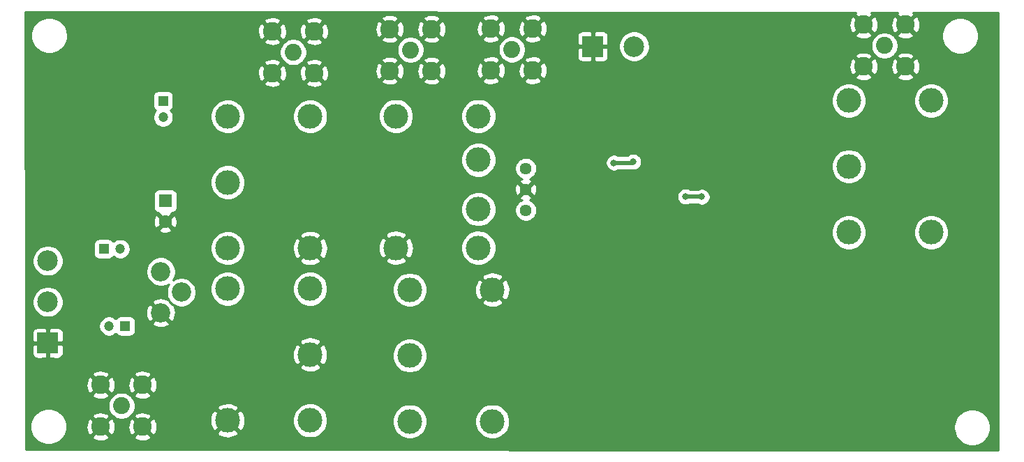
<source format=gbr>
G04 #@! TF.GenerationSoftware,KiCad,Pcbnew,(5.1.5)-3*
G04 #@! TF.CreationDate,2020-10-28T17:30:45+01:00*
G04 #@! TF.ProjectId,exciter,65786369-7465-4722-9e6b-696361645f70,rev?*
G04 #@! TF.SameCoordinates,Original*
G04 #@! TF.FileFunction,Copper,L2,Bot*
G04 #@! TF.FilePolarity,Positive*
%FSLAX46Y46*%
G04 Gerber Fmt 4.6, Leading zero omitted, Abs format (unit mm)*
G04 Created by KiCad (PCBNEW (5.1.5)-3) date 2020-10-28 17:30:45*
%MOMM*%
%LPD*%
G04 APERTURE LIST*
%ADD10C,1.440000*%
%ADD11C,3.000000*%
%ADD12C,2.500000*%
%ADD13R,2.500000X2.500000*%
%ADD14C,2.250000*%
%ADD15C,2.050000*%
%ADD16C,2.340000*%
%ADD17R,1.200000X1.200000*%
%ADD18C,1.200000*%
%ADD19R,1.600000X1.600000*%
%ADD20C,1.600000*%
%ADD21C,0.800000*%
%ADD22C,0.500000*%
%ADD23C,0.254000*%
G04 APERTURE END LIST*
D10*
X104648000Y-65278000D03*
X104648000Y-62738000D03*
X104648000Y-60198000D03*
D11*
X98900000Y-65148000D03*
X88900000Y-53848000D03*
X88900000Y-69848000D03*
X98900000Y-53848000D03*
X98900000Y-59148000D03*
X98900000Y-69848000D03*
D12*
X46664880Y-71407000D03*
X46664880Y-76407000D03*
D13*
X46664880Y-81407000D03*
D11*
X143830020Y-51950080D03*
X143830020Y-59950080D03*
X143830020Y-67950080D03*
X153830020Y-51950080D03*
X153830020Y-67950080D03*
D14*
X145625820Y-47812960D03*
X145625820Y-42732960D03*
X150705820Y-42732960D03*
X150705820Y-47812960D03*
D15*
X148165820Y-45272960D03*
D11*
X78483480Y-90808080D03*
X78483480Y-82808080D03*
X78483480Y-74808080D03*
X68483480Y-90808080D03*
X68483480Y-74808080D03*
X100584000Y-90932000D03*
X100584000Y-74932000D03*
X90584000Y-90932000D03*
X90584000Y-82932000D03*
X90584000Y-74932000D03*
X68491080Y-53880480D03*
X68491080Y-61880480D03*
X68491080Y-69880480D03*
X78491080Y-53880480D03*
X78491080Y-69880480D03*
D14*
X73898760Y-48610520D03*
X73898760Y-43530520D03*
X78978760Y-43530520D03*
X78978760Y-48610520D03*
D15*
X76438760Y-46070520D03*
X55626000Y-89027000D03*
D14*
X58166000Y-91567000D03*
X58166000Y-86487000D03*
X53086000Y-86487000D03*
X53086000Y-91567000D03*
D15*
X90678000Y-45791120D03*
D14*
X93218000Y-48331120D03*
X93218000Y-43251120D03*
X88138000Y-43251120D03*
X88138000Y-48331120D03*
X100421440Y-48285400D03*
X100421440Y-43205400D03*
X105501440Y-43205400D03*
X105501440Y-48285400D03*
D15*
X102961440Y-45745400D03*
D16*
X60380880Y-77735440D03*
X62880880Y-75235440D03*
X60380880Y-72735440D03*
D17*
X56075000Y-79350000D03*
D18*
X54075000Y-79350000D03*
X60655200Y-53988720D03*
D17*
X60655200Y-51988720D03*
D19*
X60929520Y-64140080D03*
D20*
X60929520Y-66640080D03*
D17*
X53467000Y-69966840D03*
D18*
X55467000Y-69966840D03*
D12*
X117776000Y-45369480D03*
D13*
X112776000Y-45369480D03*
D21*
X115341400Y-59507120D03*
X117685820Y-59387740D03*
X137871200Y-51625500D03*
X137871200Y-55529480D03*
X137949940Y-58237120D03*
X64993520Y-48564800D03*
X129595880Y-86710520D03*
X133959600Y-92958920D03*
X116900960Y-76570840D03*
X115397280Y-71826120D03*
X114066320Y-71815960D03*
X110307120Y-65648840D03*
X59491880Y-56545480D03*
X77200760Y-51033680D03*
X100086160Y-50718720D03*
X108747560Y-46050200D03*
X159862520Y-53964840D03*
X159862520Y-48869600D03*
X122829320Y-50703480D03*
X107523280Y-70541776D03*
X62580520Y-91653360D03*
X107523280Y-55769734D03*
X107523280Y-73003783D03*
X107523280Y-77927797D03*
X107523280Y-80389804D03*
X107523280Y-85313818D03*
X107523280Y-87775825D03*
X108422440Y-93726000D03*
X107523280Y-82851811D03*
X107523280Y-75465790D03*
X107523280Y-53307727D03*
X108849160Y-48671480D03*
X108778040Y-43352720D03*
X110891320Y-79207360D03*
X111353600Y-93726000D03*
X115097560Y-93726000D03*
X118907560Y-93726000D03*
X55366920Y-93726000D03*
X57845960Y-93726000D03*
X60462160Y-93726000D03*
X62473840Y-93726000D03*
X65054480Y-93726000D03*
X67543680Y-93726000D03*
X70078600Y-93726000D03*
X72628760Y-93726000D03*
X75184000Y-93726000D03*
X77759560Y-93726000D03*
X80264000Y-93726000D03*
X93959680Y-93726000D03*
X96545400Y-93726000D03*
X99578160Y-93726000D03*
X102605840Y-93726000D03*
X106161840Y-93726000D03*
X122930920Y-93731080D03*
X126979680Y-93700600D03*
X131648200Y-93731080D03*
X137520680Y-92311220D03*
X122054620Y-90225880D03*
X122054620Y-87294720D03*
X122054620Y-84587080D03*
X122054620Y-81879440D03*
X122054620Y-79527400D03*
X122054620Y-76845160D03*
X122054620Y-73797160D03*
X122054620Y-70622160D03*
X122054620Y-67929760D03*
X122054620Y-64876680D03*
X122054620Y-61569600D03*
X122054620Y-58488580D03*
X122054620Y-54731920D03*
X124515880Y-50744120D03*
X127726440Y-50769520D03*
X130759200Y-50794920D03*
X134543800Y-50718720D03*
X122748040Y-42478960D03*
X126032260Y-41968420D03*
X128998980Y-41988740D03*
X131671060Y-41988740D03*
X134388860Y-41968420D03*
X109514640Y-71815960D03*
X126349760Y-57363360D03*
X129819400Y-57327800D03*
X133624320Y-57256680D03*
X124907040Y-74137520D03*
X131003040Y-74249280D03*
X137520680Y-88737440D03*
X137566400Y-85166200D03*
X137520680Y-81917540D03*
X137726420Y-75463400D03*
X137756900Y-70609460D03*
X137881360Y-66052700D03*
X137843260Y-61828680D03*
X114381280Y-53086000D03*
X116951760Y-53152040D03*
X119522240Y-53086000D03*
X115148360Y-60914280D03*
X51054000Y-71368920D03*
X50967640Y-65994280D03*
X50606960Y-61071760D03*
X50606960Y-56057800D03*
X46675000Y-61650000D03*
X65933320Y-50718720D03*
X71277480Y-50718720D03*
X55737760Y-60914280D03*
X55925720Y-55874920D03*
X83179920Y-56286400D03*
X83291680Y-52826920D03*
X71069200Y-45857160D03*
X83276440Y-62346840D03*
X91810840Y-93675200D03*
X142184120Y-93708220D03*
X144741900Y-93753940D03*
X147347940Y-93766640D03*
X149862540Y-93779340D03*
X152361900Y-93759020D03*
X154906980Y-93789500D03*
X125844300Y-44810680D03*
X128940560Y-44810680D03*
X134277100Y-44772580D03*
X141226540Y-48417480D03*
X141163040Y-45679360D03*
X141063980Y-41800780D03*
X137751820Y-47292260D03*
X137751820Y-43202860D03*
X142240000Y-91440000D03*
X144780000Y-91440000D03*
X147320000Y-91440000D03*
X149860000Y-91440000D03*
X152400000Y-91440000D03*
X146050000Y-88900000D03*
X148590000Y-88900000D03*
X151130000Y-88900000D03*
X153670000Y-88900000D03*
X147320000Y-86360000D03*
X149860000Y-86360000D03*
X160020000Y-86360000D03*
X160020000Y-83820000D03*
X160020000Y-81280000D03*
X160020000Y-78740000D03*
X160020000Y-76200000D03*
X160020000Y-73660000D03*
X160020000Y-71120000D03*
X160020000Y-68580000D03*
X160020000Y-66040000D03*
X160020000Y-63500000D03*
X160020000Y-60960000D03*
X160020000Y-58420000D03*
X160020000Y-55880000D03*
X157480000Y-80010000D03*
X157480000Y-77470000D03*
X157480000Y-74930000D03*
X157480000Y-72390000D03*
X157480000Y-69850000D03*
X157480000Y-67310000D03*
X157480000Y-64770000D03*
X156210000Y-78740000D03*
X156210000Y-76200000D03*
X156210000Y-73660000D03*
X156210000Y-71120000D03*
X105410000Y-72390000D03*
X102870000Y-72390000D03*
X105410000Y-88900000D03*
X105410000Y-86360000D03*
X105410000Y-83820000D03*
X105410000Y-81280000D03*
X105410000Y-78740000D03*
X105410000Y-76200000D03*
X102870000Y-53340000D03*
X105410000Y-53340000D03*
X96520000Y-49530000D03*
X96520000Y-45720000D03*
X125999240Y-63637160D03*
X124023120Y-63611760D03*
D22*
X117566440Y-59507120D02*
X117685820Y-59387740D01*
X115341400Y-59507120D02*
X117566440Y-59507120D01*
X125973840Y-63611760D02*
X125999240Y-63637160D01*
X124023120Y-63611760D02*
X125973840Y-63611760D01*
D23*
G36*
X144688172Y-41240171D02*
G01*
X144580894Y-41508429D01*
X145625820Y-42553355D01*
X146670746Y-41508429D01*
X146563739Y-41240849D01*
X149767437Y-41242009D01*
X149660894Y-41508429D01*
X150705820Y-42553355D01*
X151750746Y-41508429D01*
X151644475Y-41242688D01*
X161958789Y-41246421D01*
X161988531Y-94401731D01*
X43976975Y-94346469D01*
X43976131Y-91329092D01*
X44528940Y-91329092D01*
X44528940Y-91769348D01*
X44614830Y-92201145D01*
X44783309Y-92607889D01*
X45027902Y-92973949D01*
X45339211Y-93285258D01*
X45705271Y-93529851D01*
X46112015Y-93698330D01*
X46543812Y-93784220D01*
X46984068Y-93784220D01*
X47415865Y-93698330D01*
X47822609Y-93529851D01*
X48188669Y-93285258D01*
X48499978Y-92973949D01*
X48621865Y-92791531D01*
X52041074Y-92791531D01*
X52151921Y-93068714D01*
X52462840Y-93222089D01*
X52797705Y-93311860D01*
X53143650Y-93334576D01*
X53487380Y-93289366D01*
X53815685Y-93177966D01*
X54020079Y-93068714D01*
X54130926Y-92791531D01*
X57121074Y-92791531D01*
X57231921Y-93068714D01*
X57542840Y-93222089D01*
X57877705Y-93311860D01*
X58223650Y-93334576D01*
X58567380Y-93289366D01*
X58895685Y-93177966D01*
X59100079Y-93068714D01*
X59210926Y-92791531D01*
X58166000Y-91746605D01*
X57121074Y-92791531D01*
X54130926Y-92791531D01*
X53086000Y-91746605D01*
X52041074Y-92791531D01*
X48621865Y-92791531D01*
X48744571Y-92607889D01*
X48913050Y-92201145D01*
X48998940Y-91769348D01*
X48998940Y-91624650D01*
X51318424Y-91624650D01*
X51363634Y-91968380D01*
X51475034Y-92296685D01*
X51584286Y-92501079D01*
X51861469Y-92611926D01*
X52906395Y-91567000D01*
X53265605Y-91567000D01*
X54310531Y-92611926D01*
X54587714Y-92501079D01*
X54741089Y-92190160D01*
X54830860Y-91855295D01*
X54846004Y-91624650D01*
X56398424Y-91624650D01*
X56443634Y-91968380D01*
X56555034Y-92296685D01*
X56664286Y-92501079D01*
X56941469Y-92611926D01*
X57986395Y-91567000D01*
X58345605Y-91567000D01*
X59390531Y-92611926D01*
X59667714Y-92501079D01*
X59767037Y-92299733D01*
X67171432Y-92299733D01*
X67327442Y-92615294D01*
X67702225Y-92806100D01*
X68107031Y-92920124D01*
X68526304Y-92952982D01*
X68943931Y-92903414D01*
X69343863Y-92773323D01*
X69639518Y-92615294D01*
X69795528Y-92299733D01*
X68483480Y-90987685D01*
X67171432Y-92299733D01*
X59767037Y-92299733D01*
X59821089Y-92190160D01*
X59910860Y-91855295D01*
X59933576Y-91509350D01*
X59888366Y-91165620D01*
X59781578Y-90850904D01*
X66338578Y-90850904D01*
X66388146Y-91268531D01*
X66518237Y-91668463D01*
X66676266Y-91964118D01*
X66991827Y-92120128D01*
X68303875Y-90808080D01*
X68663085Y-90808080D01*
X69975133Y-92120128D01*
X70290694Y-91964118D01*
X70481500Y-91589335D01*
X70595524Y-91184529D01*
X70628382Y-90765256D01*
X70608507Y-90597801D01*
X76348480Y-90597801D01*
X76348480Y-91018359D01*
X76430527Y-91430836D01*
X76591468Y-91819382D01*
X76825117Y-92169063D01*
X77122497Y-92466443D01*
X77472178Y-92700092D01*
X77860724Y-92861033D01*
X78273201Y-92943080D01*
X78693759Y-92943080D01*
X79106236Y-92861033D01*
X79494782Y-92700092D01*
X79844463Y-92466443D01*
X80141843Y-92169063D01*
X80375492Y-91819382D01*
X80536433Y-91430836D01*
X80618480Y-91018359D01*
X80618480Y-90721721D01*
X88449000Y-90721721D01*
X88449000Y-91142279D01*
X88531047Y-91554756D01*
X88691988Y-91943302D01*
X88925637Y-92292983D01*
X89223017Y-92590363D01*
X89572698Y-92824012D01*
X89961244Y-92984953D01*
X90373721Y-93067000D01*
X90794279Y-93067000D01*
X91206756Y-92984953D01*
X91595302Y-92824012D01*
X91944983Y-92590363D01*
X92242363Y-92292983D01*
X92476012Y-91943302D01*
X92636953Y-91554756D01*
X92719000Y-91142279D01*
X92719000Y-90721721D01*
X98449000Y-90721721D01*
X98449000Y-91142279D01*
X98531047Y-91554756D01*
X98691988Y-91943302D01*
X98925637Y-92292983D01*
X99223017Y-92590363D01*
X99572698Y-92824012D01*
X99961244Y-92984953D01*
X100373721Y-93067000D01*
X100794279Y-93067000D01*
X101206756Y-92984953D01*
X101595302Y-92824012D01*
X101944983Y-92590363D01*
X102242363Y-92292983D01*
X102476012Y-91943302D01*
X102636953Y-91554756D01*
X102663146Y-91423072D01*
X156573420Y-91423072D01*
X156573420Y-91863328D01*
X156659310Y-92295125D01*
X156827789Y-92701869D01*
X157072382Y-93067929D01*
X157383691Y-93379238D01*
X157749751Y-93623831D01*
X158156495Y-93792310D01*
X158588292Y-93878200D01*
X159028548Y-93878200D01*
X159460345Y-93792310D01*
X159867089Y-93623831D01*
X160233149Y-93379238D01*
X160544458Y-93067929D01*
X160789051Y-92701869D01*
X160957530Y-92295125D01*
X161043420Y-91863328D01*
X161043420Y-91423072D01*
X160957530Y-90991275D01*
X160789051Y-90584531D01*
X160544458Y-90218471D01*
X160233149Y-89907162D01*
X159867089Y-89662569D01*
X159460345Y-89494090D01*
X159028548Y-89408200D01*
X158588292Y-89408200D01*
X158156495Y-89494090D01*
X157749751Y-89662569D01*
X157383691Y-89907162D01*
X157072382Y-90218471D01*
X156827789Y-90584531D01*
X156659310Y-90991275D01*
X156573420Y-91423072D01*
X102663146Y-91423072D01*
X102719000Y-91142279D01*
X102719000Y-90721721D01*
X102636953Y-90309244D01*
X102476012Y-89920698D01*
X102242363Y-89571017D01*
X101944983Y-89273637D01*
X101595302Y-89039988D01*
X101206756Y-88879047D01*
X100794279Y-88797000D01*
X100373721Y-88797000D01*
X99961244Y-88879047D01*
X99572698Y-89039988D01*
X99223017Y-89273637D01*
X98925637Y-89571017D01*
X98691988Y-89920698D01*
X98531047Y-90309244D01*
X98449000Y-90721721D01*
X92719000Y-90721721D01*
X92636953Y-90309244D01*
X92476012Y-89920698D01*
X92242363Y-89571017D01*
X91944983Y-89273637D01*
X91595302Y-89039988D01*
X91206756Y-88879047D01*
X90794279Y-88797000D01*
X90373721Y-88797000D01*
X89961244Y-88879047D01*
X89572698Y-89039988D01*
X89223017Y-89273637D01*
X88925637Y-89571017D01*
X88691988Y-89920698D01*
X88531047Y-90309244D01*
X88449000Y-90721721D01*
X80618480Y-90721721D01*
X80618480Y-90597801D01*
X80536433Y-90185324D01*
X80375492Y-89796778D01*
X80141843Y-89447097D01*
X79844463Y-89149717D01*
X79494782Y-88916068D01*
X79106236Y-88755127D01*
X78693759Y-88673080D01*
X78273201Y-88673080D01*
X77860724Y-88755127D01*
X77472178Y-88916068D01*
X77122497Y-89149717D01*
X76825117Y-89447097D01*
X76591468Y-89796778D01*
X76430527Y-90185324D01*
X76348480Y-90597801D01*
X70608507Y-90597801D01*
X70578814Y-90347629D01*
X70448723Y-89947697D01*
X70290694Y-89652042D01*
X69975133Y-89496032D01*
X68663085Y-90808080D01*
X68303875Y-90808080D01*
X66991827Y-89496032D01*
X66676266Y-89652042D01*
X66485460Y-90026825D01*
X66371436Y-90431631D01*
X66338578Y-90850904D01*
X59781578Y-90850904D01*
X59776966Y-90837315D01*
X59667714Y-90632921D01*
X59390531Y-90522074D01*
X58345605Y-91567000D01*
X57986395Y-91567000D01*
X56941469Y-90522074D01*
X56664286Y-90632921D01*
X56510911Y-90943840D01*
X56421140Y-91278705D01*
X56398424Y-91624650D01*
X54846004Y-91624650D01*
X54853576Y-91509350D01*
X54808366Y-91165620D01*
X54696966Y-90837315D01*
X54587714Y-90632921D01*
X54310531Y-90522074D01*
X53265605Y-91567000D01*
X52906395Y-91567000D01*
X51861469Y-90522074D01*
X51584286Y-90632921D01*
X51430911Y-90943840D01*
X51341140Y-91278705D01*
X51318424Y-91624650D01*
X48998940Y-91624650D01*
X48998940Y-91329092D01*
X48913050Y-90897295D01*
X48744571Y-90490551D01*
X48645626Y-90342469D01*
X52041074Y-90342469D01*
X53086000Y-91387395D01*
X54130926Y-90342469D01*
X54020079Y-90065286D01*
X53709160Y-89911911D01*
X53374295Y-89822140D01*
X53028350Y-89799424D01*
X52684620Y-89844634D01*
X52356315Y-89956034D01*
X52151921Y-90065286D01*
X52041074Y-90342469D01*
X48645626Y-90342469D01*
X48499978Y-90124491D01*
X48188669Y-89813182D01*
X47822609Y-89568589D01*
X47415865Y-89400110D01*
X46984068Y-89314220D01*
X46543812Y-89314220D01*
X46112015Y-89400110D01*
X45705271Y-89568589D01*
X45339211Y-89813182D01*
X45027902Y-90124491D01*
X44783309Y-90490551D01*
X44614830Y-90897295D01*
X44528940Y-91329092D01*
X43976131Y-91329092D01*
X43975442Y-88863504D01*
X53966000Y-88863504D01*
X53966000Y-89190496D01*
X54029793Y-89511204D01*
X54154927Y-89813305D01*
X54336594Y-90085188D01*
X54567812Y-90316406D01*
X54839695Y-90498073D01*
X55141796Y-90623207D01*
X55462504Y-90687000D01*
X55789496Y-90687000D01*
X56110204Y-90623207D01*
X56412305Y-90498073D01*
X56645182Y-90342469D01*
X57121074Y-90342469D01*
X58166000Y-91387395D01*
X59210926Y-90342469D01*
X59100079Y-90065286D01*
X58789160Y-89911911D01*
X58454295Y-89822140D01*
X58108350Y-89799424D01*
X57764620Y-89844634D01*
X57436315Y-89956034D01*
X57231921Y-90065286D01*
X57121074Y-90342469D01*
X56645182Y-90342469D01*
X56684188Y-90316406D01*
X56915406Y-90085188D01*
X57097073Y-89813305D01*
X57222207Y-89511204D01*
X57260950Y-89316427D01*
X67171432Y-89316427D01*
X68483480Y-90628475D01*
X69795528Y-89316427D01*
X69639518Y-89000866D01*
X69264735Y-88810060D01*
X68859929Y-88696036D01*
X68440656Y-88663178D01*
X68023029Y-88712746D01*
X67623097Y-88842837D01*
X67327442Y-89000866D01*
X67171432Y-89316427D01*
X57260950Y-89316427D01*
X57286000Y-89190496D01*
X57286000Y-88863504D01*
X57222207Y-88542796D01*
X57097073Y-88240695D01*
X56915406Y-87968812D01*
X56684188Y-87737594D01*
X56645183Y-87711531D01*
X57121074Y-87711531D01*
X57231921Y-87988714D01*
X57542840Y-88142089D01*
X57877705Y-88231860D01*
X58223650Y-88254576D01*
X58567380Y-88209366D01*
X58895685Y-88097966D01*
X59100079Y-87988714D01*
X59210926Y-87711531D01*
X58166000Y-86666605D01*
X57121074Y-87711531D01*
X56645183Y-87711531D01*
X56412305Y-87555927D01*
X56110204Y-87430793D01*
X55789496Y-87367000D01*
X55462504Y-87367000D01*
X55141796Y-87430793D01*
X54839695Y-87555927D01*
X54567812Y-87737594D01*
X54336594Y-87968812D01*
X54154927Y-88240695D01*
X54029793Y-88542796D01*
X53966000Y-88863504D01*
X43975442Y-88863504D01*
X43975120Y-87711531D01*
X52041074Y-87711531D01*
X52151921Y-87988714D01*
X52462840Y-88142089D01*
X52797705Y-88231860D01*
X53143650Y-88254576D01*
X53487380Y-88209366D01*
X53815685Y-88097966D01*
X54020079Y-87988714D01*
X54130926Y-87711531D01*
X53086000Y-86666605D01*
X52041074Y-87711531D01*
X43975120Y-87711531D01*
X43974793Y-86544650D01*
X51318424Y-86544650D01*
X51363634Y-86888380D01*
X51475034Y-87216685D01*
X51584286Y-87421079D01*
X51861469Y-87531926D01*
X52906395Y-86487000D01*
X53265605Y-86487000D01*
X54310531Y-87531926D01*
X54587714Y-87421079D01*
X54741089Y-87110160D01*
X54830860Y-86775295D01*
X54846004Y-86544650D01*
X56398424Y-86544650D01*
X56443634Y-86888380D01*
X56555034Y-87216685D01*
X56664286Y-87421079D01*
X56941469Y-87531926D01*
X57986395Y-86487000D01*
X58345605Y-86487000D01*
X59390531Y-87531926D01*
X59667714Y-87421079D01*
X59821089Y-87110160D01*
X59910860Y-86775295D01*
X59933576Y-86429350D01*
X59888366Y-86085620D01*
X59776966Y-85757315D01*
X59667714Y-85552921D01*
X59390531Y-85442074D01*
X58345605Y-86487000D01*
X57986395Y-86487000D01*
X56941469Y-85442074D01*
X56664286Y-85552921D01*
X56510911Y-85863840D01*
X56421140Y-86198705D01*
X56398424Y-86544650D01*
X54846004Y-86544650D01*
X54853576Y-86429350D01*
X54808366Y-86085620D01*
X54696966Y-85757315D01*
X54587714Y-85552921D01*
X54310531Y-85442074D01*
X53265605Y-86487000D01*
X52906395Y-86487000D01*
X51861469Y-85442074D01*
X51584286Y-85552921D01*
X51430911Y-85863840D01*
X51341140Y-86198705D01*
X51318424Y-86544650D01*
X43974793Y-86544650D01*
X43974435Y-85262469D01*
X52041074Y-85262469D01*
X53086000Y-86307395D01*
X54130926Y-85262469D01*
X57121074Y-85262469D01*
X58166000Y-86307395D01*
X59210926Y-85262469D01*
X59100079Y-84985286D01*
X58789160Y-84831911D01*
X58454295Y-84742140D01*
X58108350Y-84719424D01*
X57764620Y-84764634D01*
X57436315Y-84876034D01*
X57231921Y-84985286D01*
X57121074Y-85262469D01*
X54130926Y-85262469D01*
X54020079Y-84985286D01*
X53709160Y-84831911D01*
X53374295Y-84742140D01*
X53028350Y-84719424D01*
X52684620Y-84764634D01*
X52356315Y-84876034D01*
X52151921Y-84985286D01*
X52041074Y-85262469D01*
X43974435Y-85262469D01*
X43974166Y-84299733D01*
X77171432Y-84299733D01*
X77327442Y-84615294D01*
X77702225Y-84806100D01*
X78107031Y-84920124D01*
X78526304Y-84952982D01*
X78943931Y-84903414D01*
X79343863Y-84773323D01*
X79639518Y-84615294D01*
X79795528Y-84299733D01*
X78483480Y-82987685D01*
X77171432Y-84299733D01*
X43974166Y-84299733D01*
X43973705Y-82657000D01*
X44776808Y-82657000D01*
X44789068Y-82781482D01*
X44825378Y-82901180D01*
X44884343Y-83011494D01*
X44963695Y-83108185D01*
X45060386Y-83187537D01*
X45170700Y-83246502D01*
X45290398Y-83282812D01*
X45414880Y-83295072D01*
X46379130Y-83292000D01*
X46537880Y-83133250D01*
X46537880Y-81534000D01*
X46791880Y-81534000D01*
X46791880Y-83133250D01*
X46950630Y-83292000D01*
X47914880Y-83295072D01*
X48039362Y-83282812D01*
X48159060Y-83246502D01*
X48269374Y-83187537D01*
X48366065Y-83108185D01*
X48445417Y-83011494D01*
X48504382Y-82901180D01*
X48519633Y-82850904D01*
X76338578Y-82850904D01*
X76388146Y-83268531D01*
X76518237Y-83668463D01*
X76676266Y-83964118D01*
X76991827Y-84120128D01*
X78303875Y-82808080D01*
X78663085Y-82808080D01*
X79975133Y-84120128D01*
X80290694Y-83964118D01*
X80481500Y-83589335D01*
X80595524Y-83184529D01*
X80628382Y-82765256D01*
X80623215Y-82721721D01*
X88449000Y-82721721D01*
X88449000Y-83142279D01*
X88531047Y-83554756D01*
X88691988Y-83943302D01*
X88925637Y-84292983D01*
X89223017Y-84590363D01*
X89572698Y-84824012D01*
X89961244Y-84984953D01*
X90373721Y-85067000D01*
X90794279Y-85067000D01*
X91206756Y-84984953D01*
X91595302Y-84824012D01*
X91944983Y-84590363D01*
X92242363Y-84292983D01*
X92476012Y-83943302D01*
X92636953Y-83554756D01*
X92719000Y-83142279D01*
X92719000Y-82721721D01*
X92636953Y-82309244D01*
X92476012Y-81920698D01*
X92242363Y-81571017D01*
X91944983Y-81273637D01*
X91595302Y-81039988D01*
X91206756Y-80879047D01*
X90794279Y-80797000D01*
X90373721Y-80797000D01*
X89961244Y-80879047D01*
X89572698Y-81039988D01*
X89223017Y-81273637D01*
X88925637Y-81571017D01*
X88691988Y-81920698D01*
X88531047Y-82309244D01*
X88449000Y-82721721D01*
X80623215Y-82721721D01*
X80578814Y-82347629D01*
X80448723Y-81947697D01*
X80290694Y-81652042D01*
X79975133Y-81496032D01*
X78663085Y-82808080D01*
X78303875Y-82808080D01*
X76991827Y-81496032D01*
X76676266Y-81652042D01*
X76485460Y-82026825D01*
X76371436Y-82431631D01*
X76338578Y-82850904D01*
X48519633Y-82850904D01*
X48540692Y-82781482D01*
X48552952Y-82657000D01*
X48549880Y-81692750D01*
X48391130Y-81534000D01*
X46791880Y-81534000D01*
X46537880Y-81534000D01*
X44938630Y-81534000D01*
X44779880Y-81692750D01*
X44776808Y-82657000D01*
X43973705Y-82657000D01*
X43973331Y-81316427D01*
X77171432Y-81316427D01*
X78483480Y-82628475D01*
X79795528Y-81316427D01*
X79639518Y-81000866D01*
X79264735Y-80810060D01*
X78859929Y-80696036D01*
X78440656Y-80663178D01*
X78023029Y-80712746D01*
X77623097Y-80842837D01*
X77327442Y-81000866D01*
X77171432Y-81316427D01*
X43973331Y-81316427D01*
X43973006Y-80157000D01*
X44776808Y-80157000D01*
X44779880Y-81121250D01*
X44938630Y-81280000D01*
X46537880Y-81280000D01*
X46537880Y-79680750D01*
X46791880Y-79680750D01*
X46791880Y-81280000D01*
X48391130Y-81280000D01*
X48549880Y-81121250D01*
X48552952Y-80157000D01*
X48540692Y-80032518D01*
X48504382Y-79912820D01*
X48445417Y-79802506D01*
X48366065Y-79705815D01*
X48269374Y-79626463D01*
X48159060Y-79567498D01*
X48039362Y-79531188D01*
X47914880Y-79518928D01*
X46950630Y-79522000D01*
X46791880Y-79680750D01*
X46537880Y-79680750D01*
X46379130Y-79522000D01*
X45414880Y-79518928D01*
X45290398Y-79531188D01*
X45170700Y-79567498D01*
X45060386Y-79626463D01*
X44963695Y-79705815D01*
X44884343Y-79802506D01*
X44825378Y-79912820D01*
X44789068Y-80032518D01*
X44776808Y-80157000D01*
X43973006Y-80157000D01*
X43972747Y-79228363D01*
X52840000Y-79228363D01*
X52840000Y-79471637D01*
X52887460Y-79710236D01*
X52980557Y-79934992D01*
X53115713Y-80137267D01*
X53287733Y-80309287D01*
X53490008Y-80444443D01*
X53714764Y-80537540D01*
X53953363Y-80585000D01*
X54196637Y-80585000D01*
X54435236Y-80537540D01*
X54659992Y-80444443D01*
X54862267Y-80309287D01*
X54917501Y-80254053D01*
X54944463Y-80304494D01*
X55023815Y-80401185D01*
X55120506Y-80480537D01*
X55230820Y-80539502D01*
X55350518Y-80575812D01*
X55475000Y-80588072D01*
X56675000Y-80588072D01*
X56799482Y-80575812D01*
X56919180Y-80539502D01*
X57029494Y-80480537D01*
X57126185Y-80401185D01*
X57205537Y-80304494D01*
X57264502Y-80194180D01*
X57300812Y-80074482D01*
X57313072Y-79950000D01*
X57313072Y-78992042D01*
X59303883Y-78992042D01*
X59420155Y-79273829D01*
X59738740Y-79431697D01*
X60082002Y-79524378D01*
X60436749Y-79548313D01*
X60789350Y-79502579D01*
X61126253Y-79388935D01*
X61341605Y-79273829D01*
X61457877Y-78992042D01*
X60380880Y-77915045D01*
X59303883Y-78992042D01*
X57313072Y-78992042D01*
X57313072Y-78750000D01*
X57300812Y-78625518D01*
X57264502Y-78505820D01*
X57205537Y-78395506D01*
X57126185Y-78298815D01*
X57029494Y-78219463D01*
X56919180Y-78160498D01*
X56799482Y-78124188D01*
X56675000Y-78111928D01*
X55475000Y-78111928D01*
X55350518Y-78124188D01*
X55230820Y-78160498D01*
X55120506Y-78219463D01*
X55023815Y-78298815D01*
X54944463Y-78395506D01*
X54917501Y-78445947D01*
X54862267Y-78390713D01*
X54659992Y-78255557D01*
X54435236Y-78162460D01*
X54196637Y-78115000D01*
X53953363Y-78115000D01*
X53714764Y-78162460D01*
X53490008Y-78255557D01*
X53287733Y-78390713D01*
X53115713Y-78562733D01*
X52980557Y-78765008D01*
X52887460Y-78989764D01*
X52840000Y-79228363D01*
X43972747Y-79228363D01*
X43971905Y-76221344D01*
X44779880Y-76221344D01*
X44779880Y-76592656D01*
X44852319Y-76956834D01*
X44994414Y-77299882D01*
X45200705Y-77608618D01*
X45463262Y-77871175D01*
X45771998Y-78077466D01*
X46115046Y-78219561D01*
X46479224Y-78292000D01*
X46850536Y-78292000D01*
X47214714Y-78219561D01*
X47557762Y-78077466D01*
X47866498Y-77871175D01*
X47946364Y-77791309D01*
X58568007Y-77791309D01*
X58613741Y-78143910D01*
X58727385Y-78480813D01*
X58842491Y-78696165D01*
X59124278Y-78812437D01*
X60201275Y-77735440D01*
X59124278Y-76658443D01*
X58842491Y-76774715D01*
X58684623Y-77093300D01*
X58591942Y-77436562D01*
X58568007Y-77791309D01*
X47946364Y-77791309D01*
X48129055Y-77608618D01*
X48335346Y-77299882D01*
X48477441Y-76956834D01*
X48549880Y-76592656D01*
X48549880Y-76221344D01*
X48477441Y-75857166D01*
X48335346Y-75514118D01*
X48129055Y-75205382D01*
X47866498Y-74942825D01*
X47557762Y-74736534D01*
X47214714Y-74594439D01*
X46850536Y-74522000D01*
X46479224Y-74522000D01*
X46115046Y-74594439D01*
X45771998Y-74736534D01*
X45463262Y-74942825D01*
X45200705Y-75205382D01*
X44994414Y-75514118D01*
X44852319Y-75857166D01*
X44779880Y-76221344D01*
X43971905Y-76221344D01*
X43970506Y-71221344D01*
X44779880Y-71221344D01*
X44779880Y-71592656D01*
X44852319Y-71956834D01*
X44994414Y-72299882D01*
X45200705Y-72608618D01*
X45463262Y-72871175D01*
X45771998Y-73077466D01*
X46115046Y-73219561D01*
X46479224Y-73292000D01*
X46850536Y-73292000D01*
X47214714Y-73219561D01*
X47557762Y-73077466D01*
X47866498Y-72871175D01*
X48129055Y-72608618D01*
X48163102Y-72557663D01*
X58575880Y-72557663D01*
X58575880Y-72913217D01*
X58645245Y-73261939D01*
X58781309Y-73590428D01*
X58978845Y-73886061D01*
X59230259Y-74137475D01*
X59525892Y-74335011D01*
X59854381Y-74471075D01*
X60203103Y-74540440D01*
X60558657Y-74540440D01*
X60907379Y-74471075D01*
X61235868Y-74335011D01*
X61372813Y-74243507D01*
X61281309Y-74380452D01*
X61145245Y-74708941D01*
X61075880Y-75057663D01*
X61075880Y-75413217D01*
X61145245Y-75761939D01*
X61281309Y-76090428D01*
X61478845Y-76386061D01*
X61514748Y-76421964D01*
X61457876Y-76478836D01*
X61341605Y-76197051D01*
X61023020Y-76039183D01*
X60679758Y-75946502D01*
X60325011Y-75922567D01*
X59972410Y-75968301D01*
X59635507Y-76081945D01*
X59420155Y-76197051D01*
X59303883Y-76478838D01*
X60380880Y-77555835D01*
X60395023Y-77541693D01*
X60574628Y-77721298D01*
X60560485Y-77735440D01*
X61637482Y-78812437D01*
X61919269Y-78696165D01*
X62077137Y-78377580D01*
X62169818Y-78034318D01*
X62193753Y-77679571D01*
X62148019Y-77326970D01*
X62034375Y-76990067D01*
X61919269Y-76774715D01*
X61637484Y-76658444D01*
X61694356Y-76601572D01*
X61730259Y-76637475D01*
X62025892Y-76835011D01*
X62354381Y-76971075D01*
X62703103Y-77040440D01*
X63058657Y-77040440D01*
X63407379Y-76971075D01*
X63735868Y-76835011D01*
X64031501Y-76637475D01*
X64282915Y-76386061D01*
X64480451Y-76090428D01*
X64616515Y-75761939D01*
X64685880Y-75413217D01*
X64685880Y-75057663D01*
X64616515Y-74708941D01*
X64570480Y-74597801D01*
X66348480Y-74597801D01*
X66348480Y-75018359D01*
X66430527Y-75430836D01*
X66591468Y-75819382D01*
X66825117Y-76169063D01*
X67122497Y-76466443D01*
X67472178Y-76700092D01*
X67860724Y-76861033D01*
X68273201Y-76943080D01*
X68693759Y-76943080D01*
X69106236Y-76861033D01*
X69494782Y-76700092D01*
X69844463Y-76466443D01*
X70141843Y-76169063D01*
X70375492Y-75819382D01*
X70536433Y-75430836D01*
X70618480Y-75018359D01*
X70618480Y-74597801D01*
X76348480Y-74597801D01*
X76348480Y-75018359D01*
X76430527Y-75430836D01*
X76591468Y-75819382D01*
X76825117Y-76169063D01*
X77122497Y-76466443D01*
X77472178Y-76700092D01*
X77860724Y-76861033D01*
X78273201Y-76943080D01*
X78693759Y-76943080D01*
X79106236Y-76861033D01*
X79494782Y-76700092D01*
X79844463Y-76466443D01*
X80141843Y-76169063D01*
X80375492Y-75819382D01*
X80536433Y-75430836D01*
X80618480Y-75018359D01*
X80618480Y-74721721D01*
X88449000Y-74721721D01*
X88449000Y-75142279D01*
X88531047Y-75554756D01*
X88691988Y-75943302D01*
X88925637Y-76292983D01*
X89223017Y-76590363D01*
X89572698Y-76824012D01*
X89961244Y-76984953D01*
X90373721Y-77067000D01*
X90794279Y-77067000D01*
X91206756Y-76984953D01*
X91595302Y-76824012D01*
X91944983Y-76590363D01*
X92111693Y-76423653D01*
X99271952Y-76423653D01*
X99427962Y-76739214D01*
X99802745Y-76930020D01*
X100207551Y-77044044D01*
X100626824Y-77076902D01*
X101044451Y-77027334D01*
X101444383Y-76897243D01*
X101740038Y-76739214D01*
X101896048Y-76423653D01*
X100584000Y-75111605D01*
X99271952Y-76423653D01*
X92111693Y-76423653D01*
X92242363Y-76292983D01*
X92476012Y-75943302D01*
X92636953Y-75554756D01*
X92719000Y-75142279D01*
X92719000Y-74974824D01*
X98439098Y-74974824D01*
X98488666Y-75392451D01*
X98618757Y-75792383D01*
X98776786Y-76088038D01*
X99092347Y-76244048D01*
X100404395Y-74932000D01*
X100763605Y-74932000D01*
X102075653Y-76244048D01*
X102391214Y-76088038D01*
X102582020Y-75713255D01*
X102696044Y-75308449D01*
X102728902Y-74889176D01*
X102679334Y-74471549D01*
X102549243Y-74071617D01*
X102391214Y-73775962D01*
X102075653Y-73619952D01*
X100763605Y-74932000D01*
X100404395Y-74932000D01*
X99092347Y-73619952D01*
X98776786Y-73775962D01*
X98585980Y-74150745D01*
X98471956Y-74555551D01*
X98439098Y-74974824D01*
X92719000Y-74974824D01*
X92719000Y-74721721D01*
X92636953Y-74309244D01*
X92476012Y-73920698D01*
X92242363Y-73571017D01*
X92111693Y-73440347D01*
X99271952Y-73440347D01*
X100584000Y-74752395D01*
X101896048Y-73440347D01*
X101740038Y-73124786D01*
X101365255Y-72933980D01*
X100960449Y-72819956D01*
X100541176Y-72787098D01*
X100123549Y-72836666D01*
X99723617Y-72966757D01*
X99427962Y-73124786D01*
X99271952Y-73440347D01*
X92111693Y-73440347D01*
X91944983Y-73273637D01*
X91595302Y-73039988D01*
X91206756Y-72879047D01*
X90794279Y-72797000D01*
X90373721Y-72797000D01*
X89961244Y-72879047D01*
X89572698Y-73039988D01*
X89223017Y-73273637D01*
X88925637Y-73571017D01*
X88691988Y-73920698D01*
X88531047Y-74309244D01*
X88449000Y-74721721D01*
X80618480Y-74721721D01*
X80618480Y-74597801D01*
X80536433Y-74185324D01*
X80375492Y-73796778D01*
X80141843Y-73447097D01*
X79844463Y-73149717D01*
X79494782Y-72916068D01*
X79106236Y-72755127D01*
X78693759Y-72673080D01*
X78273201Y-72673080D01*
X77860724Y-72755127D01*
X77472178Y-72916068D01*
X77122497Y-73149717D01*
X76825117Y-73447097D01*
X76591468Y-73796778D01*
X76430527Y-74185324D01*
X76348480Y-74597801D01*
X70618480Y-74597801D01*
X70536433Y-74185324D01*
X70375492Y-73796778D01*
X70141843Y-73447097D01*
X69844463Y-73149717D01*
X69494782Y-72916068D01*
X69106236Y-72755127D01*
X68693759Y-72673080D01*
X68273201Y-72673080D01*
X67860724Y-72755127D01*
X67472178Y-72916068D01*
X67122497Y-73149717D01*
X66825117Y-73447097D01*
X66591468Y-73796778D01*
X66430527Y-74185324D01*
X66348480Y-74597801D01*
X64570480Y-74597801D01*
X64480451Y-74380452D01*
X64282915Y-74084819D01*
X64031501Y-73833405D01*
X63735868Y-73635869D01*
X63407379Y-73499805D01*
X63058657Y-73430440D01*
X62703103Y-73430440D01*
X62354381Y-73499805D01*
X62025892Y-73635869D01*
X61888947Y-73727373D01*
X61980451Y-73590428D01*
X62116515Y-73261939D01*
X62185880Y-72913217D01*
X62185880Y-72557663D01*
X62116515Y-72208941D01*
X61980451Y-71880452D01*
X61782915Y-71584819D01*
X61531501Y-71333405D01*
X61235868Y-71135869D01*
X60907379Y-70999805D01*
X60558657Y-70930440D01*
X60203103Y-70930440D01*
X59854381Y-70999805D01*
X59525892Y-71135869D01*
X59230259Y-71333405D01*
X58978845Y-71584819D01*
X58781309Y-71880452D01*
X58645245Y-72208941D01*
X58575880Y-72557663D01*
X48163102Y-72557663D01*
X48335346Y-72299882D01*
X48477441Y-71956834D01*
X48549880Y-71592656D01*
X48549880Y-71221344D01*
X48477441Y-70857166D01*
X48335346Y-70514118D01*
X48129055Y-70205382D01*
X47866498Y-69942825D01*
X47557762Y-69736534D01*
X47214714Y-69594439D01*
X46850536Y-69522000D01*
X46479224Y-69522000D01*
X46115046Y-69594439D01*
X45771998Y-69736534D01*
X45463262Y-69942825D01*
X45200705Y-70205382D01*
X44994414Y-70514118D01*
X44852319Y-70857166D01*
X44779880Y-71221344D01*
X43970506Y-71221344D01*
X43969987Y-69366840D01*
X52228928Y-69366840D01*
X52228928Y-70566840D01*
X52241188Y-70691322D01*
X52277498Y-70811020D01*
X52336463Y-70921334D01*
X52415815Y-71018025D01*
X52512506Y-71097377D01*
X52622820Y-71156342D01*
X52742518Y-71192652D01*
X52867000Y-71204912D01*
X54067000Y-71204912D01*
X54191482Y-71192652D01*
X54311180Y-71156342D01*
X54421494Y-71097377D01*
X54518185Y-71018025D01*
X54597537Y-70921334D01*
X54624499Y-70870893D01*
X54679733Y-70926127D01*
X54882008Y-71061283D01*
X55106764Y-71154380D01*
X55345363Y-71201840D01*
X55588637Y-71201840D01*
X55827236Y-71154380D01*
X56051992Y-71061283D01*
X56254267Y-70926127D01*
X56426287Y-70754107D01*
X56561443Y-70551832D01*
X56654540Y-70327076D01*
X56702000Y-70088477D01*
X56702000Y-69845203D01*
X56667191Y-69670201D01*
X66356080Y-69670201D01*
X66356080Y-70090759D01*
X66438127Y-70503236D01*
X66599068Y-70891782D01*
X66832717Y-71241463D01*
X67130097Y-71538843D01*
X67479778Y-71772492D01*
X67868324Y-71933433D01*
X68280801Y-72015480D01*
X68701359Y-72015480D01*
X69113836Y-71933433D01*
X69502382Y-71772492D01*
X69852063Y-71538843D01*
X70018773Y-71372133D01*
X77179032Y-71372133D01*
X77335042Y-71687694D01*
X77709825Y-71878500D01*
X78114631Y-71992524D01*
X78533904Y-72025382D01*
X78951531Y-71975814D01*
X79351463Y-71845723D01*
X79647118Y-71687694D01*
X79803128Y-71372133D01*
X79770648Y-71339653D01*
X87587952Y-71339653D01*
X87743962Y-71655214D01*
X88118745Y-71846020D01*
X88523551Y-71960044D01*
X88942824Y-71992902D01*
X89360451Y-71943334D01*
X89760383Y-71813243D01*
X90056038Y-71655214D01*
X90212048Y-71339653D01*
X88900000Y-70027605D01*
X87587952Y-71339653D01*
X79770648Y-71339653D01*
X78491080Y-70060085D01*
X77179032Y-71372133D01*
X70018773Y-71372133D01*
X70149443Y-71241463D01*
X70383092Y-70891782D01*
X70544033Y-70503236D01*
X70626080Y-70090759D01*
X70626080Y-69923304D01*
X76346178Y-69923304D01*
X76395746Y-70340931D01*
X76525837Y-70740863D01*
X76683866Y-71036518D01*
X76999427Y-71192528D01*
X78311475Y-69880480D01*
X78670685Y-69880480D01*
X79982733Y-71192528D01*
X80298294Y-71036518D01*
X80489100Y-70661735D01*
X80603124Y-70256929D01*
X80631815Y-69890824D01*
X86755098Y-69890824D01*
X86804666Y-70308451D01*
X86934757Y-70708383D01*
X87092786Y-71004038D01*
X87408347Y-71160048D01*
X88720395Y-69848000D01*
X89079605Y-69848000D01*
X90391653Y-71160048D01*
X90707214Y-71004038D01*
X90898020Y-70629255D01*
X91012044Y-70224449D01*
X91044902Y-69805176D01*
X91025027Y-69637721D01*
X96765000Y-69637721D01*
X96765000Y-70058279D01*
X96847047Y-70470756D01*
X97007988Y-70859302D01*
X97241637Y-71208983D01*
X97539017Y-71506363D01*
X97888698Y-71740012D01*
X98277244Y-71900953D01*
X98689721Y-71983000D01*
X99110279Y-71983000D01*
X99522756Y-71900953D01*
X99911302Y-71740012D01*
X100260983Y-71506363D01*
X100558363Y-71208983D01*
X100792012Y-70859302D01*
X100952953Y-70470756D01*
X101035000Y-70058279D01*
X101035000Y-69637721D01*
X100952953Y-69225244D01*
X100792012Y-68836698D01*
X100558363Y-68487017D01*
X100260983Y-68189637D01*
X99911302Y-67955988D01*
X99522756Y-67795047D01*
X99245017Y-67739801D01*
X141695020Y-67739801D01*
X141695020Y-68160359D01*
X141777067Y-68572836D01*
X141938008Y-68961382D01*
X142171657Y-69311063D01*
X142469037Y-69608443D01*
X142818718Y-69842092D01*
X143207264Y-70003033D01*
X143619741Y-70085080D01*
X144040299Y-70085080D01*
X144452776Y-70003033D01*
X144841322Y-69842092D01*
X145191003Y-69608443D01*
X145488383Y-69311063D01*
X145722032Y-68961382D01*
X145882973Y-68572836D01*
X145965020Y-68160359D01*
X145965020Y-67739801D01*
X151695020Y-67739801D01*
X151695020Y-68160359D01*
X151777067Y-68572836D01*
X151938008Y-68961382D01*
X152171657Y-69311063D01*
X152469037Y-69608443D01*
X152818718Y-69842092D01*
X153207264Y-70003033D01*
X153619741Y-70085080D01*
X154040299Y-70085080D01*
X154452776Y-70003033D01*
X154841322Y-69842092D01*
X155191003Y-69608443D01*
X155488383Y-69311063D01*
X155722032Y-68961382D01*
X155882973Y-68572836D01*
X155965020Y-68160359D01*
X155965020Y-67739801D01*
X155882973Y-67327324D01*
X155722032Y-66938778D01*
X155488383Y-66589097D01*
X155191003Y-66291717D01*
X154841322Y-66058068D01*
X154452776Y-65897127D01*
X154040299Y-65815080D01*
X153619741Y-65815080D01*
X153207264Y-65897127D01*
X152818718Y-66058068D01*
X152469037Y-66291717D01*
X152171657Y-66589097D01*
X151938008Y-66938778D01*
X151777067Y-67327324D01*
X151695020Y-67739801D01*
X145965020Y-67739801D01*
X145882973Y-67327324D01*
X145722032Y-66938778D01*
X145488383Y-66589097D01*
X145191003Y-66291717D01*
X144841322Y-66058068D01*
X144452776Y-65897127D01*
X144040299Y-65815080D01*
X143619741Y-65815080D01*
X143207264Y-65897127D01*
X142818718Y-66058068D01*
X142469037Y-66291717D01*
X142171657Y-66589097D01*
X141938008Y-66938778D01*
X141777067Y-67327324D01*
X141695020Y-67739801D01*
X99245017Y-67739801D01*
X99110279Y-67713000D01*
X98689721Y-67713000D01*
X98277244Y-67795047D01*
X97888698Y-67955988D01*
X97539017Y-68189637D01*
X97241637Y-68487017D01*
X97007988Y-68836698D01*
X96847047Y-69225244D01*
X96765000Y-69637721D01*
X91025027Y-69637721D01*
X90995334Y-69387549D01*
X90865243Y-68987617D01*
X90707214Y-68691962D01*
X90391653Y-68535952D01*
X89079605Y-69848000D01*
X88720395Y-69848000D01*
X87408347Y-68535952D01*
X87092786Y-68691962D01*
X86901980Y-69066745D01*
X86787956Y-69471551D01*
X86755098Y-69890824D01*
X80631815Y-69890824D01*
X80635982Y-69837656D01*
X80586414Y-69420029D01*
X80456323Y-69020097D01*
X80298294Y-68724442D01*
X79982733Y-68568432D01*
X78670685Y-69880480D01*
X78311475Y-69880480D01*
X76999427Y-68568432D01*
X76683866Y-68724442D01*
X76493060Y-69099225D01*
X76379036Y-69504031D01*
X76346178Y-69923304D01*
X70626080Y-69923304D01*
X70626080Y-69670201D01*
X70544033Y-69257724D01*
X70383092Y-68869178D01*
X70149443Y-68519497D01*
X70018773Y-68388827D01*
X77179032Y-68388827D01*
X78491080Y-69700875D01*
X79803128Y-68388827D01*
X79787071Y-68356347D01*
X87587952Y-68356347D01*
X88900000Y-69668395D01*
X90212048Y-68356347D01*
X90056038Y-68040786D01*
X89681255Y-67849980D01*
X89276449Y-67735956D01*
X88857176Y-67703098D01*
X88439549Y-67752666D01*
X88039617Y-67882757D01*
X87743962Y-68040786D01*
X87587952Y-68356347D01*
X79787071Y-68356347D01*
X79647118Y-68073266D01*
X79272335Y-67882460D01*
X78867529Y-67768436D01*
X78448256Y-67735578D01*
X78030629Y-67785146D01*
X77630697Y-67915237D01*
X77335042Y-68073266D01*
X77179032Y-68388827D01*
X70018773Y-68388827D01*
X69852063Y-68222117D01*
X69502382Y-67988468D01*
X69113836Y-67827527D01*
X68701359Y-67745480D01*
X68280801Y-67745480D01*
X67868324Y-67827527D01*
X67479778Y-67988468D01*
X67130097Y-68222117D01*
X66832717Y-68519497D01*
X66599068Y-68869178D01*
X66438127Y-69257724D01*
X66356080Y-69670201D01*
X56667191Y-69670201D01*
X56654540Y-69606604D01*
X56561443Y-69381848D01*
X56426287Y-69179573D01*
X56254267Y-69007553D01*
X56051992Y-68872397D01*
X55827236Y-68779300D01*
X55588637Y-68731840D01*
X55345363Y-68731840D01*
X55106764Y-68779300D01*
X54882008Y-68872397D01*
X54679733Y-69007553D01*
X54624499Y-69062787D01*
X54597537Y-69012346D01*
X54518185Y-68915655D01*
X54421494Y-68836303D01*
X54311180Y-68777338D01*
X54191482Y-68741028D01*
X54067000Y-68728768D01*
X52867000Y-68728768D01*
X52742518Y-68741028D01*
X52622820Y-68777338D01*
X52512506Y-68836303D01*
X52415815Y-68915655D01*
X52336463Y-69012346D01*
X52277498Y-69122660D01*
X52241188Y-69242358D01*
X52228928Y-69366840D01*
X43969987Y-69366840D01*
X43969502Y-67632782D01*
X60116423Y-67632782D01*
X60188006Y-67876751D01*
X60443516Y-67997651D01*
X60717704Y-68066380D01*
X61000032Y-68080297D01*
X61279650Y-68038867D01*
X61545812Y-67943683D01*
X61671034Y-67876751D01*
X61742617Y-67632782D01*
X60929520Y-66819685D01*
X60116423Y-67632782D01*
X43969502Y-67632782D01*
X43969244Y-66710592D01*
X59489303Y-66710592D01*
X59530733Y-66990210D01*
X59625917Y-67256372D01*
X59692849Y-67381594D01*
X59936818Y-67453177D01*
X60749915Y-66640080D01*
X61109125Y-66640080D01*
X61922222Y-67453177D01*
X62166191Y-67381594D01*
X62287091Y-67126084D01*
X62355820Y-66851896D01*
X62369737Y-66569568D01*
X62328307Y-66289950D01*
X62233123Y-66023788D01*
X62166191Y-65898566D01*
X61922222Y-65826983D01*
X61109125Y-66640080D01*
X60749915Y-66640080D01*
X59936818Y-65826983D01*
X59692849Y-65898566D01*
X59571949Y-66154076D01*
X59503220Y-66428264D01*
X59489303Y-66710592D01*
X43969244Y-66710592D01*
X43968301Y-63340080D01*
X59491448Y-63340080D01*
X59491448Y-64940080D01*
X59503708Y-65064562D01*
X59540018Y-65184260D01*
X59598983Y-65294574D01*
X59678335Y-65391265D01*
X59775026Y-65470617D01*
X59885340Y-65529582D01*
X60005038Y-65565892D01*
X60129520Y-65578152D01*
X60136735Y-65578152D01*
X60116423Y-65647378D01*
X60929520Y-66460475D01*
X61742617Y-65647378D01*
X61722305Y-65578152D01*
X61729520Y-65578152D01*
X61854002Y-65565892D01*
X61973700Y-65529582D01*
X62084014Y-65470617D01*
X62180705Y-65391265D01*
X62260057Y-65294574D01*
X62319022Y-65184260D01*
X62355332Y-65064562D01*
X62367592Y-64940080D01*
X62367592Y-64937721D01*
X96765000Y-64937721D01*
X96765000Y-65358279D01*
X96847047Y-65770756D01*
X97007988Y-66159302D01*
X97241637Y-66508983D01*
X97539017Y-66806363D01*
X97888698Y-67040012D01*
X98277244Y-67200953D01*
X98689721Y-67283000D01*
X99110279Y-67283000D01*
X99522756Y-67200953D01*
X99911302Y-67040012D01*
X100260983Y-66806363D01*
X100558363Y-66508983D01*
X100792012Y-66159302D01*
X100952953Y-65770756D01*
X101035000Y-65358279D01*
X101035000Y-65144544D01*
X103293000Y-65144544D01*
X103293000Y-65411456D01*
X103345072Y-65673239D01*
X103447215Y-65919833D01*
X103595503Y-66141762D01*
X103784238Y-66330497D01*
X104006167Y-66478785D01*
X104252761Y-66580928D01*
X104514544Y-66633000D01*
X104781456Y-66633000D01*
X105043239Y-66580928D01*
X105289833Y-66478785D01*
X105511762Y-66330497D01*
X105700497Y-66141762D01*
X105848785Y-65919833D01*
X105950928Y-65673239D01*
X106003000Y-65411456D01*
X106003000Y-65144544D01*
X105950928Y-64882761D01*
X105848785Y-64636167D01*
X105700497Y-64414238D01*
X105511762Y-64225503D01*
X105289833Y-64077215D01*
X105121676Y-64007562D01*
X105236353Y-63965875D01*
X105342068Y-63909368D01*
X105403955Y-63673560D01*
X105240216Y-63509821D01*
X122988120Y-63509821D01*
X122988120Y-63713699D01*
X123027894Y-63913658D01*
X123105915Y-64102016D01*
X123219183Y-64271534D01*
X123363346Y-64415697D01*
X123532864Y-64528965D01*
X123721222Y-64606986D01*
X123921181Y-64646760D01*
X124125059Y-64646760D01*
X124325018Y-64606986D01*
X124513376Y-64528965D01*
X124561574Y-64496760D01*
X125422772Y-64496760D01*
X125508984Y-64554365D01*
X125697342Y-64632386D01*
X125897301Y-64672160D01*
X126101179Y-64672160D01*
X126301138Y-64632386D01*
X126489496Y-64554365D01*
X126659014Y-64441097D01*
X126803177Y-64296934D01*
X126916445Y-64127416D01*
X126994466Y-63939058D01*
X127034240Y-63739099D01*
X127034240Y-63535221D01*
X126994466Y-63335262D01*
X126916445Y-63146904D01*
X126803177Y-62977386D01*
X126659014Y-62833223D01*
X126489496Y-62719955D01*
X126301138Y-62641934D01*
X126101179Y-62602160D01*
X125897301Y-62602160D01*
X125697342Y-62641934D01*
X125508984Y-62719955D01*
X125498800Y-62726760D01*
X124561574Y-62726760D01*
X124513376Y-62694555D01*
X124325018Y-62616534D01*
X124125059Y-62576760D01*
X123921181Y-62576760D01*
X123721222Y-62616534D01*
X123532864Y-62694555D01*
X123363346Y-62807823D01*
X123219183Y-62951986D01*
X123105915Y-63121504D01*
X123027894Y-63309862D01*
X122988120Y-63509821D01*
X105240216Y-63509821D01*
X104648000Y-62917605D01*
X103892045Y-63673560D01*
X103953932Y-63909368D01*
X104169007Y-64009764D01*
X104006167Y-64077215D01*
X103784238Y-64225503D01*
X103595503Y-64414238D01*
X103447215Y-64636167D01*
X103345072Y-64882761D01*
X103293000Y-65144544D01*
X101035000Y-65144544D01*
X101035000Y-64937721D01*
X100952953Y-64525244D01*
X100792012Y-64136698D01*
X100558363Y-63787017D01*
X100260983Y-63489637D01*
X99911302Y-63255988D01*
X99522756Y-63095047D01*
X99110279Y-63013000D01*
X98689721Y-63013000D01*
X98277244Y-63095047D01*
X97888698Y-63255988D01*
X97539017Y-63489637D01*
X97241637Y-63787017D01*
X97007988Y-64136698D01*
X96847047Y-64525244D01*
X96765000Y-64937721D01*
X62367592Y-64937721D01*
X62367592Y-63340080D01*
X62355332Y-63215598D01*
X62319022Y-63095900D01*
X62260057Y-62985586D01*
X62180705Y-62888895D01*
X62084014Y-62809543D01*
X61973700Y-62750578D01*
X61854002Y-62714268D01*
X61729520Y-62702008D01*
X60129520Y-62702008D01*
X60005038Y-62714268D01*
X59885340Y-62750578D01*
X59775026Y-62809543D01*
X59678335Y-62888895D01*
X59598983Y-62985586D01*
X59540018Y-63095900D01*
X59503708Y-63215598D01*
X59491448Y-63340080D01*
X43968301Y-63340080D01*
X43967834Y-61670201D01*
X66356080Y-61670201D01*
X66356080Y-62090759D01*
X66438127Y-62503236D01*
X66599068Y-62891782D01*
X66832717Y-63241463D01*
X67130097Y-63538843D01*
X67479778Y-63772492D01*
X67868324Y-63933433D01*
X68280801Y-64015480D01*
X68701359Y-64015480D01*
X69113836Y-63933433D01*
X69502382Y-63772492D01*
X69852063Y-63538843D01*
X70149443Y-63241463D01*
X70383092Y-62891782D01*
X70416271Y-62811680D01*
X103288439Y-62811680D01*
X103328937Y-63075501D01*
X103420125Y-63326353D01*
X103476632Y-63432068D01*
X103712440Y-63493955D01*
X104468395Y-62738000D01*
X104827605Y-62738000D01*
X105583560Y-63493955D01*
X105819368Y-63432068D01*
X105932266Y-63190210D01*
X105995811Y-62930973D01*
X106007561Y-62664320D01*
X105967063Y-62400499D01*
X105875875Y-62149647D01*
X105819368Y-62043932D01*
X105583560Y-61982045D01*
X104827605Y-62738000D01*
X104468395Y-62738000D01*
X103712440Y-61982045D01*
X103476632Y-62043932D01*
X103363734Y-62285790D01*
X103300189Y-62545027D01*
X103288439Y-62811680D01*
X70416271Y-62811680D01*
X70544033Y-62503236D01*
X70626080Y-62090759D01*
X70626080Y-61670201D01*
X70544033Y-61257724D01*
X70383092Y-60869178D01*
X70149443Y-60519497D01*
X69852063Y-60222117D01*
X69502382Y-59988468D01*
X69113836Y-59827527D01*
X68701359Y-59745480D01*
X68280801Y-59745480D01*
X67868324Y-59827527D01*
X67479778Y-59988468D01*
X67130097Y-60222117D01*
X66832717Y-60519497D01*
X66599068Y-60869178D01*
X66438127Y-61257724D01*
X66356080Y-61670201D01*
X43967834Y-61670201D01*
X43967070Y-58937721D01*
X96765000Y-58937721D01*
X96765000Y-59358279D01*
X96847047Y-59770756D01*
X97007988Y-60159302D01*
X97241637Y-60508983D01*
X97539017Y-60806363D01*
X97888698Y-61040012D01*
X98277244Y-61200953D01*
X98689721Y-61283000D01*
X99110279Y-61283000D01*
X99522756Y-61200953D01*
X99911302Y-61040012D01*
X100260983Y-60806363D01*
X100558363Y-60508983D01*
X100792012Y-60159302D01*
X100831262Y-60064544D01*
X103293000Y-60064544D01*
X103293000Y-60331456D01*
X103345072Y-60593239D01*
X103447215Y-60839833D01*
X103595503Y-61061762D01*
X103784238Y-61250497D01*
X104006167Y-61398785D01*
X104174324Y-61468438D01*
X104059647Y-61510125D01*
X103953932Y-61566632D01*
X103892045Y-61802440D01*
X104648000Y-62558395D01*
X105403955Y-61802440D01*
X105342068Y-61566632D01*
X105126993Y-61466236D01*
X105289833Y-61398785D01*
X105511762Y-61250497D01*
X105700497Y-61061762D01*
X105848785Y-60839833D01*
X105950928Y-60593239D01*
X106003000Y-60331456D01*
X106003000Y-60064544D01*
X105950928Y-59802761D01*
X105848785Y-59556167D01*
X105747900Y-59405181D01*
X114306400Y-59405181D01*
X114306400Y-59609059D01*
X114346174Y-59809018D01*
X114424195Y-59997376D01*
X114537463Y-60166894D01*
X114681626Y-60311057D01*
X114851144Y-60424325D01*
X115039502Y-60502346D01*
X115239461Y-60542120D01*
X115443339Y-60542120D01*
X115643298Y-60502346D01*
X115831656Y-60424325D01*
X115879854Y-60392120D01*
X117429943Y-60392120D01*
X117583881Y-60422740D01*
X117787759Y-60422740D01*
X117987718Y-60382966D01*
X118176076Y-60304945D01*
X118345594Y-60191677D01*
X118489757Y-60047514D01*
X118603025Y-59877996D01*
X118660267Y-59739801D01*
X141695020Y-59739801D01*
X141695020Y-60160359D01*
X141777067Y-60572836D01*
X141938008Y-60961382D01*
X142171657Y-61311063D01*
X142469037Y-61608443D01*
X142818718Y-61842092D01*
X143207264Y-62003033D01*
X143619741Y-62085080D01*
X144040299Y-62085080D01*
X144452776Y-62003033D01*
X144841322Y-61842092D01*
X145191003Y-61608443D01*
X145488383Y-61311063D01*
X145722032Y-60961382D01*
X145882973Y-60572836D01*
X145965020Y-60160359D01*
X145965020Y-59739801D01*
X145882973Y-59327324D01*
X145722032Y-58938778D01*
X145488383Y-58589097D01*
X145191003Y-58291717D01*
X144841322Y-58058068D01*
X144452776Y-57897127D01*
X144040299Y-57815080D01*
X143619741Y-57815080D01*
X143207264Y-57897127D01*
X142818718Y-58058068D01*
X142469037Y-58291717D01*
X142171657Y-58589097D01*
X141938008Y-58938778D01*
X141777067Y-59327324D01*
X141695020Y-59739801D01*
X118660267Y-59739801D01*
X118681046Y-59689638D01*
X118720820Y-59489679D01*
X118720820Y-59285801D01*
X118681046Y-59085842D01*
X118603025Y-58897484D01*
X118489757Y-58727966D01*
X118345594Y-58583803D01*
X118176076Y-58470535D01*
X117987718Y-58392514D01*
X117787759Y-58352740D01*
X117583881Y-58352740D01*
X117383922Y-58392514D01*
X117195564Y-58470535D01*
X117026046Y-58583803D01*
X116987729Y-58622120D01*
X115879854Y-58622120D01*
X115831656Y-58589915D01*
X115643298Y-58511894D01*
X115443339Y-58472120D01*
X115239461Y-58472120D01*
X115039502Y-58511894D01*
X114851144Y-58589915D01*
X114681626Y-58703183D01*
X114537463Y-58847346D01*
X114424195Y-59016864D01*
X114346174Y-59205222D01*
X114306400Y-59405181D01*
X105747900Y-59405181D01*
X105700497Y-59334238D01*
X105511762Y-59145503D01*
X105289833Y-58997215D01*
X105043239Y-58895072D01*
X104781456Y-58843000D01*
X104514544Y-58843000D01*
X104252761Y-58895072D01*
X104006167Y-58997215D01*
X103784238Y-59145503D01*
X103595503Y-59334238D01*
X103447215Y-59556167D01*
X103345072Y-59802761D01*
X103293000Y-60064544D01*
X100831262Y-60064544D01*
X100952953Y-59770756D01*
X101035000Y-59358279D01*
X101035000Y-58937721D01*
X100952953Y-58525244D01*
X100792012Y-58136698D01*
X100558363Y-57787017D01*
X100260983Y-57489637D01*
X99911302Y-57255988D01*
X99522756Y-57095047D01*
X99110279Y-57013000D01*
X98689721Y-57013000D01*
X98277244Y-57095047D01*
X97888698Y-57255988D01*
X97539017Y-57489637D01*
X97241637Y-57787017D01*
X97007988Y-58136698D01*
X96847047Y-58525244D01*
X96765000Y-58937721D01*
X43967070Y-58937721D01*
X43964956Y-51388720D01*
X59417128Y-51388720D01*
X59417128Y-52588720D01*
X59429388Y-52713202D01*
X59465698Y-52832900D01*
X59524663Y-52943214D01*
X59604015Y-53039905D01*
X59700706Y-53119257D01*
X59751147Y-53146219D01*
X59695913Y-53201453D01*
X59560757Y-53403728D01*
X59467660Y-53628484D01*
X59420200Y-53867083D01*
X59420200Y-54110357D01*
X59467660Y-54348956D01*
X59560757Y-54573712D01*
X59695913Y-54775987D01*
X59867933Y-54948007D01*
X60070208Y-55083163D01*
X60294964Y-55176260D01*
X60533563Y-55223720D01*
X60776837Y-55223720D01*
X61015436Y-55176260D01*
X61240192Y-55083163D01*
X61442467Y-54948007D01*
X61614487Y-54775987D01*
X61749643Y-54573712D01*
X61842740Y-54348956D01*
X61890200Y-54110357D01*
X61890200Y-53867083D01*
X61851038Y-53670201D01*
X66356080Y-53670201D01*
X66356080Y-54090759D01*
X66438127Y-54503236D01*
X66599068Y-54891782D01*
X66832717Y-55241463D01*
X67130097Y-55538843D01*
X67479778Y-55772492D01*
X67868324Y-55933433D01*
X68280801Y-56015480D01*
X68701359Y-56015480D01*
X69113836Y-55933433D01*
X69502382Y-55772492D01*
X69852063Y-55538843D01*
X70149443Y-55241463D01*
X70383092Y-54891782D01*
X70544033Y-54503236D01*
X70626080Y-54090759D01*
X70626080Y-53670201D01*
X76356080Y-53670201D01*
X76356080Y-54090759D01*
X76438127Y-54503236D01*
X76599068Y-54891782D01*
X76832717Y-55241463D01*
X77130097Y-55538843D01*
X77479778Y-55772492D01*
X77868324Y-55933433D01*
X78280801Y-56015480D01*
X78701359Y-56015480D01*
X79113836Y-55933433D01*
X79502382Y-55772492D01*
X79852063Y-55538843D01*
X80149443Y-55241463D01*
X80383092Y-54891782D01*
X80544033Y-54503236D01*
X80626080Y-54090759D01*
X80626080Y-53670201D01*
X80619620Y-53637721D01*
X86765000Y-53637721D01*
X86765000Y-54058279D01*
X86847047Y-54470756D01*
X87007988Y-54859302D01*
X87241637Y-55208983D01*
X87539017Y-55506363D01*
X87888698Y-55740012D01*
X88277244Y-55900953D01*
X88689721Y-55983000D01*
X89110279Y-55983000D01*
X89522756Y-55900953D01*
X89911302Y-55740012D01*
X90260983Y-55506363D01*
X90558363Y-55208983D01*
X90792012Y-54859302D01*
X90952953Y-54470756D01*
X91035000Y-54058279D01*
X91035000Y-53637721D01*
X96765000Y-53637721D01*
X96765000Y-54058279D01*
X96847047Y-54470756D01*
X97007988Y-54859302D01*
X97241637Y-55208983D01*
X97539017Y-55506363D01*
X97888698Y-55740012D01*
X98277244Y-55900953D01*
X98689721Y-55983000D01*
X99110279Y-55983000D01*
X99522756Y-55900953D01*
X99911302Y-55740012D01*
X100260983Y-55506363D01*
X100558363Y-55208983D01*
X100792012Y-54859302D01*
X100952953Y-54470756D01*
X101035000Y-54058279D01*
X101035000Y-53637721D01*
X100952953Y-53225244D01*
X100792012Y-52836698D01*
X100558363Y-52487017D01*
X100260983Y-52189637D01*
X99911302Y-51955988D01*
X99522756Y-51795047D01*
X99245017Y-51739801D01*
X141695020Y-51739801D01*
X141695020Y-52160359D01*
X141777067Y-52572836D01*
X141938008Y-52961382D01*
X142171657Y-53311063D01*
X142469037Y-53608443D01*
X142818718Y-53842092D01*
X143207264Y-54003033D01*
X143619741Y-54085080D01*
X144040299Y-54085080D01*
X144452776Y-54003033D01*
X144841322Y-53842092D01*
X145191003Y-53608443D01*
X145488383Y-53311063D01*
X145722032Y-52961382D01*
X145882973Y-52572836D01*
X145965020Y-52160359D01*
X145965020Y-51739801D01*
X151695020Y-51739801D01*
X151695020Y-52160359D01*
X151777067Y-52572836D01*
X151938008Y-52961382D01*
X152171657Y-53311063D01*
X152469037Y-53608443D01*
X152818718Y-53842092D01*
X153207264Y-54003033D01*
X153619741Y-54085080D01*
X154040299Y-54085080D01*
X154452776Y-54003033D01*
X154841322Y-53842092D01*
X155191003Y-53608443D01*
X155488383Y-53311063D01*
X155722032Y-52961382D01*
X155882973Y-52572836D01*
X155965020Y-52160359D01*
X155965020Y-51739801D01*
X155882973Y-51327324D01*
X155722032Y-50938778D01*
X155488383Y-50589097D01*
X155191003Y-50291717D01*
X154841322Y-50058068D01*
X154452776Y-49897127D01*
X154040299Y-49815080D01*
X153619741Y-49815080D01*
X153207264Y-49897127D01*
X152818718Y-50058068D01*
X152469037Y-50291717D01*
X152171657Y-50589097D01*
X151938008Y-50938778D01*
X151777067Y-51327324D01*
X151695020Y-51739801D01*
X145965020Y-51739801D01*
X145882973Y-51327324D01*
X145722032Y-50938778D01*
X145488383Y-50589097D01*
X145191003Y-50291717D01*
X144841322Y-50058068D01*
X144452776Y-49897127D01*
X144040299Y-49815080D01*
X143619741Y-49815080D01*
X143207264Y-49897127D01*
X142818718Y-50058068D01*
X142469037Y-50291717D01*
X142171657Y-50589097D01*
X141938008Y-50938778D01*
X141777067Y-51327324D01*
X141695020Y-51739801D01*
X99245017Y-51739801D01*
X99110279Y-51713000D01*
X98689721Y-51713000D01*
X98277244Y-51795047D01*
X97888698Y-51955988D01*
X97539017Y-52189637D01*
X97241637Y-52487017D01*
X97007988Y-52836698D01*
X96847047Y-53225244D01*
X96765000Y-53637721D01*
X91035000Y-53637721D01*
X90952953Y-53225244D01*
X90792012Y-52836698D01*
X90558363Y-52487017D01*
X90260983Y-52189637D01*
X89911302Y-51955988D01*
X89522756Y-51795047D01*
X89110279Y-51713000D01*
X88689721Y-51713000D01*
X88277244Y-51795047D01*
X87888698Y-51955988D01*
X87539017Y-52189637D01*
X87241637Y-52487017D01*
X87007988Y-52836698D01*
X86847047Y-53225244D01*
X86765000Y-53637721D01*
X80619620Y-53637721D01*
X80544033Y-53257724D01*
X80383092Y-52869178D01*
X80149443Y-52519497D01*
X79852063Y-52222117D01*
X79502382Y-51988468D01*
X79113836Y-51827527D01*
X78701359Y-51745480D01*
X78280801Y-51745480D01*
X77868324Y-51827527D01*
X77479778Y-51988468D01*
X77130097Y-52222117D01*
X76832717Y-52519497D01*
X76599068Y-52869178D01*
X76438127Y-53257724D01*
X76356080Y-53670201D01*
X70626080Y-53670201D01*
X70544033Y-53257724D01*
X70383092Y-52869178D01*
X70149443Y-52519497D01*
X69852063Y-52222117D01*
X69502382Y-51988468D01*
X69113836Y-51827527D01*
X68701359Y-51745480D01*
X68280801Y-51745480D01*
X67868324Y-51827527D01*
X67479778Y-51988468D01*
X67130097Y-52222117D01*
X66832717Y-52519497D01*
X66599068Y-52869178D01*
X66438127Y-53257724D01*
X66356080Y-53670201D01*
X61851038Y-53670201D01*
X61842740Y-53628484D01*
X61749643Y-53403728D01*
X61614487Y-53201453D01*
X61559253Y-53146219D01*
X61609694Y-53119257D01*
X61706385Y-53039905D01*
X61785737Y-52943214D01*
X61844702Y-52832900D01*
X61881012Y-52713202D01*
X61893272Y-52588720D01*
X61893272Y-51388720D01*
X61881012Y-51264238D01*
X61844702Y-51144540D01*
X61785737Y-51034226D01*
X61706385Y-50937535D01*
X61609694Y-50858183D01*
X61499380Y-50799218D01*
X61379682Y-50762908D01*
X61255200Y-50750648D01*
X60055200Y-50750648D01*
X59930718Y-50762908D01*
X59811020Y-50799218D01*
X59700706Y-50858183D01*
X59604015Y-50937535D01*
X59524663Y-51034226D01*
X59465698Y-51144540D01*
X59429388Y-51264238D01*
X59417128Y-51388720D01*
X43964956Y-51388720D01*
X43964522Y-49835051D01*
X72853834Y-49835051D01*
X72964681Y-50112234D01*
X73275600Y-50265609D01*
X73610465Y-50355380D01*
X73956410Y-50378096D01*
X74300140Y-50332886D01*
X74628445Y-50221486D01*
X74832839Y-50112234D01*
X74943686Y-49835051D01*
X77933834Y-49835051D01*
X78044681Y-50112234D01*
X78355600Y-50265609D01*
X78690465Y-50355380D01*
X79036410Y-50378096D01*
X79380140Y-50332886D01*
X79708445Y-50221486D01*
X79912839Y-50112234D01*
X80023686Y-49835051D01*
X78978760Y-48790125D01*
X77933834Y-49835051D01*
X74943686Y-49835051D01*
X73898760Y-48790125D01*
X72853834Y-49835051D01*
X43964522Y-49835051D01*
X43964195Y-48668170D01*
X72131184Y-48668170D01*
X72176394Y-49011900D01*
X72287794Y-49340205D01*
X72397046Y-49544599D01*
X72674229Y-49655446D01*
X73719155Y-48610520D01*
X74078365Y-48610520D01*
X75123291Y-49655446D01*
X75400474Y-49544599D01*
X75553849Y-49233680D01*
X75643620Y-48898815D01*
X75658764Y-48668170D01*
X77211184Y-48668170D01*
X77256394Y-49011900D01*
X77367794Y-49340205D01*
X77477046Y-49544599D01*
X77754229Y-49655446D01*
X78799155Y-48610520D01*
X79158365Y-48610520D01*
X80203291Y-49655446D01*
X80452837Y-49555651D01*
X87093074Y-49555651D01*
X87203921Y-49832834D01*
X87514840Y-49986209D01*
X87849705Y-50075980D01*
X88195650Y-50098696D01*
X88539380Y-50053486D01*
X88867685Y-49942086D01*
X89072079Y-49832834D01*
X89182926Y-49555651D01*
X92173074Y-49555651D01*
X92283921Y-49832834D01*
X92594840Y-49986209D01*
X92929705Y-50075980D01*
X93275650Y-50098696D01*
X93619380Y-50053486D01*
X93947685Y-49942086D01*
X94152079Y-49832834D01*
X94262926Y-49555651D01*
X94217206Y-49509931D01*
X99376514Y-49509931D01*
X99487361Y-49787114D01*
X99798280Y-49940489D01*
X100133145Y-50030260D01*
X100479090Y-50052976D01*
X100822820Y-50007766D01*
X101151125Y-49896366D01*
X101355519Y-49787114D01*
X101466366Y-49509931D01*
X104456514Y-49509931D01*
X104567361Y-49787114D01*
X104878280Y-49940489D01*
X105213145Y-50030260D01*
X105559090Y-50052976D01*
X105902820Y-50007766D01*
X106231125Y-49896366D01*
X106435519Y-49787114D01*
X106546366Y-49509931D01*
X105501440Y-48465005D01*
X104456514Y-49509931D01*
X101466366Y-49509931D01*
X100421440Y-48465005D01*
X99376514Y-49509931D01*
X94217206Y-49509931D01*
X93218000Y-48510725D01*
X92173074Y-49555651D01*
X89182926Y-49555651D01*
X88138000Y-48510725D01*
X87093074Y-49555651D01*
X80452837Y-49555651D01*
X80480474Y-49544599D01*
X80633849Y-49233680D01*
X80723620Y-48898815D01*
X80746336Y-48552870D01*
X80724753Y-48388770D01*
X86370424Y-48388770D01*
X86415634Y-48732500D01*
X86527034Y-49060805D01*
X86636286Y-49265199D01*
X86913469Y-49376046D01*
X87958395Y-48331120D01*
X88317605Y-48331120D01*
X89362531Y-49376046D01*
X89639714Y-49265199D01*
X89793089Y-48954280D01*
X89882860Y-48619415D01*
X89898004Y-48388770D01*
X91450424Y-48388770D01*
X91495634Y-48732500D01*
X91607034Y-49060805D01*
X91716286Y-49265199D01*
X91993469Y-49376046D01*
X93038395Y-48331120D01*
X93397605Y-48331120D01*
X94442531Y-49376046D01*
X94719714Y-49265199D01*
X94873089Y-48954280D01*
X94962860Y-48619415D01*
X94981007Y-48343050D01*
X98653864Y-48343050D01*
X98699074Y-48686780D01*
X98810474Y-49015085D01*
X98919726Y-49219479D01*
X99196909Y-49330326D01*
X100241835Y-48285400D01*
X100601045Y-48285400D01*
X101645971Y-49330326D01*
X101923154Y-49219479D01*
X102076529Y-48908560D01*
X102166300Y-48573695D01*
X102181444Y-48343050D01*
X103733864Y-48343050D01*
X103779074Y-48686780D01*
X103890474Y-49015085D01*
X103999726Y-49219479D01*
X104276909Y-49330326D01*
X105321835Y-48285400D01*
X105681045Y-48285400D01*
X106725971Y-49330326D01*
X107003154Y-49219479D01*
X107092927Y-49037491D01*
X144580894Y-49037491D01*
X144691741Y-49314674D01*
X145002660Y-49468049D01*
X145337525Y-49557820D01*
X145683470Y-49580536D01*
X146027200Y-49535326D01*
X146355505Y-49423926D01*
X146559899Y-49314674D01*
X146670746Y-49037491D01*
X149660894Y-49037491D01*
X149771741Y-49314674D01*
X150082660Y-49468049D01*
X150417525Y-49557820D01*
X150763470Y-49580536D01*
X151107200Y-49535326D01*
X151435505Y-49423926D01*
X151639899Y-49314674D01*
X151750746Y-49037491D01*
X150705820Y-47992565D01*
X149660894Y-49037491D01*
X146670746Y-49037491D01*
X145625820Y-47992565D01*
X144580894Y-49037491D01*
X107092927Y-49037491D01*
X107156529Y-48908560D01*
X107246300Y-48573695D01*
X107269016Y-48227750D01*
X107223806Y-47884020D01*
X107219256Y-47870610D01*
X143858244Y-47870610D01*
X143903454Y-48214340D01*
X144014854Y-48542645D01*
X144124106Y-48747039D01*
X144401289Y-48857886D01*
X145446215Y-47812960D01*
X145805425Y-47812960D01*
X146850351Y-48857886D01*
X147127534Y-48747039D01*
X147280909Y-48436120D01*
X147370680Y-48101255D01*
X147385824Y-47870610D01*
X148938244Y-47870610D01*
X148983454Y-48214340D01*
X149094854Y-48542645D01*
X149204106Y-48747039D01*
X149481289Y-48857886D01*
X150526215Y-47812960D01*
X150885425Y-47812960D01*
X151930351Y-48857886D01*
X152207534Y-48747039D01*
X152360909Y-48436120D01*
X152450680Y-48101255D01*
X152473396Y-47755310D01*
X152428186Y-47411580D01*
X152316786Y-47083275D01*
X152207534Y-46878881D01*
X151930351Y-46768034D01*
X150885425Y-47812960D01*
X150526215Y-47812960D01*
X149481289Y-46768034D01*
X149204106Y-46878881D01*
X149050731Y-47189800D01*
X148960960Y-47524665D01*
X148938244Y-47870610D01*
X147385824Y-47870610D01*
X147393396Y-47755310D01*
X147348186Y-47411580D01*
X147236786Y-47083275D01*
X147127534Y-46878881D01*
X146850351Y-46768034D01*
X145805425Y-47812960D01*
X145446215Y-47812960D01*
X144401289Y-46768034D01*
X144124106Y-46878881D01*
X143970731Y-47189800D01*
X143880960Y-47524665D01*
X143858244Y-47870610D01*
X107219256Y-47870610D01*
X107112406Y-47555715D01*
X107003154Y-47351321D01*
X106725971Y-47240474D01*
X105681045Y-48285400D01*
X105321835Y-48285400D01*
X104276909Y-47240474D01*
X103999726Y-47351321D01*
X103846351Y-47662240D01*
X103756580Y-47997105D01*
X103733864Y-48343050D01*
X102181444Y-48343050D01*
X102189016Y-48227750D01*
X102143806Y-47884020D01*
X102032406Y-47555715D01*
X101923154Y-47351321D01*
X101645971Y-47240474D01*
X100601045Y-48285400D01*
X100241835Y-48285400D01*
X99196909Y-47240474D01*
X98919726Y-47351321D01*
X98766351Y-47662240D01*
X98676580Y-47997105D01*
X98653864Y-48343050D01*
X94981007Y-48343050D01*
X94985576Y-48273470D01*
X94940366Y-47929740D01*
X94828966Y-47601435D01*
X94719714Y-47397041D01*
X94442531Y-47286194D01*
X93397605Y-48331120D01*
X93038395Y-48331120D01*
X91993469Y-47286194D01*
X91716286Y-47397041D01*
X91562911Y-47707960D01*
X91473140Y-48042825D01*
X91450424Y-48388770D01*
X89898004Y-48388770D01*
X89905576Y-48273470D01*
X89860366Y-47929740D01*
X89748966Y-47601435D01*
X89639714Y-47397041D01*
X89362531Y-47286194D01*
X88317605Y-48331120D01*
X87958395Y-48331120D01*
X86913469Y-47286194D01*
X86636286Y-47397041D01*
X86482911Y-47707960D01*
X86393140Y-48042825D01*
X86370424Y-48388770D01*
X80724753Y-48388770D01*
X80701126Y-48209140D01*
X80589726Y-47880835D01*
X80480474Y-47676441D01*
X80203291Y-47565594D01*
X79158365Y-48610520D01*
X78799155Y-48610520D01*
X77754229Y-47565594D01*
X77477046Y-47676441D01*
X77323671Y-47987360D01*
X77233900Y-48322225D01*
X77211184Y-48668170D01*
X75658764Y-48668170D01*
X75666336Y-48552870D01*
X75621126Y-48209140D01*
X75509726Y-47880835D01*
X75400474Y-47676441D01*
X75123291Y-47565594D01*
X74078365Y-48610520D01*
X73719155Y-48610520D01*
X72674229Y-47565594D01*
X72397046Y-47676441D01*
X72243671Y-47987360D01*
X72153900Y-48322225D01*
X72131184Y-48668170D01*
X43964195Y-48668170D01*
X43963836Y-47385989D01*
X72853834Y-47385989D01*
X73898760Y-48430915D01*
X74943686Y-47385989D01*
X74832839Y-47108806D01*
X74521920Y-46955431D01*
X74187055Y-46865660D01*
X73841110Y-46842944D01*
X73497380Y-46888154D01*
X73169075Y-46999554D01*
X72964681Y-47108806D01*
X72853834Y-47385989D01*
X43963836Y-47385989D01*
X43962838Y-43823472D01*
X44605140Y-43823472D01*
X44605140Y-44263728D01*
X44691030Y-44695525D01*
X44859509Y-45102269D01*
X45104102Y-45468329D01*
X45415411Y-45779638D01*
X45781471Y-46024231D01*
X46188215Y-46192710D01*
X46620012Y-46278600D01*
X47060268Y-46278600D01*
X47492065Y-46192710D01*
X47898809Y-46024231D01*
X48074222Y-45907024D01*
X74778760Y-45907024D01*
X74778760Y-46234016D01*
X74842553Y-46554724D01*
X74967687Y-46856825D01*
X75149354Y-47128708D01*
X75380572Y-47359926D01*
X75652455Y-47541593D01*
X75954556Y-47666727D01*
X76275264Y-47730520D01*
X76602256Y-47730520D01*
X76922964Y-47666727D01*
X77225065Y-47541593D01*
X77457942Y-47385989D01*
X77933834Y-47385989D01*
X78978760Y-48430915D01*
X80023686Y-47385989D01*
X79912839Y-47108806D01*
X79908345Y-47106589D01*
X87093074Y-47106589D01*
X88138000Y-48151515D01*
X89182926Y-47106589D01*
X89072079Y-46829406D01*
X88761160Y-46676031D01*
X88426295Y-46586260D01*
X88080350Y-46563544D01*
X87736620Y-46608754D01*
X87408315Y-46720154D01*
X87203921Y-46829406D01*
X87093074Y-47106589D01*
X79908345Y-47106589D01*
X79601920Y-46955431D01*
X79267055Y-46865660D01*
X78921110Y-46842944D01*
X78577380Y-46888154D01*
X78249075Y-46999554D01*
X78044681Y-47108806D01*
X77933834Y-47385989D01*
X77457942Y-47385989D01*
X77496948Y-47359926D01*
X77728166Y-47128708D01*
X77909833Y-46856825D01*
X78034967Y-46554724D01*
X78098760Y-46234016D01*
X78098760Y-45907024D01*
X78043184Y-45627624D01*
X89018000Y-45627624D01*
X89018000Y-45954616D01*
X89081793Y-46275324D01*
X89206927Y-46577425D01*
X89388594Y-46849308D01*
X89619812Y-47080526D01*
X89891695Y-47262193D01*
X90193796Y-47387327D01*
X90514504Y-47451120D01*
X90841496Y-47451120D01*
X91162204Y-47387327D01*
X91464305Y-47262193D01*
X91697182Y-47106589D01*
X92173074Y-47106589D01*
X93218000Y-48151515D01*
X94262926Y-47106589D01*
X94244643Y-47060869D01*
X99376514Y-47060869D01*
X100421440Y-48105795D01*
X101466366Y-47060869D01*
X101355519Y-46783686D01*
X101044600Y-46630311D01*
X100709735Y-46540540D01*
X100363790Y-46517824D01*
X100020060Y-46563034D01*
X99691755Y-46674434D01*
X99487361Y-46783686D01*
X99376514Y-47060869D01*
X94244643Y-47060869D01*
X94152079Y-46829406D01*
X93841160Y-46676031D01*
X93506295Y-46586260D01*
X93160350Y-46563544D01*
X92816620Y-46608754D01*
X92488315Y-46720154D01*
X92283921Y-46829406D01*
X92173074Y-47106589D01*
X91697182Y-47106589D01*
X91736188Y-47080526D01*
X91967406Y-46849308D01*
X92149073Y-46577425D01*
X92274207Y-46275324D01*
X92338000Y-45954616D01*
X92338000Y-45627624D01*
X92328906Y-45581904D01*
X101301440Y-45581904D01*
X101301440Y-45908896D01*
X101365233Y-46229604D01*
X101490367Y-46531705D01*
X101672034Y-46803588D01*
X101903252Y-47034806D01*
X102175135Y-47216473D01*
X102477236Y-47341607D01*
X102797944Y-47405400D01*
X103124936Y-47405400D01*
X103445644Y-47341607D01*
X103747745Y-47216473D01*
X103980622Y-47060869D01*
X104456514Y-47060869D01*
X105501440Y-48105795D01*
X106546366Y-47060869D01*
X106435519Y-46783686D01*
X106124600Y-46630311D01*
X106084199Y-46619480D01*
X110887928Y-46619480D01*
X110900188Y-46743962D01*
X110936498Y-46863660D01*
X110995463Y-46973974D01*
X111074815Y-47070665D01*
X111171506Y-47150017D01*
X111281820Y-47208982D01*
X111401518Y-47245292D01*
X111526000Y-47257552D01*
X112490250Y-47254480D01*
X112649000Y-47095730D01*
X112649000Y-45496480D01*
X112903000Y-45496480D01*
X112903000Y-47095730D01*
X113061750Y-47254480D01*
X114026000Y-47257552D01*
X114150482Y-47245292D01*
X114270180Y-47208982D01*
X114380494Y-47150017D01*
X114477185Y-47070665D01*
X114556537Y-46973974D01*
X114615502Y-46863660D01*
X114651812Y-46743962D01*
X114664072Y-46619480D01*
X114661000Y-45655230D01*
X114502250Y-45496480D01*
X112903000Y-45496480D01*
X112649000Y-45496480D01*
X111049750Y-45496480D01*
X110891000Y-45655230D01*
X110887928Y-46619480D01*
X106084199Y-46619480D01*
X105789735Y-46540540D01*
X105443790Y-46517824D01*
X105100060Y-46563034D01*
X104771755Y-46674434D01*
X104567361Y-46783686D01*
X104456514Y-47060869D01*
X103980622Y-47060869D01*
X104019628Y-47034806D01*
X104250846Y-46803588D01*
X104432513Y-46531705D01*
X104557647Y-46229604D01*
X104621440Y-45908896D01*
X104621440Y-45581904D01*
X104557647Y-45261196D01*
X104432513Y-44959095D01*
X104250846Y-44687212D01*
X104019628Y-44455994D01*
X103980623Y-44429931D01*
X104456514Y-44429931D01*
X104567361Y-44707114D01*
X104878280Y-44860489D01*
X105213145Y-44950260D01*
X105559090Y-44972976D01*
X105902820Y-44927766D01*
X106231125Y-44816366D01*
X106435519Y-44707114D01*
X106546366Y-44429931D01*
X105501440Y-43385005D01*
X104456514Y-44429931D01*
X103980623Y-44429931D01*
X103747745Y-44274327D01*
X103445644Y-44149193D01*
X103124936Y-44085400D01*
X102797944Y-44085400D01*
X102477236Y-44149193D01*
X102175135Y-44274327D01*
X101903252Y-44455994D01*
X101672034Y-44687212D01*
X101490367Y-44959095D01*
X101365233Y-45261196D01*
X101301440Y-45581904D01*
X92328906Y-45581904D01*
X92274207Y-45306916D01*
X92149073Y-45004815D01*
X91967406Y-44732932D01*
X91736188Y-44501714D01*
X91697183Y-44475651D01*
X92173074Y-44475651D01*
X92283921Y-44752834D01*
X92594840Y-44906209D01*
X92929705Y-44995980D01*
X93275650Y-45018696D01*
X93619380Y-44973486D01*
X93947685Y-44862086D01*
X94152079Y-44752834D01*
X94262926Y-44475651D01*
X94217206Y-44429931D01*
X99376514Y-44429931D01*
X99487361Y-44707114D01*
X99798280Y-44860489D01*
X100133145Y-44950260D01*
X100479090Y-44972976D01*
X100822820Y-44927766D01*
X101151125Y-44816366D01*
X101355519Y-44707114D01*
X101466366Y-44429931D01*
X100421440Y-43385005D01*
X99376514Y-44429931D01*
X94217206Y-44429931D01*
X93218000Y-43430725D01*
X92173074Y-44475651D01*
X91697183Y-44475651D01*
X91464305Y-44320047D01*
X91162204Y-44194913D01*
X90841496Y-44131120D01*
X90514504Y-44131120D01*
X90193796Y-44194913D01*
X89891695Y-44320047D01*
X89619812Y-44501714D01*
X89388594Y-44732932D01*
X89206927Y-45004815D01*
X89081793Y-45306916D01*
X89018000Y-45627624D01*
X78043184Y-45627624D01*
X78034967Y-45586316D01*
X77909833Y-45284215D01*
X77728166Y-45012332D01*
X77496948Y-44781114D01*
X77457943Y-44755051D01*
X77933834Y-44755051D01*
X78044681Y-45032234D01*
X78355600Y-45185609D01*
X78690465Y-45275380D01*
X79036410Y-45298096D01*
X79380140Y-45252886D01*
X79708445Y-45141486D01*
X79912839Y-45032234D01*
X80023686Y-44755051D01*
X78978760Y-43710125D01*
X77933834Y-44755051D01*
X77457943Y-44755051D01*
X77225065Y-44599447D01*
X76922964Y-44474313D01*
X76602256Y-44410520D01*
X76275264Y-44410520D01*
X75954556Y-44474313D01*
X75652455Y-44599447D01*
X75380572Y-44781114D01*
X75149354Y-45012332D01*
X74967687Y-45284215D01*
X74842553Y-45586316D01*
X74778760Y-45907024D01*
X48074222Y-45907024D01*
X48264869Y-45779638D01*
X48576178Y-45468329D01*
X48820771Y-45102269D01*
X48964593Y-44755051D01*
X72853834Y-44755051D01*
X72964681Y-45032234D01*
X73275600Y-45185609D01*
X73610465Y-45275380D01*
X73956410Y-45298096D01*
X74300140Y-45252886D01*
X74628445Y-45141486D01*
X74832839Y-45032234D01*
X74943686Y-44755051D01*
X73898760Y-43710125D01*
X72853834Y-44755051D01*
X48964593Y-44755051D01*
X48989250Y-44695525D01*
X49075140Y-44263728D01*
X49075140Y-43823472D01*
X49028336Y-43588170D01*
X72131184Y-43588170D01*
X72176394Y-43931900D01*
X72287794Y-44260205D01*
X72397046Y-44464599D01*
X72674229Y-44575446D01*
X73719155Y-43530520D01*
X74078365Y-43530520D01*
X75123291Y-44575446D01*
X75400474Y-44464599D01*
X75553849Y-44153680D01*
X75643620Y-43818815D01*
X75658764Y-43588170D01*
X77211184Y-43588170D01*
X77256394Y-43931900D01*
X77367794Y-44260205D01*
X77477046Y-44464599D01*
X77754229Y-44575446D01*
X78799155Y-43530520D01*
X79158365Y-43530520D01*
X80203291Y-44575446D01*
X80452837Y-44475651D01*
X87093074Y-44475651D01*
X87203921Y-44752834D01*
X87514840Y-44906209D01*
X87849705Y-44995980D01*
X88195650Y-45018696D01*
X88539380Y-44973486D01*
X88867685Y-44862086D01*
X89072079Y-44752834D01*
X89182926Y-44475651D01*
X88138000Y-43430725D01*
X87093074Y-44475651D01*
X80452837Y-44475651D01*
X80480474Y-44464599D01*
X80633849Y-44153680D01*
X80723620Y-43818815D01*
X80746336Y-43472870D01*
X80724753Y-43308770D01*
X86370424Y-43308770D01*
X86415634Y-43652500D01*
X86527034Y-43980805D01*
X86636286Y-44185199D01*
X86913469Y-44296046D01*
X87958395Y-43251120D01*
X88317605Y-43251120D01*
X89362531Y-44296046D01*
X89639714Y-44185199D01*
X89793089Y-43874280D01*
X89882860Y-43539415D01*
X89898004Y-43308770D01*
X91450424Y-43308770D01*
X91495634Y-43652500D01*
X91607034Y-43980805D01*
X91716286Y-44185199D01*
X91993469Y-44296046D01*
X93038395Y-43251120D01*
X93397605Y-43251120D01*
X94442531Y-44296046D01*
X94719714Y-44185199D01*
X94873089Y-43874280D01*
X94962860Y-43539415D01*
X94981007Y-43263050D01*
X98653864Y-43263050D01*
X98699074Y-43606780D01*
X98810474Y-43935085D01*
X98919726Y-44139479D01*
X99196909Y-44250326D01*
X100241835Y-43205400D01*
X100601045Y-43205400D01*
X101645971Y-44250326D01*
X101923154Y-44139479D01*
X102076529Y-43828560D01*
X102166300Y-43493695D01*
X102181444Y-43263050D01*
X103733864Y-43263050D01*
X103779074Y-43606780D01*
X103890474Y-43935085D01*
X103999726Y-44139479D01*
X104276909Y-44250326D01*
X105321835Y-43205400D01*
X105681045Y-43205400D01*
X106725971Y-44250326D01*
X107003154Y-44139479D01*
X107013019Y-44119480D01*
X110887928Y-44119480D01*
X110891000Y-45083730D01*
X111049750Y-45242480D01*
X112649000Y-45242480D01*
X112649000Y-43643230D01*
X112903000Y-43643230D01*
X112903000Y-45242480D01*
X114502250Y-45242480D01*
X114560906Y-45183824D01*
X115891000Y-45183824D01*
X115891000Y-45555136D01*
X115963439Y-45919314D01*
X116105534Y-46262362D01*
X116311825Y-46571098D01*
X116574382Y-46833655D01*
X116883118Y-47039946D01*
X117226166Y-47182041D01*
X117590344Y-47254480D01*
X117961656Y-47254480D01*
X118325834Y-47182041D01*
X118668882Y-47039946D01*
X118977618Y-46833655D01*
X119222844Y-46588429D01*
X144580894Y-46588429D01*
X145625820Y-47633355D01*
X146670746Y-46588429D01*
X146559899Y-46311246D01*
X146248980Y-46157871D01*
X145914115Y-46068100D01*
X145568170Y-46045384D01*
X145224440Y-46090594D01*
X144896135Y-46201994D01*
X144691741Y-46311246D01*
X144580894Y-46588429D01*
X119222844Y-46588429D01*
X119240175Y-46571098D01*
X119446466Y-46262362D01*
X119588561Y-45919314D01*
X119661000Y-45555136D01*
X119661000Y-45183824D01*
X119646209Y-45109464D01*
X146505820Y-45109464D01*
X146505820Y-45436456D01*
X146569613Y-45757164D01*
X146694747Y-46059265D01*
X146876414Y-46331148D01*
X147107632Y-46562366D01*
X147379515Y-46744033D01*
X147681616Y-46869167D01*
X148002324Y-46932960D01*
X148329316Y-46932960D01*
X148650024Y-46869167D01*
X148952125Y-46744033D01*
X149185002Y-46588429D01*
X149660894Y-46588429D01*
X150705820Y-47633355D01*
X151750746Y-46588429D01*
X151639899Y-46311246D01*
X151328980Y-46157871D01*
X150994115Y-46068100D01*
X150648170Y-46045384D01*
X150304440Y-46090594D01*
X149976135Y-46201994D01*
X149771741Y-46311246D01*
X149660894Y-46588429D01*
X149185002Y-46588429D01*
X149224008Y-46562366D01*
X149455226Y-46331148D01*
X149636893Y-46059265D01*
X149762027Y-45757164D01*
X149825820Y-45436456D01*
X149825820Y-45109464D01*
X149762027Y-44788756D01*
X149636893Y-44486655D01*
X149455226Y-44214772D01*
X149224008Y-43983554D01*
X149185003Y-43957491D01*
X149660894Y-43957491D01*
X149771741Y-44234674D01*
X150082660Y-44388049D01*
X150417525Y-44477820D01*
X150763470Y-44500536D01*
X151107200Y-44455326D01*
X151435505Y-44343926D01*
X151639899Y-44234674D01*
X151750746Y-43957491D01*
X151644667Y-43851412D01*
X155097680Y-43851412D01*
X155097680Y-44291668D01*
X155183570Y-44723465D01*
X155352049Y-45130209D01*
X155596642Y-45496269D01*
X155907951Y-45807578D01*
X156274011Y-46052171D01*
X156680755Y-46220650D01*
X157112552Y-46306540D01*
X157552808Y-46306540D01*
X157984605Y-46220650D01*
X158391349Y-46052171D01*
X158757409Y-45807578D01*
X159068718Y-45496269D01*
X159313311Y-45130209D01*
X159481790Y-44723465D01*
X159567680Y-44291668D01*
X159567680Y-43851412D01*
X159481790Y-43419615D01*
X159313311Y-43012871D01*
X159068718Y-42646811D01*
X158757409Y-42335502D01*
X158391349Y-42090909D01*
X157984605Y-41922430D01*
X157552808Y-41836540D01*
X157112552Y-41836540D01*
X156680755Y-41922430D01*
X156274011Y-42090909D01*
X155907951Y-42335502D01*
X155596642Y-42646811D01*
X155352049Y-43012871D01*
X155183570Y-43419615D01*
X155097680Y-43851412D01*
X151644667Y-43851412D01*
X150705820Y-42912565D01*
X149660894Y-43957491D01*
X149185003Y-43957491D01*
X148952125Y-43801887D01*
X148650024Y-43676753D01*
X148329316Y-43612960D01*
X148002324Y-43612960D01*
X147681616Y-43676753D01*
X147379515Y-43801887D01*
X147107632Y-43983554D01*
X146876414Y-44214772D01*
X146694747Y-44486655D01*
X146569613Y-44788756D01*
X146505820Y-45109464D01*
X119646209Y-45109464D01*
X119588561Y-44819646D01*
X119446466Y-44476598D01*
X119240175Y-44167862D01*
X119029804Y-43957491D01*
X144580894Y-43957491D01*
X144691741Y-44234674D01*
X145002660Y-44388049D01*
X145337525Y-44477820D01*
X145683470Y-44500536D01*
X146027200Y-44455326D01*
X146355505Y-44343926D01*
X146559899Y-44234674D01*
X146670746Y-43957491D01*
X145625820Y-42912565D01*
X144580894Y-43957491D01*
X119029804Y-43957491D01*
X118977618Y-43905305D01*
X118668882Y-43699014D01*
X118325834Y-43556919D01*
X117961656Y-43484480D01*
X117590344Y-43484480D01*
X117226166Y-43556919D01*
X116883118Y-43699014D01*
X116574382Y-43905305D01*
X116311825Y-44167862D01*
X116105534Y-44476598D01*
X115963439Y-44819646D01*
X115891000Y-45183824D01*
X114560906Y-45183824D01*
X114661000Y-45083730D01*
X114664072Y-44119480D01*
X114651812Y-43994998D01*
X114615502Y-43875300D01*
X114556537Y-43764986D01*
X114477185Y-43668295D01*
X114380494Y-43588943D01*
X114270180Y-43529978D01*
X114150482Y-43493668D01*
X114026000Y-43481408D01*
X113061750Y-43484480D01*
X112903000Y-43643230D01*
X112649000Y-43643230D01*
X112490250Y-43484480D01*
X111526000Y-43481408D01*
X111401518Y-43493668D01*
X111281820Y-43529978D01*
X111171506Y-43588943D01*
X111074815Y-43668295D01*
X110995463Y-43764986D01*
X110936498Y-43875300D01*
X110900188Y-43994998D01*
X110887928Y-44119480D01*
X107013019Y-44119480D01*
X107156529Y-43828560D01*
X107246300Y-43493695D01*
X107269016Y-43147750D01*
X107223806Y-42804020D01*
X107219256Y-42790610D01*
X143858244Y-42790610D01*
X143903454Y-43134340D01*
X144014854Y-43462645D01*
X144124106Y-43667039D01*
X144401289Y-43777886D01*
X145446215Y-42732960D01*
X145805425Y-42732960D01*
X146850351Y-43777886D01*
X147127534Y-43667039D01*
X147280909Y-43356120D01*
X147370680Y-43021255D01*
X147385824Y-42790610D01*
X148938244Y-42790610D01*
X148983454Y-43134340D01*
X149094854Y-43462645D01*
X149204106Y-43667039D01*
X149481289Y-43777886D01*
X150526215Y-42732960D01*
X150885425Y-42732960D01*
X151930351Y-43777886D01*
X152207534Y-43667039D01*
X152360909Y-43356120D01*
X152450680Y-43021255D01*
X152473396Y-42675310D01*
X152428186Y-42331580D01*
X152316786Y-42003275D01*
X152207534Y-41798881D01*
X151930351Y-41688034D01*
X150885425Y-42732960D01*
X150526215Y-42732960D01*
X149481289Y-41688034D01*
X149204106Y-41798881D01*
X149050731Y-42109800D01*
X148960960Y-42444665D01*
X148938244Y-42790610D01*
X147385824Y-42790610D01*
X147393396Y-42675310D01*
X147348186Y-42331580D01*
X147236786Y-42003275D01*
X147127534Y-41798881D01*
X146850351Y-41688034D01*
X145805425Y-42732960D01*
X145446215Y-42732960D01*
X144401289Y-41688034D01*
X144124106Y-41798881D01*
X143970731Y-42109800D01*
X143880960Y-42444665D01*
X143858244Y-42790610D01*
X107219256Y-42790610D01*
X107112406Y-42475715D01*
X107003154Y-42271321D01*
X106725971Y-42160474D01*
X105681045Y-43205400D01*
X105321835Y-43205400D01*
X104276909Y-42160474D01*
X103999726Y-42271321D01*
X103846351Y-42582240D01*
X103756580Y-42917105D01*
X103733864Y-43263050D01*
X102181444Y-43263050D01*
X102189016Y-43147750D01*
X102143806Y-42804020D01*
X102032406Y-42475715D01*
X101923154Y-42271321D01*
X101645971Y-42160474D01*
X100601045Y-43205400D01*
X100241835Y-43205400D01*
X99196909Y-42160474D01*
X98919726Y-42271321D01*
X98766351Y-42582240D01*
X98676580Y-42917105D01*
X98653864Y-43263050D01*
X94981007Y-43263050D01*
X94985576Y-43193470D01*
X94940366Y-42849740D01*
X94828966Y-42521435D01*
X94719714Y-42317041D01*
X94442531Y-42206194D01*
X93397605Y-43251120D01*
X93038395Y-43251120D01*
X91993469Y-42206194D01*
X91716286Y-42317041D01*
X91562911Y-42627960D01*
X91473140Y-42962825D01*
X91450424Y-43308770D01*
X89898004Y-43308770D01*
X89905576Y-43193470D01*
X89860366Y-42849740D01*
X89748966Y-42521435D01*
X89639714Y-42317041D01*
X89362531Y-42206194D01*
X88317605Y-43251120D01*
X87958395Y-43251120D01*
X86913469Y-42206194D01*
X86636286Y-42317041D01*
X86482911Y-42627960D01*
X86393140Y-42962825D01*
X86370424Y-43308770D01*
X80724753Y-43308770D01*
X80701126Y-43129140D01*
X80589726Y-42800835D01*
X80480474Y-42596441D01*
X80203291Y-42485594D01*
X79158365Y-43530520D01*
X78799155Y-43530520D01*
X77754229Y-42485594D01*
X77477046Y-42596441D01*
X77323671Y-42907360D01*
X77233900Y-43242225D01*
X77211184Y-43588170D01*
X75658764Y-43588170D01*
X75666336Y-43472870D01*
X75621126Y-43129140D01*
X75509726Y-42800835D01*
X75400474Y-42596441D01*
X75123291Y-42485594D01*
X74078365Y-43530520D01*
X73719155Y-43530520D01*
X72674229Y-42485594D01*
X72397046Y-42596441D01*
X72243671Y-42907360D01*
X72153900Y-43242225D01*
X72131184Y-43588170D01*
X49028336Y-43588170D01*
X48989250Y-43391675D01*
X48820771Y-42984931D01*
X48576178Y-42618871D01*
X48264869Y-42307562D01*
X48262515Y-42305989D01*
X72853834Y-42305989D01*
X73898760Y-43350915D01*
X74943686Y-42305989D01*
X77933834Y-42305989D01*
X78978760Y-43350915D01*
X80023686Y-42305989D01*
X79912839Y-42028806D01*
X79908345Y-42026589D01*
X87093074Y-42026589D01*
X88138000Y-43071515D01*
X89182926Y-42026589D01*
X92173074Y-42026589D01*
X93218000Y-43071515D01*
X94262926Y-42026589D01*
X94244643Y-41980869D01*
X99376514Y-41980869D01*
X100421440Y-43025795D01*
X101466366Y-41980869D01*
X104456514Y-41980869D01*
X105501440Y-43025795D01*
X106546366Y-41980869D01*
X106435519Y-41703686D01*
X106124600Y-41550311D01*
X105789735Y-41460540D01*
X105443790Y-41437824D01*
X105100060Y-41483034D01*
X104771755Y-41594434D01*
X104567361Y-41703686D01*
X104456514Y-41980869D01*
X101466366Y-41980869D01*
X101355519Y-41703686D01*
X101044600Y-41550311D01*
X100709735Y-41460540D01*
X100363790Y-41437824D01*
X100020060Y-41483034D01*
X99691755Y-41594434D01*
X99487361Y-41703686D01*
X99376514Y-41980869D01*
X94244643Y-41980869D01*
X94152079Y-41749406D01*
X93841160Y-41596031D01*
X93506295Y-41506260D01*
X93160350Y-41483544D01*
X92816620Y-41528754D01*
X92488315Y-41640154D01*
X92283921Y-41749406D01*
X92173074Y-42026589D01*
X89182926Y-42026589D01*
X89072079Y-41749406D01*
X88761160Y-41596031D01*
X88426295Y-41506260D01*
X88080350Y-41483544D01*
X87736620Y-41528754D01*
X87408315Y-41640154D01*
X87203921Y-41749406D01*
X87093074Y-42026589D01*
X79908345Y-42026589D01*
X79601920Y-41875431D01*
X79267055Y-41785660D01*
X78921110Y-41762944D01*
X78577380Y-41808154D01*
X78249075Y-41919554D01*
X78044681Y-42028806D01*
X77933834Y-42305989D01*
X74943686Y-42305989D01*
X74832839Y-42028806D01*
X74521920Y-41875431D01*
X74187055Y-41785660D01*
X73841110Y-41762944D01*
X73497380Y-41808154D01*
X73169075Y-41919554D01*
X72964681Y-42028806D01*
X72853834Y-42305989D01*
X48262515Y-42305989D01*
X47898809Y-42062969D01*
X47492065Y-41894490D01*
X47060268Y-41808600D01*
X46620012Y-41808600D01*
X46188215Y-41894490D01*
X45781471Y-42062969D01*
X45415411Y-42307562D01*
X45104102Y-42618871D01*
X44859509Y-42984931D01*
X44691030Y-43391675D01*
X44605140Y-43823472D01*
X43962838Y-43823472D01*
X43962104Y-41203719D01*
X144688172Y-41240171D01*
G37*
X144688172Y-41240171D02*
X144580894Y-41508429D01*
X145625820Y-42553355D01*
X146670746Y-41508429D01*
X146563739Y-41240849D01*
X149767437Y-41242009D01*
X149660894Y-41508429D01*
X150705820Y-42553355D01*
X151750746Y-41508429D01*
X151644475Y-41242688D01*
X161958789Y-41246421D01*
X161988531Y-94401731D01*
X43976975Y-94346469D01*
X43976131Y-91329092D01*
X44528940Y-91329092D01*
X44528940Y-91769348D01*
X44614830Y-92201145D01*
X44783309Y-92607889D01*
X45027902Y-92973949D01*
X45339211Y-93285258D01*
X45705271Y-93529851D01*
X46112015Y-93698330D01*
X46543812Y-93784220D01*
X46984068Y-93784220D01*
X47415865Y-93698330D01*
X47822609Y-93529851D01*
X48188669Y-93285258D01*
X48499978Y-92973949D01*
X48621865Y-92791531D01*
X52041074Y-92791531D01*
X52151921Y-93068714D01*
X52462840Y-93222089D01*
X52797705Y-93311860D01*
X53143650Y-93334576D01*
X53487380Y-93289366D01*
X53815685Y-93177966D01*
X54020079Y-93068714D01*
X54130926Y-92791531D01*
X57121074Y-92791531D01*
X57231921Y-93068714D01*
X57542840Y-93222089D01*
X57877705Y-93311860D01*
X58223650Y-93334576D01*
X58567380Y-93289366D01*
X58895685Y-93177966D01*
X59100079Y-93068714D01*
X59210926Y-92791531D01*
X58166000Y-91746605D01*
X57121074Y-92791531D01*
X54130926Y-92791531D01*
X53086000Y-91746605D01*
X52041074Y-92791531D01*
X48621865Y-92791531D01*
X48744571Y-92607889D01*
X48913050Y-92201145D01*
X48998940Y-91769348D01*
X48998940Y-91624650D01*
X51318424Y-91624650D01*
X51363634Y-91968380D01*
X51475034Y-92296685D01*
X51584286Y-92501079D01*
X51861469Y-92611926D01*
X52906395Y-91567000D01*
X53265605Y-91567000D01*
X54310531Y-92611926D01*
X54587714Y-92501079D01*
X54741089Y-92190160D01*
X54830860Y-91855295D01*
X54846004Y-91624650D01*
X56398424Y-91624650D01*
X56443634Y-91968380D01*
X56555034Y-92296685D01*
X56664286Y-92501079D01*
X56941469Y-92611926D01*
X57986395Y-91567000D01*
X58345605Y-91567000D01*
X59390531Y-92611926D01*
X59667714Y-92501079D01*
X59767037Y-92299733D01*
X67171432Y-92299733D01*
X67327442Y-92615294D01*
X67702225Y-92806100D01*
X68107031Y-92920124D01*
X68526304Y-92952982D01*
X68943931Y-92903414D01*
X69343863Y-92773323D01*
X69639518Y-92615294D01*
X69795528Y-92299733D01*
X68483480Y-90987685D01*
X67171432Y-92299733D01*
X59767037Y-92299733D01*
X59821089Y-92190160D01*
X59910860Y-91855295D01*
X59933576Y-91509350D01*
X59888366Y-91165620D01*
X59781578Y-90850904D01*
X66338578Y-90850904D01*
X66388146Y-91268531D01*
X66518237Y-91668463D01*
X66676266Y-91964118D01*
X66991827Y-92120128D01*
X68303875Y-90808080D01*
X68663085Y-90808080D01*
X69975133Y-92120128D01*
X70290694Y-91964118D01*
X70481500Y-91589335D01*
X70595524Y-91184529D01*
X70628382Y-90765256D01*
X70608507Y-90597801D01*
X76348480Y-90597801D01*
X76348480Y-91018359D01*
X76430527Y-91430836D01*
X76591468Y-91819382D01*
X76825117Y-92169063D01*
X77122497Y-92466443D01*
X77472178Y-92700092D01*
X77860724Y-92861033D01*
X78273201Y-92943080D01*
X78693759Y-92943080D01*
X79106236Y-92861033D01*
X79494782Y-92700092D01*
X79844463Y-92466443D01*
X80141843Y-92169063D01*
X80375492Y-91819382D01*
X80536433Y-91430836D01*
X80618480Y-91018359D01*
X80618480Y-90721721D01*
X88449000Y-90721721D01*
X88449000Y-91142279D01*
X88531047Y-91554756D01*
X88691988Y-91943302D01*
X88925637Y-92292983D01*
X89223017Y-92590363D01*
X89572698Y-92824012D01*
X89961244Y-92984953D01*
X90373721Y-93067000D01*
X90794279Y-93067000D01*
X91206756Y-92984953D01*
X91595302Y-92824012D01*
X91944983Y-92590363D01*
X92242363Y-92292983D01*
X92476012Y-91943302D01*
X92636953Y-91554756D01*
X92719000Y-91142279D01*
X92719000Y-90721721D01*
X98449000Y-90721721D01*
X98449000Y-91142279D01*
X98531047Y-91554756D01*
X98691988Y-91943302D01*
X98925637Y-92292983D01*
X99223017Y-92590363D01*
X99572698Y-92824012D01*
X99961244Y-92984953D01*
X100373721Y-93067000D01*
X100794279Y-93067000D01*
X101206756Y-92984953D01*
X101595302Y-92824012D01*
X101944983Y-92590363D01*
X102242363Y-92292983D01*
X102476012Y-91943302D01*
X102636953Y-91554756D01*
X102663146Y-91423072D01*
X156573420Y-91423072D01*
X156573420Y-91863328D01*
X156659310Y-92295125D01*
X156827789Y-92701869D01*
X157072382Y-93067929D01*
X157383691Y-93379238D01*
X157749751Y-93623831D01*
X158156495Y-93792310D01*
X158588292Y-93878200D01*
X159028548Y-93878200D01*
X159460345Y-93792310D01*
X159867089Y-93623831D01*
X160233149Y-93379238D01*
X160544458Y-93067929D01*
X160789051Y-92701869D01*
X160957530Y-92295125D01*
X161043420Y-91863328D01*
X161043420Y-91423072D01*
X160957530Y-90991275D01*
X160789051Y-90584531D01*
X160544458Y-90218471D01*
X160233149Y-89907162D01*
X159867089Y-89662569D01*
X159460345Y-89494090D01*
X159028548Y-89408200D01*
X158588292Y-89408200D01*
X158156495Y-89494090D01*
X157749751Y-89662569D01*
X157383691Y-89907162D01*
X157072382Y-90218471D01*
X156827789Y-90584531D01*
X156659310Y-90991275D01*
X156573420Y-91423072D01*
X102663146Y-91423072D01*
X102719000Y-91142279D01*
X102719000Y-90721721D01*
X102636953Y-90309244D01*
X102476012Y-89920698D01*
X102242363Y-89571017D01*
X101944983Y-89273637D01*
X101595302Y-89039988D01*
X101206756Y-88879047D01*
X100794279Y-88797000D01*
X100373721Y-88797000D01*
X99961244Y-88879047D01*
X99572698Y-89039988D01*
X99223017Y-89273637D01*
X98925637Y-89571017D01*
X98691988Y-89920698D01*
X98531047Y-90309244D01*
X98449000Y-90721721D01*
X92719000Y-90721721D01*
X92636953Y-90309244D01*
X92476012Y-89920698D01*
X92242363Y-89571017D01*
X91944983Y-89273637D01*
X91595302Y-89039988D01*
X91206756Y-88879047D01*
X90794279Y-88797000D01*
X90373721Y-88797000D01*
X89961244Y-88879047D01*
X89572698Y-89039988D01*
X89223017Y-89273637D01*
X88925637Y-89571017D01*
X88691988Y-89920698D01*
X88531047Y-90309244D01*
X88449000Y-90721721D01*
X80618480Y-90721721D01*
X80618480Y-90597801D01*
X80536433Y-90185324D01*
X80375492Y-89796778D01*
X80141843Y-89447097D01*
X79844463Y-89149717D01*
X79494782Y-88916068D01*
X79106236Y-88755127D01*
X78693759Y-88673080D01*
X78273201Y-88673080D01*
X77860724Y-88755127D01*
X77472178Y-88916068D01*
X77122497Y-89149717D01*
X76825117Y-89447097D01*
X76591468Y-89796778D01*
X76430527Y-90185324D01*
X76348480Y-90597801D01*
X70608507Y-90597801D01*
X70578814Y-90347629D01*
X70448723Y-89947697D01*
X70290694Y-89652042D01*
X69975133Y-89496032D01*
X68663085Y-90808080D01*
X68303875Y-90808080D01*
X66991827Y-89496032D01*
X66676266Y-89652042D01*
X66485460Y-90026825D01*
X66371436Y-90431631D01*
X66338578Y-90850904D01*
X59781578Y-90850904D01*
X59776966Y-90837315D01*
X59667714Y-90632921D01*
X59390531Y-90522074D01*
X58345605Y-91567000D01*
X57986395Y-91567000D01*
X56941469Y-90522074D01*
X56664286Y-90632921D01*
X56510911Y-90943840D01*
X56421140Y-91278705D01*
X56398424Y-91624650D01*
X54846004Y-91624650D01*
X54853576Y-91509350D01*
X54808366Y-91165620D01*
X54696966Y-90837315D01*
X54587714Y-90632921D01*
X54310531Y-90522074D01*
X53265605Y-91567000D01*
X52906395Y-91567000D01*
X51861469Y-90522074D01*
X51584286Y-90632921D01*
X51430911Y-90943840D01*
X51341140Y-91278705D01*
X51318424Y-91624650D01*
X48998940Y-91624650D01*
X48998940Y-91329092D01*
X48913050Y-90897295D01*
X48744571Y-90490551D01*
X48645626Y-90342469D01*
X52041074Y-90342469D01*
X53086000Y-91387395D01*
X54130926Y-90342469D01*
X54020079Y-90065286D01*
X53709160Y-89911911D01*
X53374295Y-89822140D01*
X53028350Y-89799424D01*
X52684620Y-89844634D01*
X52356315Y-89956034D01*
X52151921Y-90065286D01*
X52041074Y-90342469D01*
X48645626Y-90342469D01*
X48499978Y-90124491D01*
X48188669Y-89813182D01*
X47822609Y-89568589D01*
X47415865Y-89400110D01*
X46984068Y-89314220D01*
X46543812Y-89314220D01*
X46112015Y-89400110D01*
X45705271Y-89568589D01*
X45339211Y-89813182D01*
X45027902Y-90124491D01*
X44783309Y-90490551D01*
X44614830Y-90897295D01*
X44528940Y-91329092D01*
X43976131Y-91329092D01*
X43975442Y-88863504D01*
X53966000Y-88863504D01*
X53966000Y-89190496D01*
X54029793Y-89511204D01*
X54154927Y-89813305D01*
X54336594Y-90085188D01*
X54567812Y-90316406D01*
X54839695Y-90498073D01*
X55141796Y-90623207D01*
X55462504Y-90687000D01*
X55789496Y-90687000D01*
X56110204Y-90623207D01*
X56412305Y-90498073D01*
X56645182Y-90342469D01*
X57121074Y-90342469D01*
X58166000Y-91387395D01*
X59210926Y-90342469D01*
X59100079Y-90065286D01*
X58789160Y-89911911D01*
X58454295Y-89822140D01*
X58108350Y-89799424D01*
X57764620Y-89844634D01*
X57436315Y-89956034D01*
X57231921Y-90065286D01*
X57121074Y-90342469D01*
X56645182Y-90342469D01*
X56684188Y-90316406D01*
X56915406Y-90085188D01*
X57097073Y-89813305D01*
X57222207Y-89511204D01*
X57260950Y-89316427D01*
X67171432Y-89316427D01*
X68483480Y-90628475D01*
X69795528Y-89316427D01*
X69639518Y-89000866D01*
X69264735Y-88810060D01*
X68859929Y-88696036D01*
X68440656Y-88663178D01*
X68023029Y-88712746D01*
X67623097Y-88842837D01*
X67327442Y-89000866D01*
X67171432Y-89316427D01*
X57260950Y-89316427D01*
X57286000Y-89190496D01*
X57286000Y-88863504D01*
X57222207Y-88542796D01*
X57097073Y-88240695D01*
X56915406Y-87968812D01*
X56684188Y-87737594D01*
X56645183Y-87711531D01*
X57121074Y-87711531D01*
X57231921Y-87988714D01*
X57542840Y-88142089D01*
X57877705Y-88231860D01*
X58223650Y-88254576D01*
X58567380Y-88209366D01*
X58895685Y-88097966D01*
X59100079Y-87988714D01*
X59210926Y-87711531D01*
X58166000Y-86666605D01*
X57121074Y-87711531D01*
X56645183Y-87711531D01*
X56412305Y-87555927D01*
X56110204Y-87430793D01*
X55789496Y-87367000D01*
X55462504Y-87367000D01*
X55141796Y-87430793D01*
X54839695Y-87555927D01*
X54567812Y-87737594D01*
X54336594Y-87968812D01*
X54154927Y-88240695D01*
X54029793Y-88542796D01*
X53966000Y-88863504D01*
X43975442Y-88863504D01*
X43975120Y-87711531D01*
X52041074Y-87711531D01*
X52151921Y-87988714D01*
X52462840Y-88142089D01*
X52797705Y-88231860D01*
X53143650Y-88254576D01*
X53487380Y-88209366D01*
X53815685Y-88097966D01*
X54020079Y-87988714D01*
X54130926Y-87711531D01*
X53086000Y-86666605D01*
X52041074Y-87711531D01*
X43975120Y-87711531D01*
X43974793Y-86544650D01*
X51318424Y-86544650D01*
X51363634Y-86888380D01*
X51475034Y-87216685D01*
X51584286Y-87421079D01*
X51861469Y-87531926D01*
X52906395Y-86487000D01*
X53265605Y-86487000D01*
X54310531Y-87531926D01*
X54587714Y-87421079D01*
X54741089Y-87110160D01*
X54830860Y-86775295D01*
X54846004Y-86544650D01*
X56398424Y-86544650D01*
X56443634Y-86888380D01*
X56555034Y-87216685D01*
X56664286Y-87421079D01*
X56941469Y-87531926D01*
X57986395Y-86487000D01*
X58345605Y-86487000D01*
X59390531Y-87531926D01*
X59667714Y-87421079D01*
X59821089Y-87110160D01*
X59910860Y-86775295D01*
X59933576Y-86429350D01*
X59888366Y-86085620D01*
X59776966Y-85757315D01*
X59667714Y-85552921D01*
X59390531Y-85442074D01*
X58345605Y-86487000D01*
X57986395Y-86487000D01*
X56941469Y-85442074D01*
X56664286Y-85552921D01*
X56510911Y-85863840D01*
X56421140Y-86198705D01*
X56398424Y-86544650D01*
X54846004Y-86544650D01*
X54853576Y-86429350D01*
X54808366Y-86085620D01*
X54696966Y-85757315D01*
X54587714Y-85552921D01*
X54310531Y-85442074D01*
X53265605Y-86487000D01*
X52906395Y-86487000D01*
X51861469Y-85442074D01*
X51584286Y-85552921D01*
X51430911Y-85863840D01*
X51341140Y-86198705D01*
X51318424Y-86544650D01*
X43974793Y-86544650D01*
X43974435Y-85262469D01*
X52041074Y-85262469D01*
X53086000Y-86307395D01*
X54130926Y-85262469D01*
X57121074Y-85262469D01*
X58166000Y-86307395D01*
X59210926Y-85262469D01*
X59100079Y-84985286D01*
X58789160Y-84831911D01*
X58454295Y-84742140D01*
X58108350Y-84719424D01*
X57764620Y-84764634D01*
X57436315Y-84876034D01*
X57231921Y-84985286D01*
X57121074Y-85262469D01*
X54130926Y-85262469D01*
X54020079Y-84985286D01*
X53709160Y-84831911D01*
X53374295Y-84742140D01*
X53028350Y-84719424D01*
X52684620Y-84764634D01*
X52356315Y-84876034D01*
X52151921Y-84985286D01*
X52041074Y-85262469D01*
X43974435Y-85262469D01*
X43974166Y-84299733D01*
X77171432Y-84299733D01*
X77327442Y-84615294D01*
X77702225Y-84806100D01*
X78107031Y-84920124D01*
X78526304Y-84952982D01*
X78943931Y-84903414D01*
X79343863Y-84773323D01*
X79639518Y-84615294D01*
X79795528Y-84299733D01*
X78483480Y-82987685D01*
X77171432Y-84299733D01*
X43974166Y-84299733D01*
X43973705Y-82657000D01*
X44776808Y-82657000D01*
X44789068Y-82781482D01*
X44825378Y-82901180D01*
X44884343Y-83011494D01*
X44963695Y-83108185D01*
X45060386Y-83187537D01*
X45170700Y-83246502D01*
X45290398Y-83282812D01*
X45414880Y-83295072D01*
X46379130Y-83292000D01*
X46537880Y-83133250D01*
X46537880Y-81534000D01*
X46791880Y-81534000D01*
X46791880Y-83133250D01*
X46950630Y-83292000D01*
X47914880Y-83295072D01*
X48039362Y-83282812D01*
X48159060Y-83246502D01*
X48269374Y-83187537D01*
X48366065Y-83108185D01*
X48445417Y-83011494D01*
X48504382Y-82901180D01*
X48519633Y-82850904D01*
X76338578Y-82850904D01*
X76388146Y-83268531D01*
X76518237Y-83668463D01*
X76676266Y-83964118D01*
X76991827Y-84120128D01*
X78303875Y-82808080D01*
X78663085Y-82808080D01*
X79975133Y-84120128D01*
X80290694Y-83964118D01*
X80481500Y-83589335D01*
X80595524Y-83184529D01*
X80628382Y-82765256D01*
X80623215Y-82721721D01*
X88449000Y-82721721D01*
X88449000Y-83142279D01*
X88531047Y-83554756D01*
X88691988Y-83943302D01*
X88925637Y-84292983D01*
X89223017Y-84590363D01*
X89572698Y-84824012D01*
X89961244Y-84984953D01*
X90373721Y-85067000D01*
X90794279Y-85067000D01*
X91206756Y-84984953D01*
X91595302Y-84824012D01*
X91944983Y-84590363D01*
X92242363Y-84292983D01*
X92476012Y-83943302D01*
X92636953Y-83554756D01*
X92719000Y-83142279D01*
X92719000Y-82721721D01*
X92636953Y-82309244D01*
X92476012Y-81920698D01*
X92242363Y-81571017D01*
X91944983Y-81273637D01*
X91595302Y-81039988D01*
X91206756Y-80879047D01*
X90794279Y-80797000D01*
X90373721Y-80797000D01*
X89961244Y-80879047D01*
X89572698Y-81039988D01*
X89223017Y-81273637D01*
X88925637Y-81571017D01*
X88691988Y-81920698D01*
X88531047Y-82309244D01*
X88449000Y-82721721D01*
X80623215Y-82721721D01*
X80578814Y-82347629D01*
X80448723Y-81947697D01*
X80290694Y-81652042D01*
X79975133Y-81496032D01*
X78663085Y-82808080D01*
X78303875Y-82808080D01*
X76991827Y-81496032D01*
X76676266Y-81652042D01*
X76485460Y-82026825D01*
X76371436Y-82431631D01*
X76338578Y-82850904D01*
X48519633Y-82850904D01*
X48540692Y-82781482D01*
X48552952Y-82657000D01*
X48549880Y-81692750D01*
X48391130Y-81534000D01*
X46791880Y-81534000D01*
X46537880Y-81534000D01*
X44938630Y-81534000D01*
X44779880Y-81692750D01*
X44776808Y-82657000D01*
X43973705Y-82657000D01*
X43973331Y-81316427D01*
X77171432Y-81316427D01*
X78483480Y-82628475D01*
X79795528Y-81316427D01*
X79639518Y-81000866D01*
X79264735Y-80810060D01*
X78859929Y-80696036D01*
X78440656Y-80663178D01*
X78023029Y-80712746D01*
X77623097Y-80842837D01*
X77327442Y-81000866D01*
X77171432Y-81316427D01*
X43973331Y-81316427D01*
X43973006Y-80157000D01*
X44776808Y-80157000D01*
X44779880Y-81121250D01*
X44938630Y-81280000D01*
X46537880Y-81280000D01*
X46537880Y-79680750D01*
X46791880Y-79680750D01*
X46791880Y-81280000D01*
X48391130Y-81280000D01*
X48549880Y-81121250D01*
X48552952Y-80157000D01*
X48540692Y-80032518D01*
X48504382Y-79912820D01*
X48445417Y-79802506D01*
X48366065Y-79705815D01*
X48269374Y-79626463D01*
X48159060Y-79567498D01*
X48039362Y-79531188D01*
X47914880Y-79518928D01*
X46950630Y-79522000D01*
X46791880Y-79680750D01*
X46537880Y-79680750D01*
X46379130Y-79522000D01*
X45414880Y-79518928D01*
X45290398Y-79531188D01*
X45170700Y-79567498D01*
X45060386Y-79626463D01*
X44963695Y-79705815D01*
X44884343Y-79802506D01*
X44825378Y-79912820D01*
X44789068Y-80032518D01*
X44776808Y-80157000D01*
X43973006Y-80157000D01*
X43972747Y-79228363D01*
X52840000Y-79228363D01*
X52840000Y-79471637D01*
X52887460Y-79710236D01*
X52980557Y-79934992D01*
X53115713Y-80137267D01*
X53287733Y-80309287D01*
X53490008Y-80444443D01*
X53714764Y-80537540D01*
X53953363Y-80585000D01*
X54196637Y-80585000D01*
X54435236Y-80537540D01*
X54659992Y-80444443D01*
X54862267Y-80309287D01*
X54917501Y-80254053D01*
X54944463Y-80304494D01*
X55023815Y-80401185D01*
X55120506Y-80480537D01*
X55230820Y-80539502D01*
X55350518Y-80575812D01*
X55475000Y-80588072D01*
X56675000Y-80588072D01*
X56799482Y-80575812D01*
X56919180Y-80539502D01*
X57029494Y-80480537D01*
X57126185Y-80401185D01*
X57205537Y-80304494D01*
X57264502Y-80194180D01*
X57300812Y-80074482D01*
X57313072Y-79950000D01*
X57313072Y-78992042D01*
X59303883Y-78992042D01*
X59420155Y-79273829D01*
X59738740Y-79431697D01*
X60082002Y-79524378D01*
X60436749Y-79548313D01*
X60789350Y-79502579D01*
X61126253Y-79388935D01*
X61341605Y-79273829D01*
X61457877Y-78992042D01*
X60380880Y-77915045D01*
X59303883Y-78992042D01*
X57313072Y-78992042D01*
X57313072Y-78750000D01*
X57300812Y-78625518D01*
X57264502Y-78505820D01*
X57205537Y-78395506D01*
X57126185Y-78298815D01*
X57029494Y-78219463D01*
X56919180Y-78160498D01*
X56799482Y-78124188D01*
X56675000Y-78111928D01*
X55475000Y-78111928D01*
X55350518Y-78124188D01*
X55230820Y-78160498D01*
X55120506Y-78219463D01*
X55023815Y-78298815D01*
X54944463Y-78395506D01*
X54917501Y-78445947D01*
X54862267Y-78390713D01*
X54659992Y-78255557D01*
X54435236Y-78162460D01*
X54196637Y-78115000D01*
X53953363Y-78115000D01*
X53714764Y-78162460D01*
X53490008Y-78255557D01*
X53287733Y-78390713D01*
X53115713Y-78562733D01*
X52980557Y-78765008D01*
X52887460Y-78989764D01*
X52840000Y-79228363D01*
X43972747Y-79228363D01*
X43971905Y-76221344D01*
X44779880Y-76221344D01*
X44779880Y-76592656D01*
X44852319Y-76956834D01*
X44994414Y-77299882D01*
X45200705Y-77608618D01*
X45463262Y-77871175D01*
X45771998Y-78077466D01*
X46115046Y-78219561D01*
X46479224Y-78292000D01*
X46850536Y-78292000D01*
X47214714Y-78219561D01*
X47557762Y-78077466D01*
X47866498Y-77871175D01*
X47946364Y-77791309D01*
X58568007Y-77791309D01*
X58613741Y-78143910D01*
X58727385Y-78480813D01*
X58842491Y-78696165D01*
X59124278Y-78812437D01*
X60201275Y-77735440D01*
X59124278Y-76658443D01*
X58842491Y-76774715D01*
X58684623Y-77093300D01*
X58591942Y-77436562D01*
X58568007Y-77791309D01*
X47946364Y-77791309D01*
X48129055Y-77608618D01*
X48335346Y-77299882D01*
X48477441Y-76956834D01*
X48549880Y-76592656D01*
X48549880Y-76221344D01*
X48477441Y-75857166D01*
X48335346Y-75514118D01*
X48129055Y-75205382D01*
X47866498Y-74942825D01*
X47557762Y-74736534D01*
X47214714Y-74594439D01*
X46850536Y-74522000D01*
X46479224Y-74522000D01*
X46115046Y-74594439D01*
X45771998Y-74736534D01*
X45463262Y-74942825D01*
X45200705Y-75205382D01*
X44994414Y-75514118D01*
X44852319Y-75857166D01*
X44779880Y-76221344D01*
X43971905Y-76221344D01*
X43970506Y-71221344D01*
X44779880Y-71221344D01*
X44779880Y-71592656D01*
X44852319Y-71956834D01*
X44994414Y-72299882D01*
X45200705Y-72608618D01*
X45463262Y-72871175D01*
X45771998Y-73077466D01*
X46115046Y-73219561D01*
X46479224Y-73292000D01*
X46850536Y-73292000D01*
X47214714Y-73219561D01*
X47557762Y-73077466D01*
X47866498Y-72871175D01*
X48129055Y-72608618D01*
X48163102Y-72557663D01*
X58575880Y-72557663D01*
X58575880Y-72913217D01*
X58645245Y-73261939D01*
X58781309Y-73590428D01*
X58978845Y-73886061D01*
X59230259Y-74137475D01*
X59525892Y-74335011D01*
X59854381Y-74471075D01*
X60203103Y-74540440D01*
X60558657Y-74540440D01*
X60907379Y-74471075D01*
X61235868Y-74335011D01*
X61372813Y-74243507D01*
X61281309Y-74380452D01*
X61145245Y-74708941D01*
X61075880Y-75057663D01*
X61075880Y-75413217D01*
X61145245Y-75761939D01*
X61281309Y-76090428D01*
X61478845Y-76386061D01*
X61514748Y-76421964D01*
X61457876Y-76478836D01*
X61341605Y-76197051D01*
X61023020Y-76039183D01*
X60679758Y-75946502D01*
X60325011Y-75922567D01*
X59972410Y-75968301D01*
X59635507Y-76081945D01*
X59420155Y-76197051D01*
X59303883Y-76478838D01*
X60380880Y-77555835D01*
X60395023Y-77541693D01*
X60574628Y-77721298D01*
X60560485Y-77735440D01*
X61637482Y-78812437D01*
X61919269Y-78696165D01*
X62077137Y-78377580D01*
X62169818Y-78034318D01*
X62193753Y-77679571D01*
X62148019Y-77326970D01*
X62034375Y-76990067D01*
X61919269Y-76774715D01*
X61637484Y-76658444D01*
X61694356Y-76601572D01*
X61730259Y-76637475D01*
X62025892Y-76835011D01*
X62354381Y-76971075D01*
X62703103Y-77040440D01*
X63058657Y-77040440D01*
X63407379Y-76971075D01*
X63735868Y-76835011D01*
X64031501Y-76637475D01*
X64282915Y-76386061D01*
X64480451Y-76090428D01*
X64616515Y-75761939D01*
X64685880Y-75413217D01*
X64685880Y-75057663D01*
X64616515Y-74708941D01*
X64570480Y-74597801D01*
X66348480Y-74597801D01*
X66348480Y-75018359D01*
X66430527Y-75430836D01*
X66591468Y-75819382D01*
X66825117Y-76169063D01*
X67122497Y-76466443D01*
X67472178Y-76700092D01*
X67860724Y-76861033D01*
X68273201Y-76943080D01*
X68693759Y-76943080D01*
X69106236Y-76861033D01*
X69494782Y-76700092D01*
X69844463Y-76466443D01*
X70141843Y-76169063D01*
X70375492Y-75819382D01*
X70536433Y-75430836D01*
X70618480Y-75018359D01*
X70618480Y-74597801D01*
X76348480Y-74597801D01*
X76348480Y-75018359D01*
X76430527Y-75430836D01*
X76591468Y-75819382D01*
X76825117Y-76169063D01*
X77122497Y-76466443D01*
X77472178Y-76700092D01*
X77860724Y-76861033D01*
X78273201Y-76943080D01*
X78693759Y-76943080D01*
X79106236Y-76861033D01*
X79494782Y-76700092D01*
X79844463Y-76466443D01*
X80141843Y-76169063D01*
X80375492Y-75819382D01*
X80536433Y-75430836D01*
X80618480Y-75018359D01*
X80618480Y-74721721D01*
X88449000Y-74721721D01*
X88449000Y-75142279D01*
X88531047Y-75554756D01*
X88691988Y-75943302D01*
X88925637Y-76292983D01*
X89223017Y-76590363D01*
X89572698Y-76824012D01*
X89961244Y-76984953D01*
X90373721Y-77067000D01*
X90794279Y-77067000D01*
X91206756Y-76984953D01*
X91595302Y-76824012D01*
X91944983Y-76590363D01*
X92111693Y-76423653D01*
X99271952Y-76423653D01*
X99427962Y-76739214D01*
X99802745Y-76930020D01*
X100207551Y-77044044D01*
X100626824Y-77076902D01*
X101044451Y-77027334D01*
X101444383Y-76897243D01*
X101740038Y-76739214D01*
X101896048Y-76423653D01*
X100584000Y-75111605D01*
X99271952Y-76423653D01*
X92111693Y-76423653D01*
X92242363Y-76292983D01*
X92476012Y-75943302D01*
X92636953Y-75554756D01*
X92719000Y-75142279D01*
X92719000Y-74974824D01*
X98439098Y-74974824D01*
X98488666Y-75392451D01*
X98618757Y-75792383D01*
X98776786Y-76088038D01*
X99092347Y-76244048D01*
X100404395Y-74932000D01*
X100763605Y-74932000D01*
X102075653Y-76244048D01*
X102391214Y-76088038D01*
X102582020Y-75713255D01*
X102696044Y-75308449D01*
X102728902Y-74889176D01*
X102679334Y-74471549D01*
X102549243Y-74071617D01*
X102391214Y-73775962D01*
X102075653Y-73619952D01*
X100763605Y-74932000D01*
X100404395Y-74932000D01*
X99092347Y-73619952D01*
X98776786Y-73775962D01*
X98585980Y-74150745D01*
X98471956Y-74555551D01*
X98439098Y-74974824D01*
X92719000Y-74974824D01*
X92719000Y-74721721D01*
X92636953Y-74309244D01*
X92476012Y-73920698D01*
X92242363Y-73571017D01*
X92111693Y-73440347D01*
X99271952Y-73440347D01*
X100584000Y-74752395D01*
X101896048Y-73440347D01*
X101740038Y-73124786D01*
X101365255Y-72933980D01*
X100960449Y-72819956D01*
X100541176Y-72787098D01*
X100123549Y-72836666D01*
X99723617Y-72966757D01*
X99427962Y-73124786D01*
X99271952Y-73440347D01*
X92111693Y-73440347D01*
X91944983Y-73273637D01*
X91595302Y-73039988D01*
X91206756Y-72879047D01*
X90794279Y-72797000D01*
X90373721Y-72797000D01*
X89961244Y-72879047D01*
X89572698Y-73039988D01*
X89223017Y-73273637D01*
X88925637Y-73571017D01*
X88691988Y-73920698D01*
X88531047Y-74309244D01*
X88449000Y-74721721D01*
X80618480Y-74721721D01*
X80618480Y-74597801D01*
X80536433Y-74185324D01*
X80375492Y-73796778D01*
X80141843Y-73447097D01*
X79844463Y-73149717D01*
X79494782Y-72916068D01*
X79106236Y-72755127D01*
X78693759Y-72673080D01*
X78273201Y-72673080D01*
X77860724Y-72755127D01*
X77472178Y-72916068D01*
X77122497Y-73149717D01*
X76825117Y-73447097D01*
X76591468Y-73796778D01*
X76430527Y-74185324D01*
X76348480Y-74597801D01*
X70618480Y-74597801D01*
X70536433Y-74185324D01*
X70375492Y-73796778D01*
X70141843Y-73447097D01*
X69844463Y-73149717D01*
X69494782Y-72916068D01*
X69106236Y-72755127D01*
X68693759Y-72673080D01*
X68273201Y-72673080D01*
X67860724Y-72755127D01*
X67472178Y-72916068D01*
X67122497Y-73149717D01*
X66825117Y-73447097D01*
X66591468Y-73796778D01*
X66430527Y-74185324D01*
X66348480Y-74597801D01*
X64570480Y-74597801D01*
X64480451Y-74380452D01*
X64282915Y-74084819D01*
X64031501Y-73833405D01*
X63735868Y-73635869D01*
X63407379Y-73499805D01*
X63058657Y-73430440D01*
X62703103Y-73430440D01*
X62354381Y-73499805D01*
X62025892Y-73635869D01*
X61888947Y-73727373D01*
X61980451Y-73590428D01*
X62116515Y-73261939D01*
X62185880Y-72913217D01*
X62185880Y-72557663D01*
X62116515Y-72208941D01*
X61980451Y-71880452D01*
X61782915Y-71584819D01*
X61531501Y-71333405D01*
X61235868Y-71135869D01*
X60907379Y-70999805D01*
X60558657Y-70930440D01*
X60203103Y-70930440D01*
X59854381Y-70999805D01*
X59525892Y-71135869D01*
X59230259Y-71333405D01*
X58978845Y-71584819D01*
X58781309Y-71880452D01*
X58645245Y-72208941D01*
X58575880Y-72557663D01*
X48163102Y-72557663D01*
X48335346Y-72299882D01*
X48477441Y-71956834D01*
X48549880Y-71592656D01*
X48549880Y-71221344D01*
X48477441Y-70857166D01*
X48335346Y-70514118D01*
X48129055Y-70205382D01*
X47866498Y-69942825D01*
X47557762Y-69736534D01*
X47214714Y-69594439D01*
X46850536Y-69522000D01*
X46479224Y-69522000D01*
X46115046Y-69594439D01*
X45771998Y-69736534D01*
X45463262Y-69942825D01*
X45200705Y-70205382D01*
X44994414Y-70514118D01*
X44852319Y-70857166D01*
X44779880Y-71221344D01*
X43970506Y-71221344D01*
X43969987Y-69366840D01*
X52228928Y-69366840D01*
X52228928Y-70566840D01*
X52241188Y-70691322D01*
X52277498Y-70811020D01*
X52336463Y-70921334D01*
X52415815Y-71018025D01*
X52512506Y-71097377D01*
X52622820Y-71156342D01*
X52742518Y-71192652D01*
X52867000Y-71204912D01*
X54067000Y-71204912D01*
X54191482Y-71192652D01*
X54311180Y-71156342D01*
X54421494Y-71097377D01*
X54518185Y-71018025D01*
X54597537Y-70921334D01*
X54624499Y-70870893D01*
X54679733Y-70926127D01*
X54882008Y-71061283D01*
X55106764Y-71154380D01*
X55345363Y-71201840D01*
X55588637Y-71201840D01*
X55827236Y-71154380D01*
X56051992Y-71061283D01*
X56254267Y-70926127D01*
X56426287Y-70754107D01*
X56561443Y-70551832D01*
X56654540Y-70327076D01*
X56702000Y-70088477D01*
X56702000Y-69845203D01*
X56667191Y-69670201D01*
X66356080Y-69670201D01*
X66356080Y-70090759D01*
X66438127Y-70503236D01*
X66599068Y-70891782D01*
X66832717Y-71241463D01*
X67130097Y-71538843D01*
X67479778Y-71772492D01*
X67868324Y-71933433D01*
X68280801Y-72015480D01*
X68701359Y-72015480D01*
X69113836Y-71933433D01*
X69502382Y-71772492D01*
X69852063Y-71538843D01*
X70018773Y-71372133D01*
X77179032Y-71372133D01*
X77335042Y-71687694D01*
X77709825Y-71878500D01*
X78114631Y-71992524D01*
X78533904Y-72025382D01*
X78951531Y-71975814D01*
X79351463Y-71845723D01*
X79647118Y-71687694D01*
X79803128Y-71372133D01*
X79770648Y-71339653D01*
X87587952Y-71339653D01*
X87743962Y-71655214D01*
X88118745Y-71846020D01*
X88523551Y-71960044D01*
X88942824Y-71992902D01*
X89360451Y-71943334D01*
X89760383Y-71813243D01*
X90056038Y-71655214D01*
X90212048Y-71339653D01*
X88900000Y-70027605D01*
X87587952Y-71339653D01*
X79770648Y-71339653D01*
X78491080Y-70060085D01*
X77179032Y-71372133D01*
X70018773Y-71372133D01*
X70149443Y-71241463D01*
X70383092Y-70891782D01*
X70544033Y-70503236D01*
X70626080Y-70090759D01*
X70626080Y-69923304D01*
X76346178Y-69923304D01*
X76395746Y-70340931D01*
X76525837Y-70740863D01*
X76683866Y-71036518D01*
X76999427Y-71192528D01*
X78311475Y-69880480D01*
X78670685Y-69880480D01*
X79982733Y-71192528D01*
X80298294Y-71036518D01*
X80489100Y-70661735D01*
X80603124Y-70256929D01*
X80631815Y-69890824D01*
X86755098Y-69890824D01*
X86804666Y-70308451D01*
X86934757Y-70708383D01*
X87092786Y-71004038D01*
X87408347Y-71160048D01*
X88720395Y-69848000D01*
X89079605Y-69848000D01*
X90391653Y-71160048D01*
X90707214Y-71004038D01*
X90898020Y-70629255D01*
X91012044Y-70224449D01*
X91044902Y-69805176D01*
X91025027Y-69637721D01*
X96765000Y-69637721D01*
X96765000Y-70058279D01*
X96847047Y-70470756D01*
X97007988Y-70859302D01*
X97241637Y-71208983D01*
X97539017Y-71506363D01*
X97888698Y-71740012D01*
X98277244Y-71900953D01*
X98689721Y-71983000D01*
X99110279Y-71983000D01*
X99522756Y-71900953D01*
X99911302Y-71740012D01*
X100260983Y-71506363D01*
X100558363Y-71208983D01*
X100792012Y-70859302D01*
X100952953Y-70470756D01*
X101035000Y-70058279D01*
X101035000Y-69637721D01*
X100952953Y-69225244D01*
X100792012Y-68836698D01*
X100558363Y-68487017D01*
X100260983Y-68189637D01*
X99911302Y-67955988D01*
X99522756Y-67795047D01*
X99245017Y-67739801D01*
X141695020Y-67739801D01*
X141695020Y-68160359D01*
X141777067Y-68572836D01*
X141938008Y-68961382D01*
X142171657Y-69311063D01*
X142469037Y-69608443D01*
X142818718Y-69842092D01*
X143207264Y-70003033D01*
X143619741Y-70085080D01*
X144040299Y-70085080D01*
X144452776Y-70003033D01*
X144841322Y-69842092D01*
X145191003Y-69608443D01*
X145488383Y-69311063D01*
X145722032Y-68961382D01*
X145882973Y-68572836D01*
X145965020Y-68160359D01*
X145965020Y-67739801D01*
X151695020Y-67739801D01*
X151695020Y-68160359D01*
X151777067Y-68572836D01*
X151938008Y-68961382D01*
X152171657Y-69311063D01*
X152469037Y-69608443D01*
X152818718Y-69842092D01*
X153207264Y-70003033D01*
X153619741Y-70085080D01*
X154040299Y-70085080D01*
X154452776Y-70003033D01*
X154841322Y-69842092D01*
X155191003Y-69608443D01*
X155488383Y-69311063D01*
X155722032Y-68961382D01*
X155882973Y-68572836D01*
X155965020Y-68160359D01*
X155965020Y-67739801D01*
X155882973Y-67327324D01*
X155722032Y-66938778D01*
X155488383Y-66589097D01*
X155191003Y-66291717D01*
X154841322Y-66058068D01*
X154452776Y-65897127D01*
X154040299Y-65815080D01*
X153619741Y-65815080D01*
X153207264Y-65897127D01*
X152818718Y-66058068D01*
X152469037Y-66291717D01*
X152171657Y-66589097D01*
X151938008Y-66938778D01*
X151777067Y-67327324D01*
X151695020Y-67739801D01*
X145965020Y-67739801D01*
X145882973Y-67327324D01*
X145722032Y-66938778D01*
X145488383Y-66589097D01*
X145191003Y-66291717D01*
X144841322Y-66058068D01*
X144452776Y-65897127D01*
X144040299Y-65815080D01*
X143619741Y-65815080D01*
X143207264Y-65897127D01*
X142818718Y-66058068D01*
X142469037Y-66291717D01*
X142171657Y-66589097D01*
X141938008Y-66938778D01*
X141777067Y-67327324D01*
X141695020Y-67739801D01*
X99245017Y-67739801D01*
X99110279Y-67713000D01*
X98689721Y-67713000D01*
X98277244Y-67795047D01*
X97888698Y-67955988D01*
X97539017Y-68189637D01*
X97241637Y-68487017D01*
X97007988Y-68836698D01*
X96847047Y-69225244D01*
X96765000Y-69637721D01*
X91025027Y-69637721D01*
X90995334Y-69387549D01*
X90865243Y-68987617D01*
X90707214Y-68691962D01*
X90391653Y-68535952D01*
X89079605Y-69848000D01*
X88720395Y-69848000D01*
X87408347Y-68535952D01*
X87092786Y-68691962D01*
X86901980Y-69066745D01*
X86787956Y-69471551D01*
X86755098Y-69890824D01*
X80631815Y-69890824D01*
X80635982Y-69837656D01*
X80586414Y-69420029D01*
X80456323Y-69020097D01*
X80298294Y-68724442D01*
X79982733Y-68568432D01*
X78670685Y-69880480D01*
X78311475Y-69880480D01*
X76999427Y-68568432D01*
X76683866Y-68724442D01*
X76493060Y-69099225D01*
X76379036Y-69504031D01*
X76346178Y-69923304D01*
X70626080Y-69923304D01*
X70626080Y-69670201D01*
X70544033Y-69257724D01*
X70383092Y-68869178D01*
X70149443Y-68519497D01*
X70018773Y-68388827D01*
X77179032Y-68388827D01*
X78491080Y-69700875D01*
X79803128Y-68388827D01*
X79787071Y-68356347D01*
X87587952Y-68356347D01*
X88900000Y-69668395D01*
X90212048Y-68356347D01*
X90056038Y-68040786D01*
X89681255Y-67849980D01*
X89276449Y-67735956D01*
X88857176Y-67703098D01*
X88439549Y-67752666D01*
X88039617Y-67882757D01*
X87743962Y-68040786D01*
X87587952Y-68356347D01*
X79787071Y-68356347D01*
X79647118Y-68073266D01*
X79272335Y-67882460D01*
X78867529Y-67768436D01*
X78448256Y-67735578D01*
X78030629Y-67785146D01*
X77630697Y-67915237D01*
X77335042Y-68073266D01*
X77179032Y-68388827D01*
X70018773Y-68388827D01*
X69852063Y-68222117D01*
X69502382Y-67988468D01*
X69113836Y-67827527D01*
X68701359Y-67745480D01*
X68280801Y-67745480D01*
X67868324Y-67827527D01*
X67479778Y-67988468D01*
X67130097Y-68222117D01*
X66832717Y-68519497D01*
X66599068Y-68869178D01*
X66438127Y-69257724D01*
X66356080Y-69670201D01*
X56667191Y-69670201D01*
X56654540Y-69606604D01*
X56561443Y-69381848D01*
X56426287Y-69179573D01*
X56254267Y-69007553D01*
X56051992Y-68872397D01*
X55827236Y-68779300D01*
X55588637Y-68731840D01*
X55345363Y-68731840D01*
X55106764Y-68779300D01*
X54882008Y-68872397D01*
X54679733Y-69007553D01*
X54624499Y-69062787D01*
X54597537Y-69012346D01*
X54518185Y-68915655D01*
X54421494Y-68836303D01*
X54311180Y-68777338D01*
X54191482Y-68741028D01*
X54067000Y-68728768D01*
X52867000Y-68728768D01*
X52742518Y-68741028D01*
X52622820Y-68777338D01*
X52512506Y-68836303D01*
X52415815Y-68915655D01*
X52336463Y-69012346D01*
X52277498Y-69122660D01*
X52241188Y-69242358D01*
X52228928Y-69366840D01*
X43969987Y-69366840D01*
X43969502Y-67632782D01*
X60116423Y-67632782D01*
X60188006Y-67876751D01*
X60443516Y-67997651D01*
X60717704Y-68066380D01*
X61000032Y-68080297D01*
X61279650Y-68038867D01*
X61545812Y-67943683D01*
X61671034Y-67876751D01*
X61742617Y-67632782D01*
X60929520Y-66819685D01*
X60116423Y-67632782D01*
X43969502Y-67632782D01*
X43969244Y-66710592D01*
X59489303Y-66710592D01*
X59530733Y-66990210D01*
X59625917Y-67256372D01*
X59692849Y-67381594D01*
X59936818Y-67453177D01*
X60749915Y-66640080D01*
X61109125Y-66640080D01*
X61922222Y-67453177D01*
X62166191Y-67381594D01*
X62287091Y-67126084D01*
X62355820Y-66851896D01*
X62369737Y-66569568D01*
X62328307Y-66289950D01*
X62233123Y-66023788D01*
X62166191Y-65898566D01*
X61922222Y-65826983D01*
X61109125Y-66640080D01*
X60749915Y-66640080D01*
X59936818Y-65826983D01*
X59692849Y-65898566D01*
X59571949Y-66154076D01*
X59503220Y-66428264D01*
X59489303Y-66710592D01*
X43969244Y-66710592D01*
X43968301Y-63340080D01*
X59491448Y-63340080D01*
X59491448Y-64940080D01*
X59503708Y-65064562D01*
X59540018Y-65184260D01*
X59598983Y-65294574D01*
X59678335Y-65391265D01*
X59775026Y-65470617D01*
X59885340Y-65529582D01*
X60005038Y-65565892D01*
X60129520Y-65578152D01*
X60136735Y-65578152D01*
X60116423Y-65647378D01*
X60929520Y-66460475D01*
X61742617Y-65647378D01*
X61722305Y-65578152D01*
X61729520Y-65578152D01*
X61854002Y-65565892D01*
X61973700Y-65529582D01*
X62084014Y-65470617D01*
X62180705Y-65391265D01*
X62260057Y-65294574D01*
X62319022Y-65184260D01*
X62355332Y-65064562D01*
X62367592Y-64940080D01*
X62367592Y-64937721D01*
X96765000Y-64937721D01*
X96765000Y-65358279D01*
X96847047Y-65770756D01*
X97007988Y-66159302D01*
X97241637Y-66508983D01*
X97539017Y-66806363D01*
X97888698Y-67040012D01*
X98277244Y-67200953D01*
X98689721Y-67283000D01*
X99110279Y-67283000D01*
X99522756Y-67200953D01*
X99911302Y-67040012D01*
X100260983Y-66806363D01*
X100558363Y-66508983D01*
X100792012Y-66159302D01*
X100952953Y-65770756D01*
X101035000Y-65358279D01*
X101035000Y-65144544D01*
X103293000Y-65144544D01*
X103293000Y-65411456D01*
X103345072Y-65673239D01*
X103447215Y-65919833D01*
X103595503Y-66141762D01*
X103784238Y-66330497D01*
X104006167Y-66478785D01*
X104252761Y-66580928D01*
X104514544Y-66633000D01*
X104781456Y-66633000D01*
X105043239Y-66580928D01*
X105289833Y-66478785D01*
X105511762Y-66330497D01*
X105700497Y-66141762D01*
X105848785Y-65919833D01*
X105950928Y-65673239D01*
X106003000Y-65411456D01*
X106003000Y-65144544D01*
X105950928Y-64882761D01*
X105848785Y-64636167D01*
X105700497Y-64414238D01*
X105511762Y-64225503D01*
X105289833Y-64077215D01*
X105121676Y-64007562D01*
X105236353Y-63965875D01*
X105342068Y-63909368D01*
X105403955Y-63673560D01*
X105240216Y-63509821D01*
X122988120Y-63509821D01*
X122988120Y-63713699D01*
X123027894Y-63913658D01*
X123105915Y-64102016D01*
X123219183Y-64271534D01*
X123363346Y-64415697D01*
X123532864Y-64528965D01*
X123721222Y-64606986D01*
X123921181Y-64646760D01*
X124125059Y-64646760D01*
X124325018Y-64606986D01*
X124513376Y-64528965D01*
X124561574Y-64496760D01*
X125422772Y-64496760D01*
X125508984Y-64554365D01*
X125697342Y-64632386D01*
X125897301Y-64672160D01*
X126101179Y-64672160D01*
X126301138Y-64632386D01*
X126489496Y-64554365D01*
X126659014Y-64441097D01*
X126803177Y-64296934D01*
X126916445Y-64127416D01*
X126994466Y-63939058D01*
X127034240Y-63739099D01*
X127034240Y-63535221D01*
X126994466Y-63335262D01*
X126916445Y-63146904D01*
X126803177Y-62977386D01*
X126659014Y-62833223D01*
X126489496Y-62719955D01*
X126301138Y-62641934D01*
X126101179Y-62602160D01*
X125897301Y-62602160D01*
X125697342Y-62641934D01*
X125508984Y-62719955D01*
X125498800Y-62726760D01*
X124561574Y-62726760D01*
X124513376Y-62694555D01*
X124325018Y-62616534D01*
X124125059Y-62576760D01*
X123921181Y-62576760D01*
X123721222Y-62616534D01*
X123532864Y-62694555D01*
X123363346Y-62807823D01*
X123219183Y-62951986D01*
X123105915Y-63121504D01*
X123027894Y-63309862D01*
X122988120Y-63509821D01*
X105240216Y-63509821D01*
X104648000Y-62917605D01*
X103892045Y-63673560D01*
X103953932Y-63909368D01*
X104169007Y-64009764D01*
X104006167Y-64077215D01*
X103784238Y-64225503D01*
X103595503Y-64414238D01*
X103447215Y-64636167D01*
X103345072Y-64882761D01*
X103293000Y-65144544D01*
X101035000Y-65144544D01*
X101035000Y-64937721D01*
X100952953Y-64525244D01*
X100792012Y-64136698D01*
X100558363Y-63787017D01*
X100260983Y-63489637D01*
X99911302Y-63255988D01*
X99522756Y-63095047D01*
X99110279Y-63013000D01*
X98689721Y-63013000D01*
X98277244Y-63095047D01*
X97888698Y-63255988D01*
X97539017Y-63489637D01*
X97241637Y-63787017D01*
X97007988Y-64136698D01*
X96847047Y-64525244D01*
X96765000Y-64937721D01*
X62367592Y-64937721D01*
X62367592Y-63340080D01*
X62355332Y-63215598D01*
X62319022Y-63095900D01*
X62260057Y-62985586D01*
X62180705Y-62888895D01*
X62084014Y-62809543D01*
X61973700Y-62750578D01*
X61854002Y-62714268D01*
X61729520Y-62702008D01*
X60129520Y-62702008D01*
X60005038Y-62714268D01*
X59885340Y-62750578D01*
X59775026Y-62809543D01*
X59678335Y-62888895D01*
X59598983Y-62985586D01*
X59540018Y-63095900D01*
X59503708Y-63215598D01*
X59491448Y-63340080D01*
X43968301Y-63340080D01*
X43967834Y-61670201D01*
X66356080Y-61670201D01*
X66356080Y-62090759D01*
X66438127Y-62503236D01*
X66599068Y-62891782D01*
X66832717Y-63241463D01*
X67130097Y-63538843D01*
X67479778Y-63772492D01*
X67868324Y-63933433D01*
X68280801Y-64015480D01*
X68701359Y-64015480D01*
X69113836Y-63933433D01*
X69502382Y-63772492D01*
X69852063Y-63538843D01*
X70149443Y-63241463D01*
X70383092Y-62891782D01*
X70416271Y-62811680D01*
X103288439Y-62811680D01*
X103328937Y-63075501D01*
X103420125Y-63326353D01*
X103476632Y-63432068D01*
X103712440Y-63493955D01*
X104468395Y-62738000D01*
X104827605Y-62738000D01*
X105583560Y-63493955D01*
X105819368Y-63432068D01*
X105932266Y-63190210D01*
X105995811Y-62930973D01*
X106007561Y-62664320D01*
X105967063Y-62400499D01*
X105875875Y-62149647D01*
X105819368Y-62043932D01*
X105583560Y-61982045D01*
X104827605Y-62738000D01*
X104468395Y-62738000D01*
X103712440Y-61982045D01*
X103476632Y-62043932D01*
X103363734Y-62285790D01*
X103300189Y-62545027D01*
X103288439Y-62811680D01*
X70416271Y-62811680D01*
X70544033Y-62503236D01*
X70626080Y-62090759D01*
X70626080Y-61670201D01*
X70544033Y-61257724D01*
X70383092Y-60869178D01*
X70149443Y-60519497D01*
X69852063Y-60222117D01*
X69502382Y-59988468D01*
X69113836Y-59827527D01*
X68701359Y-59745480D01*
X68280801Y-59745480D01*
X67868324Y-59827527D01*
X67479778Y-59988468D01*
X67130097Y-60222117D01*
X66832717Y-60519497D01*
X66599068Y-60869178D01*
X66438127Y-61257724D01*
X66356080Y-61670201D01*
X43967834Y-61670201D01*
X43967070Y-58937721D01*
X96765000Y-58937721D01*
X96765000Y-59358279D01*
X96847047Y-59770756D01*
X97007988Y-60159302D01*
X97241637Y-60508983D01*
X97539017Y-60806363D01*
X97888698Y-61040012D01*
X98277244Y-61200953D01*
X98689721Y-61283000D01*
X99110279Y-61283000D01*
X99522756Y-61200953D01*
X99911302Y-61040012D01*
X100260983Y-60806363D01*
X100558363Y-60508983D01*
X100792012Y-60159302D01*
X100831262Y-60064544D01*
X103293000Y-60064544D01*
X103293000Y-60331456D01*
X103345072Y-60593239D01*
X103447215Y-60839833D01*
X103595503Y-61061762D01*
X103784238Y-61250497D01*
X104006167Y-61398785D01*
X104174324Y-61468438D01*
X104059647Y-61510125D01*
X103953932Y-61566632D01*
X103892045Y-61802440D01*
X104648000Y-62558395D01*
X105403955Y-61802440D01*
X105342068Y-61566632D01*
X105126993Y-61466236D01*
X105289833Y-61398785D01*
X105511762Y-61250497D01*
X105700497Y-61061762D01*
X105848785Y-60839833D01*
X105950928Y-60593239D01*
X106003000Y-60331456D01*
X106003000Y-60064544D01*
X105950928Y-59802761D01*
X105848785Y-59556167D01*
X105747900Y-59405181D01*
X114306400Y-59405181D01*
X114306400Y-59609059D01*
X114346174Y-59809018D01*
X114424195Y-59997376D01*
X114537463Y-60166894D01*
X114681626Y-60311057D01*
X114851144Y-60424325D01*
X115039502Y-60502346D01*
X115239461Y-60542120D01*
X115443339Y-60542120D01*
X115643298Y-60502346D01*
X115831656Y-60424325D01*
X115879854Y-60392120D01*
X117429943Y-60392120D01*
X117583881Y-60422740D01*
X117787759Y-60422740D01*
X117987718Y-60382966D01*
X118176076Y-60304945D01*
X118345594Y-60191677D01*
X118489757Y-60047514D01*
X118603025Y-59877996D01*
X118660267Y-59739801D01*
X141695020Y-59739801D01*
X141695020Y-60160359D01*
X141777067Y-60572836D01*
X141938008Y-60961382D01*
X142171657Y-61311063D01*
X142469037Y-61608443D01*
X142818718Y-61842092D01*
X143207264Y-62003033D01*
X143619741Y-62085080D01*
X144040299Y-62085080D01*
X144452776Y-62003033D01*
X144841322Y-61842092D01*
X145191003Y-61608443D01*
X145488383Y-61311063D01*
X145722032Y-60961382D01*
X145882973Y-60572836D01*
X145965020Y-60160359D01*
X145965020Y-59739801D01*
X145882973Y-59327324D01*
X145722032Y-58938778D01*
X145488383Y-58589097D01*
X145191003Y-58291717D01*
X144841322Y-58058068D01*
X144452776Y-57897127D01*
X144040299Y-57815080D01*
X143619741Y-57815080D01*
X143207264Y-57897127D01*
X142818718Y-58058068D01*
X142469037Y-58291717D01*
X142171657Y-58589097D01*
X141938008Y-58938778D01*
X141777067Y-59327324D01*
X141695020Y-59739801D01*
X118660267Y-59739801D01*
X118681046Y-59689638D01*
X118720820Y-59489679D01*
X118720820Y-59285801D01*
X118681046Y-59085842D01*
X118603025Y-58897484D01*
X118489757Y-58727966D01*
X118345594Y-58583803D01*
X118176076Y-58470535D01*
X117987718Y-58392514D01*
X117787759Y-58352740D01*
X117583881Y-58352740D01*
X117383922Y-58392514D01*
X117195564Y-58470535D01*
X117026046Y-58583803D01*
X116987729Y-58622120D01*
X115879854Y-58622120D01*
X115831656Y-58589915D01*
X115643298Y-58511894D01*
X115443339Y-58472120D01*
X115239461Y-58472120D01*
X115039502Y-58511894D01*
X114851144Y-58589915D01*
X114681626Y-58703183D01*
X114537463Y-58847346D01*
X114424195Y-59016864D01*
X114346174Y-59205222D01*
X114306400Y-59405181D01*
X105747900Y-59405181D01*
X105700497Y-59334238D01*
X105511762Y-59145503D01*
X105289833Y-58997215D01*
X105043239Y-58895072D01*
X104781456Y-58843000D01*
X104514544Y-58843000D01*
X104252761Y-58895072D01*
X104006167Y-58997215D01*
X103784238Y-59145503D01*
X103595503Y-59334238D01*
X103447215Y-59556167D01*
X103345072Y-59802761D01*
X103293000Y-60064544D01*
X100831262Y-60064544D01*
X100952953Y-59770756D01*
X101035000Y-59358279D01*
X101035000Y-58937721D01*
X100952953Y-58525244D01*
X100792012Y-58136698D01*
X100558363Y-57787017D01*
X100260983Y-57489637D01*
X99911302Y-57255988D01*
X99522756Y-57095047D01*
X99110279Y-57013000D01*
X98689721Y-57013000D01*
X98277244Y-57095047D01*
X97888698Y-57255988D01*
X97539017Y-57489637D01*
X97241637Y-57787017D01*
X97007988Y-58136698D01*
X96847047Y-58525244D01*
X96765000Y-58937721D01*
X43967070Y-58937721D01*
X43964956Y-51388720D01*
X59417128Y-51388720D01*
X59417128Y-52588720D01*
X59429388Y-52713202D01*
X59465698Y-52832900D01*
X59524663Y-52943214D01*
X59604015Y-53039905D01*
X59700706Y-53119257D01*
X59751147Y-53146219D01*
X59695913Y-53201453D01*
X59560757Y-53403728D01*
X59467660Y-53628484D01*
X59420200Y-53867083D01*
X59420200Y-54110357D01*
X59467660Y-54348956D01*
X59560757Y-54573712D01*
X59695913Y-54775987D01*
X59867933Y-54948007D01*
X60070208Y-55083163D01*
X60294964Y-55176260D01*
X60533563Y-55223720D01*
X60776837Y-55223720D01*
X61015436Y-55176260D01*
X61240192Y-55083163D01*
X61442467Y-54948007D01*
X61614487Y-54775987D01*
X61749643Y-54573712D01*
X61842740Y-54348956D01*
X61890200Y-54110357D01*
X61890200Y-53867083D01*
X61851038Y-53670201D01*
X66356080Y-53670201D01*
X66356080Y-54090759D01*
X66438127Y-54503236D01*
X66599068Y-54891782D01*
X66832717Y-55241463D01*
X67130097Y-55538843D01*
X67479778Y-55772492D01*
X67868324Y-55933433D01*
X68280801Y-56015480D01*
X68701359Y-56015480D01*
X69113836Y-55933433D01*
X69502382Y-55772492D01*
X69852063Y-55538843D01*
X70149443Y-55241463D01*
X70383092Y-54891782D01*
X70544033Y-54503236D01*
X70626080Y-54090759D01*
X70626080Y-53670201D01*
X76356080Y-53670201D01*
X76356080Y-54090759D01*
X76438127Y-54503236D01*
X76599068Y-54891782D01*
X76832717Y-55241463D01*
X77130097Y-55538843D01*
X77479778Y-55772492D01*
X77868324Y-55933433D01*
X78280801Y-56015480D01*
X78701359Y-56015480D01*
X79113836Y-55933433D01*
X79502382Y-55772492D01*
X79852063Y-55538843D01*
X80149443Y-55241463D01*
X80383092Y-54891782D01*
X80544033Y-54503236D01*
X80626080Y-54090759D01*
X80626080Y-53670201D01*
X80619620Y-53637721D01*
X86765000Y-53637721D01*
X86765000Y-54058279D01*
X86847047Y-54470756D01*
X87007988Y-54859302D01*
X87241637Y-55208983D01*
X87539017Y-55506363D01*
X87888698Y-55740012D01*
X88277244Y-55900953D01*
X88689721Y-55983000D01*
X89110279Y-55983000D01*
X89522756Y-55900953D01*
X89911302Y-55740012D01*
X90260983Y-55506363D01*
X90558363Y-55208983D01*
X90792012Y-54859302D01*
X90952953Y-54470756D01*
X91035000Y-54058279D01*
X91035000Y-53637721D01*
X96765000Y-53637721D01*
X96765000Y-54058279D01*
X96847047Y-54470756D01*
X97007988Y-54859302D01*
X97241637Y-55208983D01*
X97539017Y-55506363D01*
X97888698Y-55740012D01*
X98277244Y-55900953D01*
X98689721Y-55983000D01*
X99110279Y-55983000D01*
X99522756Y-55900953D01*
X99911302Y-55740012D01*
X100260983Y-55506363D01*
X100558363Y-55208983D01*
X100792012Y-54859302D01*
X100952953Y-54470756D01*
X101035000Y-54058279D01*
X101035000Y-53637721D01*
X100952953Y-53225244D01*
X100792012Y-52836698D01*
X100558363Y-52487017D01*
X100260983Y-52189637D01*
X99911302Y-51955988D01*
X99522756Y-51795047D01*
X99245017Y-51739801D01*
X141695020Y-51739801D01*
X141695020Y-52160359D01*
X141777067Y-52572836D01*
X141938008Y-52961382D01*
X142171657Y-53311063D01*
X142469037Y-53608443D01*
X142818718Y-53842092D01*
X143207264Y-54003033D01*
X143619741Y-54085080D01*
X144040299Y-54085080D01*
X144452776Y-54003033D01*
X144841322Y-53842092D01*
X145191003Y-53608443D01*
X145488383Y-53311063D01*
X145722032Y-52961382D01*
X145882973Y-52572836D01*
X145965020Y-52160359D01*
X145965020Y-51739801D01*
X151695020Y-51739801D01*
X151695020Y-52160359D01*
X151777067Y-52572836D01*
X151938008Y-52961382D01*
X152171657Y-53311063D01*
X152469037Y-53608443D01*
X152818718Y-53842092D01*
X153207264Y-54003033D01*
X153619741Y-54085080D01*
X154040299Y-54085080D01*
X154452776Y-54003033D01*
X154841322Y-53842092D01*
X155191003Y-53608443D01*
X155488383Y-53311063D01*
X155722032Y-52961382D01*
X155882973Y-52572836D01*
X155965020Y-52160359D01*
X155965020Y-51739801D01*
X155882973Y-51327324D01*
X155722032Y-50938778D01*
X155488383Y-50589097D01*
X155191003Y-50291717D01*
X154841322Y-50058068D01*
X154452776Y-49897127D01*
X154040299Y-49815080D01*
X153619741Y-49815080D01*
X153207264Y-49897127D01*
X152818718Y-50058068D01*
X152469037Y-50291717D01*
X152171657Y-50589097D01*
X151938008Y-50938778D01*
X151777067Y-51327324D01*
X151695020Y-51739801D01*
X145965020Y-51739801D01*
X145882973Y-51327324D01*
X145722032Y-50938778D01*
X145488383Y-50589097D01*
X145191003Y-50291717D01*
X144841322Y-50058068D01*
X144452776Y-49897127D01*
X144040299Y-49815080D01*
X143619741Y-49815080D01*
X143207264Y-49897127D01*
X142818718Y-50058068D01*
X142469037Y-50291717D01*
X142171657Y-50589097D01*
X141938008Y-50938778D01*
X141777067Y-51327324D01*
X141695020Y-51739801D01*
X99245017Y-51739801D01*
X99110279Y-51713000D01*
X98689721Y-51713000D01*
X98277244Y-51795047D01*
X97888698Y-51955988D01*
X97539017Y-52189637D01*
X97241637Y-52487017D01*
X97007988Y-52836698D01*
X96847047Y-53225244D01*
X96765000Y-53637721D01*
X91035000Y-53637721D01*
X90952953Y-53225244D01*
X90792012Y-52836698D01*
X90558363Y-52487017D01*
X90260983Y-52189637D01*
X89911302Y-51955988D01*
X89522756Y-51795047D01*
X89110279Y-51713000D01*
X88689721Y-51713000D01*
X88277244Y-51795047D01*
X87888698Y-51955988D01*
X87539017Y-52189637D01*
X87241637Y-52487017D01*
X87007988Y-52836698D01*
X86847047Y-53225244D01*
X86765000Y-53637721D01*
X80619620Y-53637721D01*
X80544033Y-53257724D01*
X80383092Y-52869178D01*
X80149443Y-52519497D01*
X79852063Y-52222117D01*
X79502382Y-51988468D01*
X79113836Y-51827527D01*
X78701359Y-51745480D01*
X78280801Y-51745480D01*
X77868324Y-51827527D01*
X77479778Y-51988468D01*
X77130097Y-52222117D01*
X76832717Y-52519497D01*
X76599068Y-52869178D01*
X76438127Y-53257724D01*
X76356080Y-53670201D01*
X70626080Y-53670201D01*
X70544033Y-53257724D01*
X70383092Y-52869178D01*
X70149443Y-52519497D01*
X69852063Y-52222117D01*
X69502382Y-51988468D01*
X69113836Y-51827527D01*
X68701359Y-51745480D01*
X68280801Y-51745480D01*
X67868324Y-51827527D01*
X67479778Y-51988468D01*
X67130097Y-52222117D01*
X66832717Y-52519497D01*
X66599068Y-52869178D01*
X66438127Y-53257724D01*
X66356080Y-53670201D01*
X61851038Y-53670201D01*
X61842740Y-53628484D01*
X61749643Y-53403728D01*
X61614487Y-53201453D01*
X61559253Y-53146219D01*
X61609694Y-53119257D01*
X61706385Y-53039905D01*
X61785737Y-52943214D01*
X61844702Y-52832900D01*
X61881012Y-52713202D01*
X61893272Y-52588720D01*
X61893272Y-51388720D01*
X61881012Y-51264238D01*
X61844702Y-51144540D01*
X61785737Y-51034226D01*
X61706385Y-50937535D01*
X61609694Y-50858183D01*
X61499380Y-50799218D01*
X61379682Y-50762908D01*
X61255200Y-50750648D01*
X60055200Y-50750648D01*
X59930718Y-50762908D01*
X59811020Y-50799218D01*
X59700706Y-50858183D01*
X59604015Y-50937535D01*
X59524663Y-51034226D01*
X59465698Y-51144540D01*
X59429388Y-51264238D01*
X59417128Y-51388720D01*
X43964956Y-51388720D01*
X43964522Y-49835051D01*
X72853834Y-49835051D01*
X72964681Y-50112234D01*
X73275600Y-50265609D01*
X73610465Y-50355380D01*
X73956410Y-50378096D01*
X74300140Y-50332886D01*
X74628445Y-50221486D01*
X74832839Y-50112234D01*
X74943686Y-49835051D01*
X77933834Y-49835051D01*
X78044681Y-50112234D01*
X78355600Y-50265609D01*
X78690465Y-50355380D01*
X79036410Y-50378096D01*
X79380140Y-50332886D01*
X79708445Y-50221486D01*
X79912839Y-50112234D01*
X80023686Y-49835051D01*
X78978760Y-48790125D01*
X77933834Y-49835051D01*
X74943686Y-49835051D01*
X73898760Y-48790125D01*
X72853834Y-49835051D01*
X43964522Y-49835051D01*
X43964195Y-48668170D01*
X72131184Y-48668170D01*
X72176394Y-49011900D01*
X72287794Y-49340205D01*
X72397046Y-49544599D01*
X72674229Y-49655446D01*
X73719155Y-48610520D01*
X74078365Y-48610520D01*
X75123291Y-49655446D01*
X75400474Y-49544599D01*
X75553849Y-49233680D01*
X75643620Y-48898815D01*
X75658764Y-48668170D01*
X77211184Y-48668170D01*
X77256394Y-49011900D01*
X77367794Y-49340205D01*
X77477046Y-49544599D01*
X77754229Y-49655446D01*
X78799155Y-48610520D01*
X79158365Y-48610520D01*
X80203291Y-49655446D01*
X80452837Y-49555651D01*
X87093074Y-49555651D01*
X87203921Y-49832834D01*
X87514840Y-49986209D01*
X87849705Y-50075980D01*
X88195650Y-50098696D01*
X88539380Y-50053486D01*
X88867685Y-49942086D01*
X89072079Y-49832834D01*
X89182926Y-49555651D01*
X92173074Y-49555651D01*
X92283921Y-49832834D01*
X92594840Y-49986209D01*
X92929705Y-50075980D01*
X93275650Y-50098696D01*
X93619380Y-50053486D01*
X93947685Y-49942086D01*
X94152079Y-49832834D01*
X94262926Y-49555651D01*
X94217206Y-49509931D01*
X99376514Y-49509931D01*
X99487361Y-49787114D01*
X99798280Y-49940489D01*
X100133145Y-50030260D01*
X100479090Y-50052976D01*
X100822820Y-50007766D01*
X101151125Y-49896366D01*
X101355519Y-49787114D01*
X101466366Y-49509931D01*
X104456514Y-49509931D01*
X104567361Y-49787114D01*
X104878280Y-49940489D01*
X105213145Y-50030260D01*
X105559090Y-50052976D01*
X105902820Y-50007766D01*
X106231125Y-49896366D01*
X106435519Y-49787114D01*
X106546366Y-49509931D01*
X105501440Y-48465005D01*
X104456514Y-49509931D01*
X101466366Y-49509931D01*
X100421440Y-48465005D01*
X99376514Y-49509931D01*
X94217206Y-49509931D01*
X93218000Y-48510725D01*
X92173074Y-49555651D01*
X89182926Y-49555651D01*
X88138000Y-48510725D01*
X87093074Y-49555651D01*
X80452837Y-49555651D01*
X80480474Y-49544599D01*
X80633849Y-49233680D01*
X80723620Y-48898815D01*
X80746336Y-48552870D01*
X80724753Y-48388770D01*
X86370424Y-48388770D01*
X86415634Y-48732500D01*
X86527034Y-49060805D01*
X86636286Y-49265199D01*
X86913469Y-49376046D01*
X87958395Y-48331120D01*
X88317605Y-48331120D01*
X89362531Y-49376046D01*
X89639714Y-49265199D01*
X89793089Y-48954280D01*
X89882860Y-48619415D01*
X89898004Y-48388770D01*
X91450424Y-48388770D01*
X91495634Y-48732500D01*
X91607034Y-49060805D01*
X91716286Y-49265199D01*
X91993469Y-49376046D01*
X93038395Y-48331120D01*
X93397605Y-48331120D01*
X94442531Y-49376046D01*
X94719714Y-49265199D01*
X94873089Y-48954280D01*
X94962860Y-48619415D01*
X94981007Y-48343050D01*
X98653864Y-48343050D01*
X98699074Y-48686780D01*
X98810474Y-49015085D01*
X98919726Y-49219479D01*
X99196909Y-49330326D01*
X100241835Y-48285400D01*
X100601045Y-48285400D01*
X101645971Y-49330326D01*
X101923154Y-49219479D01*
X102076529Y-48908560D01*
X102166300Y-48573695D01*
X102181444Y-48343050D01*
X103733864Y-48343050D01*
X103779074Y-48686780D01*
X103890474Y-49015085D01*
X103999726Y-49219479D01*
X104276909Y-49330326D01*
X105321835Y-48285400D01*
X105681045Y-48285400D01*
X106725971Y-49330326D01*
X107003154Y-49219479D01*
X107092927Y-49037491D01*
X144580894Y-49037491D01*
X144691741Y-49314674D01*
X145002660Y-49468049D01*
X145337525Y-49557820D01*
X145683470Y-49580536D01*
X146027200Y-49535326D01*
X146355505Y-49423926D01*
X146559899Y-49314674D01*
X146670746Y-49037491D01*
X149660894Y-49037491D01*
X149771741Y-49314674D01*
X150082660Y-49468049D01*
X150417525Y-49557820D01*
X150763470Y-49580536D01*
X151107200Y-49535326D01*
X151435505Y-49423926D01*
X151639899Y-49314674D01*
X151750746Y-49037491D01*
X150705820Y-47992565D01*
X149660894Y-49037491D01*
X146670746Y-49037491D01*
X145625820Y-47992565D01*
X144580894Y-49037491D01*
X107092927Y-49037491D01*
X107156529Y-48908560D01*
X107246300Y-48573695D01*
X107269016Y-48227750D01*
X107223806Y-47884020D01*
X107219256Y-47870610D01*
X143858244Y-47870610D01*
X143903454Y-48214340D01*
X144014854Y-48542645D01*
X144124106Y-48747039D01*
X144401289Y-48857886D01*
X145446215Y-47812960D01*
X145805425Y-47812960D01*
X146850351Y-48857886D01*
X147127534Y-48747039D01*
X147280909Y-48436120D01*
X147370680Y-48101255D01*
X147385824Y-47870610D01*
X148938244Y-47870610D01*
X148983454Y-48214340D01*
X149094854Y-48542645D01*
X149204106Y-48747039D01*
X149481289Y-48857886D01*
X150526215Y-47812960D01*
X150885425Y-47812960D01*
X151930351Y-48857886D01*
X152207534Y-48747039D01*
X152360909Y-48436120D01*
X152450680Y-48101255D01*
X152473396Y-47755310D01*
X152428186Y-47411580D01*
X152316786Y-47083275D01*
X152207534Y-46878881D01*
X151930351Y-46768034D01*
X150885425Y-47812960D01*
X150526215Y-47812960D01*
X149481289Y-46768034D01*
X149204106Y-46878881D01*
X149050731Y-47189800D01*
X148960960Y-47524665D01*
X148938244Y-47870610D01*
X147385824Y-47870610D01*
X147393396Y-47755310D01*
X147348186Y-47411580D01*
X147236786Y-47083275D01*
X147127534Y-46878881D01*
X146850351Y-46768034D01*
X145805425Y-47812960D01*
X145446215Y-47812960D01*
X144401289Y-46768034D01*
X144124106Y-46878881D01*
X143970731Y-47189800D01*
X143880960Y-47524665D01*
X143858244Y-47870610D01*
X107219256Y-47870610D01*
X107112406Y-47555715D01*
X107003154Y-47351321D01*
X106725971Y-47240474D01*
X105681045Y-48285400D01*
X105321835Y-48285400D01*
X104276909Y-47240474D01*
X103999726Y-47351321D01*
X103846351Y-47662240D01*
X103756580Y-47997105D01*
X103733864Y-48343050D01*
X102181444Y-48343050D01*
X102189016Y-48227750D01*
X102143806Y-47884020D01*
X102032406Y-47555715D01*
X101923154Y-47351321D01*
X101645971Y-47240474D01*
X100601045Y-48285400D01*
X100241835Y-48285400D01*
X99196909Y-47240474D01*
X98919726Y-47351321D01*
X98766351Y-47662240D01*
X98676580Y-47997105D01*
X98653864Y-48343050D01*
X94981007Y-48343050D01*
X94985576Y-48273470D01*
X94940366Y-47929740D01*
X94828966Y-47601435D01*
X94719714Y-47397041D01*
X94442531Y-47286194D01*
X93397605Y-48331120D01*
X93038395Y-48331120D01*
X91993469Y-47286194D01*
X91716286Y-47397041D01*
X91562911Y-47707960D01*
X91473140Y-48042825D01*
X91450424Y-48388770D01*
X89898004Y-48388770D01*
X89905576Y-48273470D01*
X89860366Y-47929740D01*
X89748966Y-47601435D01*
X89639714Y-47397041D01*
X89362531Y-47286194D01*
X88317605Y-48331120D01*
X87958395Y-48331120D01*
X86913469Y-47286194D01*
X86636286Y-47397041D01*
X86482911Y-47707960D01*
X86393140Y-48042825D01*
X86370424Y-48388770D01*
X80724753Y-48388770D01*
X80701126Y-48209140D01*
X80589726Y-47880835D01*
X80480474Y-47676441D01*
X80203291Y-47565594D01*
X79158365Y-48610520D01*
X78799155Y-48610520D01*
X77754229Y-47565594D01*
X77477046Y-47676441D01*
X77323671Y-47987360D01*
X77233900Y-48322225D01*
X77211184Y-48668170D01*
X75658764Y-48668170D01*
X75666336Y-48552870D01*
X75621126Y-48209140D01*
X75509726Y-47880835D01*
X75400474Y-47676441D01*
X75123291Y-47565594D01*
X74078365Y-48610520D01*
X73719155Y-48610520D01*
X72674229Y-47565594D01*
X72397046Y-47676441D01*
X72243671Y-47987360D01*
X72153900Y-48322225D01*
X72131184Y-48668170D01*
X43964195Y-48668170D01*
X43963836Y-47385989D01*
X72853834Y-47385989D01*
X73898760Y-48430915D01*
X74943686Y-47385989D01*
X74832839Y-47108806D01*
X74521920Y-46955431D01*
X74187055Y-46865660D01*
X73841110Y-46842944D01*
X73497380Y-46888154D01*
X73169075Y-46999554D01*
X72964681Y-47108806D01*
X72853834Y-47385989D01*
X43963836Y-47385989D01*
X43962838Y-43823472D01*
X44605140Y-43823472D01*
X44605140Y-44263728D01*
X44691030Y-44695525D01*
X44859509Y-45102269D01*
X45104102Y-45468329D01*
X45415411Y-45779638D01*
X45781471Y-46024231D01*
X46188215Y-46192710D01*
X46620012Y-46278600D01*
X47060268Y-46278600D01*
X47492065Y-46192710D01*
X47898809Y-46024231D01*
X48074222Y-45907024D01*
X74778760Y-45907024D01*
X74778760Y-46234016D01*
X74842553Y-46554724D01*
X74967687Y-46856825D01*
X75149354Y-47128708D01*
X75380572Y-47359926D01*
X75652455Y-47541593D01*
X75954556Y-47666727D01*
X76275264Y-47730520D01*
X76602256Y-47730520D01*
X76922964Y-47666727D01*
X77225065Y-47541593D01*
X77457942Y-47385989D01*
X77933834Y-47385989D01*
X78978760Y-48430915D01*
X80023686Y-47385989D01*
X79912839Y-47108806D01*
X79908345Y-47106589D01*
X87093074Y-47106589D01*
X88138000Y-48151515D01*
X89182926Y-47106589D01*
X89072079Y-46829406D01*
X88761160Y-46676031D01*
X88426295Y-46586260D01*
X88080350Y-46563544D01*
X87736620Y-46608754D01*
X87408315Y-46720154D01*
X87203921Y-46829406D01*
X87093074Y-47106589D01*
X79908345Y-47106589D01*
X79601920Y-46955431D01*
X79267055Y-46865660D01*
X78921110Y-46842944D01*
X78577380Y-46888154D01*
X78249075Y-46999554D01*
X78044681Y-47108806D01*
X77933834Y-47385989D01*
X77457942Y-47385989D01*
X77496948Y-47359926D01*
X77728166Y-47128708D01*
X77909833Y-46856825D01*
X78034967Y-46554724D01*
X78098760Y-46234016D01*
X78098760Y-45907024D01*
X78043184Y-45627624D01*
X89018000Y-45627624D01*
X89018000Y-45954616D01*
X89081793Y-46275324D01*
X89206927Y-46577425D01*
X89388594Y-46849308D01*
X89619812Y-47080526D01*
X89891695Y-47262193D01*
X90193796Y-47387327D01*
X90514504Y-47451120D01*
X90841496Y-47451120D01*
X91162204Y-47387327D01*
X91464305Y-47262193D01*
X91697182Y-47106589D01*
X92173074Y-47106589D01*
X93218000Y-48151515D01*
X94262926Y-47106589D01*
X94244643Y-47060869D01*
X99376514Y-47060869D01*
X100421440Y-48105795D01*
X101466366Y-47060869D01*
X101355519Y-46783686D01*
X101044600Y-46630311D01*
X100709735Y-46540540D01*
X100363790Y-46517824D01*
X100020060Y-46563034D01*
X99691755Y-46674434D01*
X99487361Y-46783686D01*
X99376514Y-47060869D01*
X94244643Y-47060869D01*
X94152079Y-46829406D01*
X93841160Y-46676031D01*
X93506295Y-46586260D01*
X93160350Y-46563544D01*
X92816620Y-46608754D01*
X92488315Y-46720154D01*
X92283921Y-46829406D01*
X92173074Y-47106589D01*
X91697182Y-47106589D01*
X91736188Y-47080526D01*
X91967406Y-46849308D01*
X92149073Y-46577425D01*
X92274207Y-46275324D01*
X92338000Y-45954616D01*
X92338000Y-45627624D01*
X92328906Y-45581904D01*
X101301440Y-45581904D01*
X101301440Y-45908896D01*
X101365233Y-46229604D01*
X101490367Y-46531705D01*
X101672034Y-46803588D01*
X101903252Y-47034806D01*
X102175135Y-47216473D01*
X102477236Y-47341607D01*
X102797944Y-47405400D01*
X103124936Y-47405400D01*
X103445644Y-47341607D01*
X103747745Y-47216473D01*
X103980622Y-47060869D01*
X104456514Y-47060869D01*
X105501440Y-48105795D01*
X106546366Y-47060869D01*
X106435519Y-46783686D01*
X106124600Y-46630311D01*
X106084199Y-46619480D01*
X110887928Y-46619480D01*
X110900188Y-46743962D01*
X110936498Y-46863660D01*
X110995463Y-46973974D01*
X111074815Y-47070665D01*
X111171506Y-47150017D01*
X111281820Y-47208982D01*
X111401518Y-47245292D01*
X111526000Y-47257552D01*
X112490250Y-47254480D01*
X112649000Y-47095730D01*
X112649000Y-45496480D01*
X112903000Y-45496480D01*
X112903000Y-47095730D01*
X113061750Y-47254480D01*
X114026000Y-47257552D01*
X114150482Y-47245292D01*
X114270180Y-47208982D01*
X114380494Y-47150017D01*
X114477185Y-47070665D01*
X114556537Y-46973974D01*
X114615502Y-46863660D01*
X114651812Y-46743962D01*
X114664072Y-46619480D01*
X114661000Y-45655230D01*
X114502250Y-45496480D01*
X112903000Y-45496480D01*
X112649000Y-45496480D01*
X111049750Y-45496480D01*
X110891000Y-45655230D01*
X110887928Y-46619480D01*
X106084199Y-46619480D01*
X105789735Y-46540540D01*
X105443790Y-46517824D01*
X105100060Y-46563034D01*
X104771755Y-46674434D01*
X104567361Y-46783686D01*
X104456514Y-47060869D01*
X103980622Y-47060869D01*
X104019628Y-47034806D01*
X104250846Y-46803588D01*
X104432513Y-46531705D01*
X104557647Y-46229604D01*
X104621440Y-45908896D01*
X104621440Y-45581904D01*
X104557647Y-45261196D01*
X104432513Y-44959095D01*
X104250846Y-44687212D01*
X104019628Y-44455994D01*
X103980623Y-44429931D01*
X104456514Y-44429931D01*
X104567361Y-44707114D01*
X104878280Y-44860489D01*
X105213145Y-44950260D01*
X105559090Y-44972976D01*
X105902820Y-44927766D01*
X106231125Y-44816366D01*
X106435519Y-44707114D01*
X106546366Y-44429931D01*
X105501440Y-43385005D01*
X104456514Y-44429931D01*
X103980623Y-44429931D01*
X103747745Y-44274327D01*
X103445644Y-44149193D01*
X103124936Y-44085400D01*
X102797944Y-44085400D01*
X102477236Y-44149193D01*
X102175135Y-44274327D01*
X101903252Y-44455994D01*
X101672034Y-44687212D01*
X101490367Y-44959095D01*
X101365233Y-45261196D01*
X101301440Y-45581904D01*
X92328906Y-45581904D01*
X92274207Y-45306916D01*
X92149073Y-45004815D01*
X91967406Y-44732932D01*
X91736188Y-44501714D01*
X91697183Y-44475651D01*
X92173074Y-44475651D01*
X92283921Y-44752834D01*
X92594840Y-44906209D01*
X92929705Y-44995980D01*
X93275650Y-45018696D01*
X93619380Y-44973486D01*
X93947685Y-44862086D01*
X94152079Y-44752834D01*
X94262926Y-44475651D01*
X94217206Y-44429931D01*
X99376514Y-44429931D01*
X99487361Y-44707114D01*
X99798280Y-44860489D01*
X100133145Y-44950260D01*
X100479090Y-44972976D01*
X100822820Y-44927766D01*
X101151125Y-44816366D01*
X101355519Y-44707114D01*
X101466366Y-44429931D01*
X100421440Y-43385005D01*
X99376514Y-44429931D01*
X94217206Y-44429931D01*
X93218000Y-43430725D01*
X92173074Y-44475651D01*
X91697183Y-44475651D01*
X91464305Y-44320047D01*
X91162204Y-44194913D01*
X90841496Y-44131120D01*
X90514504Y-44131120D01*
X90193796Y-44194913D01*
X89891695Y-44320047D01*
X89619812Y-44501714D01*
X89388594Y-44732932D01*
X89206927Y-45004815D01*
X89081793Y-45306916D01*
X89018000Y-45627624D01*
X78043184Y-45627624D01*
X78034967Y-45586316D01*
X77909833Y-45284215D01*
X77728166Y-45012332D01*
X77496948Y-44781114D01*
X77457943Y-44755051D01*
X77933834Y-44755051D01*
X78044681Y-45032234D01*
X78355600Y-45185609D01*
X78690465Y-45275380D01*
X79036410Y-45298096D01*
X79380140Y-45252886D01*
X79708445Y-45141486D01*
X79912839Y-45032234D01*
X80023686Y-44755051D01*
X78978760Y-43710125D01*
X77933834Y-44755051D01*
X77457943Y-44755051D01*
X77225065Y-44599447D01*
X76922964Y-44474313D01*
X76602256Y-44410520D01*
X76275264Y-44410520D01*
X75954556Y-44474313D01*
X75652455Y-44599447D01*
X75380572Y-44781114D01*
X75149354Y-45012332D01*
X74967687Y-45284215D01*
X74842553Y-45586316D01*
X74778760Y-45907024D01*
X48074222Y-45907024D01*
X48264869Y-45779638D01*
X48576178Y-45468329D01*
X48820771Y-45102269D01*
X48964593Y-44755051D01*
X72853834Y-44755051D01*
X72964681Y-45032234D01*
X73275600Y-45185609D01*
X73610465Y-45275380D01*
X73956410Y-45298096D01*
X74300140Y-45252886D01*
X74628445Y-45141486D01*
X74832839Y-45032234D01*
X74943686Y-44755051D01*
X73898760Y-43710125D01*
X72853834Y-44755051D01*
X48964593Y-44755051D01*
X48989250Y-44695525D01*
X49075140Y-44263728D01*
X49075140Y-43823472D01*
X49028336Y-43588170D01*
X72131184Y-43588170D01*
X72176394Y-43931900D01*
X72287794Y-44260205D01*
X72397046Y-44464599D01*
X72674229Y-44575446D01*
X73719155Y-43530520D01*
X74078365Y-43530520D01*
X75123291Y-44575446D01*
X75400474Y-44464599D01*
X75553849Y-44153680D01*
X75643620Y-43818815D01*
X75658764Y-43588170D01*
X77211184Y-43588170D01*
X77256394Y-43931900D01*
X77367794Y-44260205D01*
X77477046Y-44464599D01*
X77754229Y-44575446D01*
X78799155Y-43530520D01*
X79158365Y-43530520D01*
X80203291Y-44575446D01*
X80452837Y-44475651D01*
X87093074Y-44475651D01*
X87203921Y-44752834D01*
X87514840Y-44906209D01*
X87849705Y-44995980D01*
X88195650Y-45018696D01*
X88539380Y-44973486D01*
X88867685Y-44862086D01*
X89072079Y-44752834D01*
X89182926Y-44475651D01*
X88138000Y-43430725D01*
X87093074Y-44475651D01*
X80452837Y-44475651D01*
X80480474Y-44464599D01*
X80633849Y-44153680D01*
X80723620Y-43818815D01*
X80746336Y-43472870D01*
X80724753Y-43308770D01*
X86370424Y-43308770D01*
X86415634Y-43652500D01*
X86527034Y-43980805D01*
X86636286Y-44185199D01*
X86913469Y-44296046D01*
X87958395Y-43251120D01*
X88317605Y-43251120D01*
X89362531Y-44296046D01*
X89639714Y-44185199D01*
X89793089Y-43874280D01*
X89882860Y-43539415D01*
X89898004Y-43308770D01*
X91450424Y-43308770D01*
X91495634Y-43652500D01*
X91607034Y-43980805D01*
X91716286Y-44185199D01*
X91993469Y-44296046D01*
X93038395Y-43251120D01*
X93397605Y-43251120D01*
X94442531Y-44296046D01*
X94719714Y-44185199D01*
X94873089Y-43874280D01*
X94962860Y-43539415D01*
X94981007Y-43263050D01*
X98653864Y-43263050D01*
X98699074Y-43606780D01*
X98810474Y-43935085D01*
X98919726Y-44139479D01*
X99196909Y-44250326D01*
X100241835Y-43205400D01*
X100601045Y-43205400D01*
X101645971Y-44250326D01*
X101923154Y-44139479D01*
X102076529Y-43828560D01*
X102166300Y-43493695D01*
X102181444Y-43263050D01*
X103733864Y-43263050D01*
X103779074Y-43606780D01*
X103890474Y-43935085D01*
X103999726Y-44139479D01*
X104276909Y-44250326D01*
X105321835Y-43205400D01*
X105681045Y-43205400D01*
X106725971Y-44250326D01*
X107003154Y-44139479D01*
X107013019Y-44119480D01*
X110887928Y-44119480D01*
X110891000Y-45083730D01*
X111049750Y-45242480D01*
X112649000Y-45242480D01*
X112649000Y-43643230D01*
X112903000Y-43643230D01*
X112903000Y-45242480D01*
X114502250Y-45242480D01*
X114560906Y-45183824D01*
X115891000Y-45183824D01*
X115891000Y-45555136D01*
X115963439Y-45919314D01*
X116105534Y-46262362D01*
X116311825Y-46571098D01*
X116574382Y-46833655D01*
X116883118Y-47039946D01*
X117226166Y-47182041D01*
X117590344Y-47254480D01*
X117961656Y-47254480D01*
X118325834Y-47182041D01*
X118668882Y-47039946D01*
X118977618Y-46833655D01*
X119222844Y-46588429D01*
X144580894Y-46588429D01*
X145625820Y-47633355D01*
X146670746Y-46588429D01*
X146559899Y-46311246D01*
X146248980Y-46157871D01*
X145914115Y-46068100D01*
X145568170Y-46045384D01*
X145224440Y-46090594D01*
X144896135Y-46201994D01*
X144691741Y-46311246D01*
X144580894Y-46588429D01*
X119222844Y-46588429D01*
X119240175Y-46571098D01*
X119446466Y-46262362D01*
X119588561Y-45919314D01*
X119661000Y-45555136D01*
X119661000Y-45183824D01*
X119646209Y-45109464D01*
X146505820Y-45109464D01*
X146505820Y-45436456D01*
X146569613Y-45757164D01*
X146694747Y-46059265D01*
X146876414Y-46331148D01*
X147107632Y-46562366D01*
X147379515Y-46744033D01*
X147681616Y-46869167D01*
X148002324Y-46932960D01*
X148329316Y-46932960D01*
X148650024Y-46869167D01*
X148952125Y-46744033D01*
X149185002Y-46588429D01*
X149660894Y-46588429D01*
X150705820Y-47633355D01*
X151750746Y-46588429D01*
X151639899Y-46311246D01*
X151328980Y-46157871D01*
X150994115Y-46068100D01*
X150648170Y-46045384D01*
X150304440Y-46090594D01*
X149976135Y-46201994D01*
X149771741Y-46311246D01*
X149660894Y-46588429D01*
X149185002Y-46588429D01*
X149224008Y-46562366D01*
X149455226Y-46331148D01*
X149636893Y-46059265D01*
X149762027Y-45757164D01*
X149825820Y-45436456D01*
X149825820Y-45109464D01*
X149762027Y-44788756D01*
X149636893Y-44486655D01*
X149455226Y-44214772D01*
X149224008Y-43983554D01*
X149185003Y-43957491D01*
X149660894Y-43957491D01*
X149771741Y-44234674D01*
X150082660Y-44388049D01*
X150417525Y-44477820D01*
X150763470Y-44500536D01*
X151107200Y-44455326D01*
X151435505Y-44343926D01*
X151639899Y-44234674D01*
X151750746Y-43957491D01*
X151644667Y-43851412D01*
X155097680Y-43851412D01*
X155097680Y-44291668D01*
X155183570Y-44723465D01*
X155352049Y-45130209D01*
X155596642Y-45496269D01*
X155907951Y-45807578D01*
X156274011Y-46052171D01*
X156680755Y-46220650D01*
X157112552Y-46306540D01*
X157552808Y-46306540D01*
X157984605Y-46220650D01*
X158391349Y-46052171D01*
X158757409Y-45807578D01*
X159068718Y-45496269D01*
X159313311Y-45130209D01*
X159481790Y-44723465D01*
X159567680Y-44291668D01*
X159567680Y-43851412D01*
X159481790Y-43419615D01*
X159313311Y-43012871D01*
X159068718Y-42646811D01*
X158757409Y-42335502D01*
X158391349Y-42090909D01*
X157984605Y-41922430D01*
X157552808Y-41836540D01*
X157112552Y-41836540D01*
X156680755Y-41922430D01*
X156274011Y-42090909D01*
X155907951Y-42335502D01*
X155596642Y-42646811D01*
X155352049Y-43012871D01*
X155183570Y-43419615D01*
X155097680Y-43851412D01*
X151644667Y-43851412D01*
X150705820Y-42912565D01*
X149660894Y-43957491D01*
X149185003Y-43957491D01*
X148952125Y-43801887D01*
X148650024Y-43676753D01*
X148329316Y-43612960D01*
X148002324Y-43612960D01*
X147681616Y-43676753D01*
X147379515Y-43801887D01*
X147107632Y-43983554D01*
X146876414Y-44214772D01*
X146694747Y-44486655D01*
X146569613Y-44788756D01*
X146505820Y-45109464D01*
X119646209Y-45109464D01*
X119588561Y-44819646D01*
X119446466Y-44476598D01*
X119240175Y-44167862D01*
X119029804Y-43957491D01*
X144580894Y-43957491D01*
X144691741Y-44234674D01*
X145002660Y-44388049D01*
X145337525Y-44477820D01*
X145683470Y-44500536D01*
X146027200Y-44455326D01*
X146355505Y-44343926D01*
X146559899Y-44234674D01*
X146670746Y-43957491D01*
X145625820Y-42912565D01*
X144580894Y-43957491D01*
X119029804Y-43957491D01*
X118977618Y-43905305D01*
X118668882Y-43699014D01*
X118325834Y-43556919D01*
X117961656Y-43484480D01*
X117590344Y-43484480D01*
X117226166Y-43556919D01*
X116883118Y-43699014D01*
X116574382Y-43905305D01*
X116311825Y-44167862D01*
X116105534Y-44476598D01*
X115963439Y-44819646D01*
X115891000Y-45183824D01*
X114560906Y-45183824D01*
X114661000Y-45083730D01*
X114664072Y-44119480D01*
X114651812Y-43994998D01*
X114615502Y-43875300D01*
X114556537Y-43764986D01*
X114477185Y-43668295D01*
X114380494Y-43588943D01*
X114270180Y-43529978D01*
X114150482Y-43493668D01*
X114026000Y-43481408D01*
X113061750Y-43484480D01*
X112903000Y-43643230D01*
X112649000Y-43643230D01*
X112490250Y-43484480D01*
X111526000Y-43481408D01*
X111401518Y-43493668D01*
X111281820Y-43529978D01*
X111171506Y-43588943D01*
X111074815Y-43668295D01*
X110995463Y-43764986D01*
X110936498Y-43875300D01*
X110900188Y-43994998D01*
X110887928Y-44119480D01*
X107013019Y-44119480D01*
X107156529Y-43828560D01*
X107246300Y-43493695D01*
X107269016Y-43147750D01*
X107223806Y-42804020D01*
X107219256Y-42790610D01*
X143858244Y-42790610D01*
X143903454Y-43134340D01*
X144014854Y-43462645D01*
X144124106Y-43667039D01*
X144401289Y-43777886D01*
X145446215Y-42732960D01*
X145805425Y-42732960D01*
X146850351Y-43777886D01*
X147127534Y-43667039D01*
X147280909Y-43356120D01*
X147370680Y-43021255D01*
X147385824Y-42790610D01*
X148938244Y-42790610D01*
X148983454Y-43134340D01*
X149094854Y-43462645D01*
X149204106Y-43667039D01*
X149481289Y-43777886D01*
X150526215Y-42732960D01*
X150885425Y-42732960D01*
X151930351Y-43777886D01*
X152207534Y-43667039D01*
X152360909Y-43356120D01*
X152450680Y-43021255D01*
X152473396Y-42675310D01*
X152428186Y-42331580D01*
X152316786Y-42003275D01*
X152207534Y-41798881D01*
X151930351Y-41688034D01*
X150885425Y-42732960D01*
X150526215Y-42732960D01*
X149481289Y-41688034D01*
X149204106Y-41798881D01*
X149050731Y-42109800D01*
X148960960Y-42444665D01*
X148938244Y-42790610D01*
X147385824Y-42790610D01*
X147393396Y-42675310D01*
X147348186Y-42331580D01*
X147236786Y-42003275D01*
X147127534Y-41798881D01*
X146850351Y-41688034D01*
X145805425Y-42732960D01*
X145446215Y-42732960D01*
X144401289Y-41688034D01*
X144124106Y-41798881D01*
X143970731Y-42109800D01*
X143880960Y-42444665D01*
X143858244Y-42790610D01*
X107219256Y-42790610D01*
X107112406Y-42475715D01*
X107003154Y-42271321D01*
X106725971Y-42160474D01*
X105681045Y-43205400D01*
X105321835Y-43205400D01*
X104276909Y-42160474D01*
X103999726Y-42271321D01*
X103846351Y-42582240D01*
X103756580Y-42917105D01*
X103733864Y-43263050D01*
X102181444Y-43263050D01*
X102189016Y-43147750D01*
X102143806Y-42804020D01*
X102032406Y-42475715D01*
X101923154Y-42271321D01*
X101645971Y-42160474D01*
X100601045Y-43205400D01*
X100241835Y-43205400D01*
X99196909Y-42160474D01*
X98919726Y-42271321D01*
X98766351Y-42582240D01*
X98676580Y-42917105D01*
X98653864Y-43263050D01*
X94981007Y-43263050D01*
X94985576Y-43193470D01*
X94940366Y-42849740D01*
X94828966Y-42521435D01*
X94719714Y-42317041D01*
X94442531Y-42206194D01*
X93397605Y-43251120D01*
X93038395Y-43251120D01*
X91993469Y-42206194D01*
X91716286Y-42317041D01*
X91562911Y-42627960D01*
X91473140Y-42962825D01*
X91450424Y-43308770D01*
X89898004Y-43308770D01*
X89905576Y-43193470D01*
X89860366Y-42849740D01*
X89748966Y-42521435D01*
X89639714Y-42317041D01*
X89362531Y-42206194D01*
X88317605Y-43251120D01*
X87958395Y-43251120D01*
X86913469Y-42206194D01*
X86636286Y-42317041D01*
X86482911Y-42627960D01*
X86393140Y-42962825D01*
X86370424Y-43308770D01*
X80724753Y-43308770D01*
X80701126Y-43129140D01*
X80589726Y-42800835D01*
X80480474Y-42596441D01*
X80203291Y-42485594D01*
X79158365Y-43530520D01*
X78799155Y-43530520D01*
X77754229Y-42485594D01*
X77477046Y-42596441D01*
X77323671Y-42907360D01*
X77233900Y-43242225D01*
X77211184Y-43588170D01*
X75658764Y-43588170D01*
X75666336Y-43472870D01*
X75621126Y-43129140D01*
X75509726Y-42800835D01*
X75400474Y-42596441D01*
X75123291Y-42485594D01*
X74078365Y-43530520D01*
X73719155Y-43530520D01*
X72674229Y-42485594D01*
X72397046Y-42596441D01*
X72243671Y-42907360D01*
X72153900Y-43242225D01*
X72131184Y-43588170D01*
X49028336Y-43588170D01*
X48989250Y-43391675D01*
X48820771Y-42984931D01*
X48576178Y-42618871D01*
X48264869Y-42307562D01*
X48262515Y-42305989D01*
X72853834Y-42305989D01*
X73898760Y-43350915D01*
X74943686Y-42305989D01*
X77933834Y-42305989D01*
X78978760Y-43350915D01*
X80023686Y-42305989D01*
X79912839Y-42028806D01*
X79908345Y-42026589D01*
X87093074Y-42026589D01*
X88138000Y-43071515D01*
X89182926Y-42026589D01*
X92173074Y-42026589D01*
X93218000Y-43071515D01*
X94262926Y-42026589D01*
X94244643Y-41980869D01*
X99376514Y-41980869D01*
X100421440Y-43025795D01*
X101466366Y-41980869D01*
X104456514Y-41980869D01*
X105501440Y-43025795D01*
X106546366Y-41980869D01*
X106435519Y-41703686D01*
X106124600Y-41550311D01*
X105789735Y-41460540D01*
X105443790Y-41437824D01*
X105100060Y-41483034D01*
X104771755Y-41594434D01*
X104567361Y-41703686D01*
X104456514Y-41980869D01*
X101466366Y-41980869D01*
X101355519Y-41703686D01*
X101044600Y-41550311D01*
X100709735Y-41460540D01*
X100363790Y-41437824D01*
X100020060Y-41483034D01*
X99691755Y-41594434D01*
X99487361Y-41703686D01*
X99376514Y-41980869D01*
X94244643Y-41980869D01*
X94152079Y-41749406D01*
X93841160Y-41596031D01*
X93506295Y-41506260D01*
X93160350Y-41483544D01*
X92816620Y-41528754D01*
X92488315Y-41640154D01*
X92283921Y-41749406D01*
X92173074Y-42026589D01*
X89182926Y-42026589D01*
X89072079Y-41749406D01*
X88761160Y-41596031D01*
X88426295Y-41506260D01*
X88080350Y-41483544D01*
X87736620Y-41528754D01*
X87408315Y-41640154D01*
X87203921Y-41749406D01*
X87093074Y-42026589D01*
X79908345Y-42026589D01*
X79601920Y-41875431D01*
X79267055Y-41785660D01*
X78921110Y-41762944D01*
X78577380Y-41808154D01*
X78249075Y-41919554D01*
X78044681Y-42028806D01*
X77933834Y-42305989D01*
X74943686Y-42305989D01*
X74832839Y-42028806D01*
X74521920Y-41875431D01*
X74187055Y-41785660D01*
X73841110Y-41762944D01*
X73497380Y-41808154D01*
X73169075Y-41919554D01*
X72964681Y-42028806D01*
X72853834Y-42305989D01*
X48262515Y-42305989D01*
X47898809Y-42062969D01*
X47492065Y-41894490D01*
X47060268Y-41808600D01*
X46620012Y-41808600D01*
X46188215Y-41894490D01*
X45781471Y-42062969D01*
X45415411Y-42307562D01*
X45104102Y-42618871D01*
X44859509Y-42984931D01*
X44691030Y-43391675D01*
X44605140Y-43823472D01*
X43962838Y-43823472D01*
X43962104Y-41203719D01*
X144688172Y-41240171D01*
M02*

</source>
